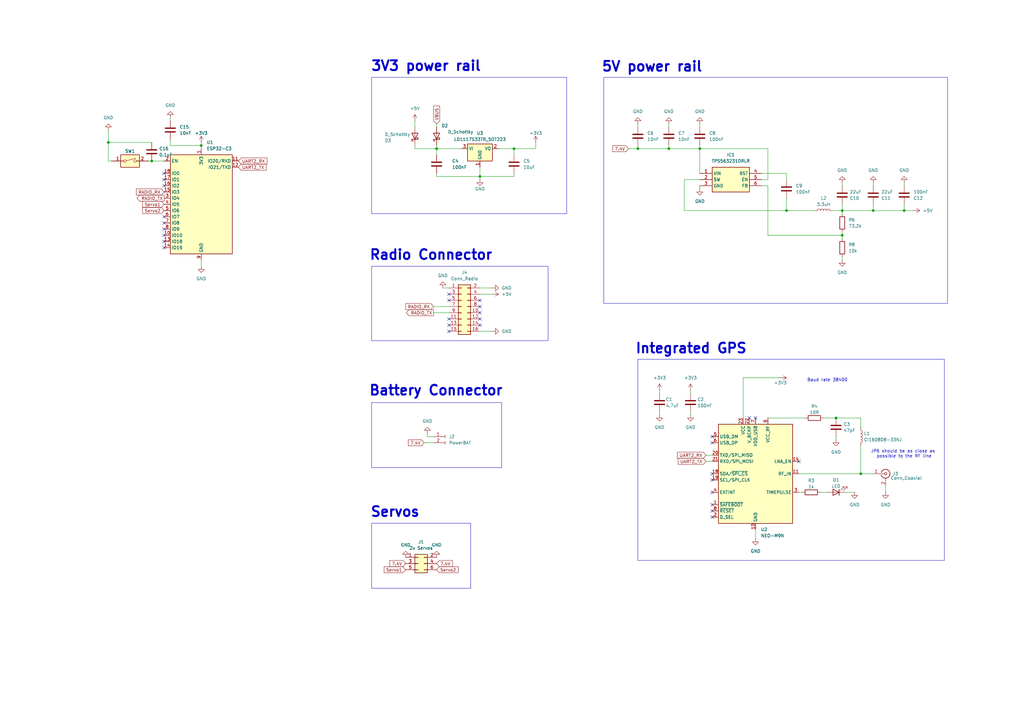
<source format=kicad_sch>
(kicad_sch
	(version 20231120)
	(generator "eeschema")
	(generator_version "8.0")
	(uuid "37aa9be5-c48b-433d-a131-d3e9dd80b0d8")
	(paper "A3")
	(lib_symbols
		(symbol "Connector:Conn_01x02_Socket"
			(pin_names
				(offset 1.016) hide)
			(exclude_from_sim no)
			(in_bom yes)
			(on_board yes)
			(property "Reference" "J"
				(at 0 2.54 0)
				(effects
					(font
						(size 1.27 1.27)
					)
				)
			)
			(property "Value" "Conn_01x02_Socket"
				(at 0 -5.08 0)
				(effects
					(font
						(size 1.27 1.27)
					)
				)
			)
			(property "Footprint" ""
				(at 0 0 0)
				(effects
					(font
						(size 1.27 1.27)
					)
					(hide yes)
				)
			)
			(property "Datasheet" "~"
				(at 0 0 0)
				(effects
					(font
						(size 1.27 1.27)
					)
					(hide yes)
				)
			)
			(property "Description" "Generic connector, single row, 01x02, script generated"
				(at 0 0 0)
				(effects
					(font
						(size 1.27 1.27)
					)
					(hide yes)
				)
			)
			(property "ki_locked" ""
				(at 0 0 0)
				(effects
					(font
						(size 1.27 1.27)
					)
				)
			)
			(property "ki_keywords" "connector"
				(at 0 0 0)
				(effects
					(font
						(size 1.27 1.27)
					)
					(hide yes)
				)
			)
			(property "ki_fp_filters" "Connector*:*_1x??_*"
				(at 0 0 0)
				(effects
					(font
						(size 1.27 1.27)
					)
					(hide yes)
				)
			)
			(symbol "Conn_01x02_Socket_1_1"
				(arc
					(start 0 -2.032)
					(mid -0.5058 -2.54)
					(end 0 -3.048)
					(stroke
						(width 0.1524)
						(type default)
					)
					(fill
						(type none)
					)
				)
				(polyline
					(pts
						(xy -1.27 -2.54) (xy -0.508 -2.54)
					)
					(stroke
						(width 0.1524)
						(type default)
					)
					(fill
						(type none)
					)
				)
				(polyline
					(pts
						(xy -1.27 0) (xy -0.508 0)
					)
					(stroke
						(width 0.1524)
						(type default)
					)
					(fill
						(type none)
					)
				)
				(arc
					(start 0 0.508)
					(mid -0.5058 0)
					(end 0 -0.508)
					(stroke
						(width 0.1524)
						(type default)
					)
					(fill
						(type none)
					)
				)
				(pin passive line
					(at -5.08 0 0)
					(length 3.81)
					(name "Pin_1"
						(effects
							(font
								(size 1.27 1.27)
							)
						)
					)
					(number "1"
						(effects
							(font
								(size 1.27 1.27)
							)
						)
					)
				)
				(pin passive line
					(at -5.08 -2.54 0)
					(length 3.81)
					(name "Pin_2"
						(effects
							(font
								(size 1.27 1.27)
							)
						)
					)
					(number "2"
						(effects
							(font
								(size 1.27 1.27)
							)
						)
					)
				)
			)
		)
		(symbol "Connector:Conn_Coaxial"
			(pin_names
				(offset 1.016) hide)
			(exclude_from_sim no)
			(in_bom yes)
			(on_board yes)
			(property "Reference" "J"
				(at 0.254 3.048 0)
				(effects
					(font
						(size 1.27 1.27)
					)
				)
			)
			(property "Value" "Conn_Coaxial"
				(at 2.921 0 90)
				(effects
					(font
						(size 1.27 1.27)
					)
				)
			)
			(property "Footprint" ""
				(at 0 0 0)
				(effects
					(font
						(size 1.27 1.27)
					)
					(hide yes)
				)
			)
			(property "Datasheet" "~"
				(at 0 0 0)
				(effects
					(font
						(size 1.27 1.27)
					)
					(hide yes)
				)
			)
			(property "Description" "coaxial connector (BNC, SMA, SMB, SMC, Cinch/RCA, LEMO, ...)"
				(at 0 0 0)
				(effects
					(font
						(size 1.27 1.27)
					)
					(hide yes)
				)
			)
			(property "ki_keywords" "BNC SMA SMB SMC LEMO coaxial connector CINCH RCA MCX MMCX U.FL UMRF"
				(at 0 0 0)
				(effects
					(font
						(size 1.27 1.27)
					)
					(hide yes)
				)
			)
			(property "ki_fp_filters" "*BNC* *SMA* *SMB* *SMC* *Cinch* *LEMO* *UMRF* *MCX* *U.FL*"
				(at 0 0 0)
				(effects
					(font
						(size 1.27 1.27)
					)
					(hide yes)
				)
			)
			(symbol "Conn_Coaxial_0_1"
				(arc
					(start -1.778 -0.508)
					(mid 0.2311 -1.8066)
					(end 1.778 0)
					(stroke
						(width 0.254)
						(type default)
					)
					(fill
						(type none)
					)
				)
				(polyline
					(pts
						(xy -2.54 0) (xy -0.508 0)
					)
					(stroke
						(width 0)
						(type default)
					)
					(fill
						(type none)
					)
				)
				(polyline
					(pts
						(xy 0 -2.54) (xy 0 -1.778)
					)
					(stroke
						(width 0)
						(type default)
					)
					(fill
						(type none)
					)
				)
				(circle
					(center 0 0)
					(radius 0.508)
					(stroke
						(width 0.2032)
						(type default)
					)
					(fill
						(type none)
					)
				)
				(arc
					(start 1.778 0)
					(mid 0.2099 1.8101)
					(end -1.778 0.508)
					(stroke
						(width 0.254)
						(type default)
					)
					(fill
						(type none)
					)
				)
			)
			(symbol "Conn_Coaxial_1_1"
				(pin passive line
					(at -5.08 0 0)
					(length 2.54)
					(name "In"
						(effects
							(font
								(size 1.27 1.27)
							)
						)
					)
					(number "1"
						(effects
							(font
								(size 1.27 1.27)
							)
						)
					)
				)
				(pin passive line
					(at 0 -5.08 90)
					(length 2.54)
					(name "Ext"
						(effects
							(font
								(size 1.27 1.27)
							)
						)
					)
					(number "2"
						(effects
							(font
								(size 1.27 1.27)
							)
						)
					)
				)
			)
		)
		(symbol "Connector_Generic:Conn_02x03_Odd_Even"
			(pin_names
				(offset 1.016) hide)
			(exclude_from_sim no)
			(in_bom yes)
			(on_board yes)
			(property "Reference" "J"
				(at 1.27 5.08 0)
				(effects
					(font
						(size 1.27 1.27)
					)
				)
			)
			(property "Value" "Conn_02x03_Odd_Even"
				(at 1.27 -5.08 0)
				(effects
					(font
						(size 1.27 1.27)
					)
				)
			)
			(property "Footprint" ""
				(at 0 0 0)
				(effects
					(font
						(size 1.27 1.27)
					)
					(hide yes)
				)
			)
			(property "Datasheet" "~"
				(at 0 0 0)
				(effects
					(font
						(size 1.27 1.27)
					)
					(hide yes)
				)
			)
			(property "Description" "Generic connector, double row, 02x03, odd/even pin numbering scheme (row 1 odd numbers, row 2 even numbers), script generated (kicad-library-utils/schlib/autogen/connector/)"
				(at 0 0 0)
				(effects
					(font
						(size 1.27 1.27)
					)
					(hide yes)
				)
			)
			(property "ki_keywords" "connector"
				(at 0 0 0)
				(effects
					(font
						(size 1.27 1.27)
					)
					(hide yes)
				)
			)
			(property "ki_fp_filters" "Connector*:*_2x??_*"
				(at 0 0 0)
				(effects
					(font
						(size 1.27 1.27)
					)
					(hide yes)
				)
			)
			(symbol "Conn_02x03_Odd_Even_1_1"
				(rectangle
					(start -1.27 -2.413)
					(end 0 -2.667)
					(stroke
						(width 0.1524)
						(type default)
					)
					(fill
						(type none)
					)
				)
				(rectangle
					(start -1.27 0.127)
					(end 0 -0.127)
					(stroke
						(width 0.1524)
						(type default)
					)
					(fill
						(type none)
					)
				)
				(rectangle
					(start -1.27 2.667)
					(end 0 2.413)
					(stroke
						(width 0.1524)
						(type default)
					)
					(fill
						(type none)
					)
				)
				(rectangle
					(start -1.27 3.81)
					(end 3.81 -3.81)
					(stroke
						(width 0.254)
						(type default)
					)
					(fill
						(type background)
					)
				)
				(rectangle
					(start 3.81 -2.413)
					(end 2.54 -2.667)
					(stroke
						(width 0.1524)
						(type default)
					)
					(fill
						(type none)
					)
				)
				(rectangle
					(start 3.81 0.127)
					(end 2.54 -0.127)
					(stroke
						(width 0.1524)
						(type default)
					)
					(fill
						(type none)
					)
				)
				(rectangle
					(start 3.81 2.667)
					(end 2.54 2.413)
					(stroke
						(width 0.1524)
						(type default)
					)
					(fill
						(type none)
					)
				)
				(pin passive line
					(at -5.08 2.54 0)
					(length 3.81)
					(name "Pin_1"
						(effects
							(font
								(size 1.27 1.27)
							)
						)
					)
					(number "1"
						(effects
							(font
								(size 1.27 1.27)
							)
						)
					)
				)
				(pin passive line
					(at 7.62 2.54 180)
					(length 3.81)
					(name "Pin_2"
						(effects
							(font
								(size 1.27 1.27)
							)
						)
					)
					(number "2"
						(effects
							(font
								(size 1.27 1.27)
							)
						)
					)
				)
				(pin passive line
					(at -5.08 0 0)
					(length 3.81)
					(name "Pin_3"
						(effects
							(font
								(size 1.27 1.27)
							)
						)
					)
					(number "3"
						(effects
							(font
								(size 1.27 1.27)
							)
						)
					)
				)
				(pin passive line
					(at 7.62 0 180)
					(length 3.81)
					(name "Pin_4"
						(effects
							(font
								(size 1.27 1.27)
							)
						)
					)
					(number "4"
						(effects
							(font
								(size 1.27 1.27)
							)
						)
					)
				)
				(pin passive line
					(at -5.08 -2.54 0)
					(length 3.81)
					(name "Pin_5"
						(effects
							(font
								(size 1.27 1.27)
							)
						)
					)
					(number "5"
						(effects
							(font
								(size 1.27 1.27)
							)
						)
					)
				)
				(pin passive line
					(at 7.62 -2.54 180)
					(length 3.81)
					(name "Pin_6"
						(effects
							(font
								(size 1.27 1.27)
							)
						)
					)
					(number "6"
						(effects
							(font
								(size 1.27 1.27)
							)
						)
					)
				)
			)
		)
		(symbol "Connector_Generic:Conn_02x08_Odd_Even"
			(pin_names
				(offset 1.016) hide)
			(exclude_from_sim no)
			(in_bom yes)
			(on_board yes)
			(property "Reference" "J"
				(at 1.27 10.16 0)
				(effects
					(font
						(size 1.27 1.27)
					)
				)
			)
			(property "Value" "Conn_02x08_Odd_Even"
				(at 1.27 -12.7 0)
				(effects
					(font
						(size 1.27 1.27)
					)
				)
			)
			(property "Footprint" ""
				(at 0 0 0)
				(effects
					(font
						(size 1.27 1.27)
					)
					(hide yes)
				)
			)
			(property "Datasheet" "~"
				(at 0 0 0)
				(effects
					(font
						(size 1.27 1.27)
					)
					(hide yes)
				)
			)
			(property "Description" "Generic connector, double row, 02x08, odd/even pin numbering scheme (row 1 odd numbers, row 2 even numbers), script generated (kicad-library-utils/schlib/autogen/connector/)"
				(at 0 0 0)
				(effects
					(font
						(size 1.27 1.27)
					)
					(hide yes)
				)
			)
			(property "ki_keywords" "connector"
				(at 0 0 0)
				(effects
					(font
						(size 1.27 1.27)
					)
					(hide yes)
				)
			)
			(property "ki_fp_filters" "Connector*:*_2x??_*"
				(at 0 0 0)
				(effects
					(font
						(size 1.27 1.27)
					)
					(hide yes)
				)
			)
			(symbol "Conn_02x08_Odd_Even_1_1"
				(rectangle
					(start -1.27 -10.033)
					(end 0 -10.287)
					(stroke
						(width 0.1524)
						(type default)
					)
					(fill
						(type none)
					)
				)
				(rectangle
					(start -1.27 -7.493)
					(end 0 -7.747)
					(stroke
						(width 0.1524)
						(type default)
					)
					(fill
						(type none)
					)
				)
				(rectangle
					(start -1.27 -4.953)
					(end 0 -5.207)
					(stroke
						(width 0.1524)
						(type default)
					)
					(fill
						(type none)
					)
				)
				(rectangle
					(start -1.27 -2.413)
					(end 0 -2.667)
					(stroke
						(width 0.1524)
						(type default)
					)
					(fill
						(type none)
					)
				)
				(rectangle
					(start -1.27 0.127)
					(end 0 -0.127)
					(stroke
						(width 0.1524)
						(type default)
					)
					(fill
						(type none)
					)
				)
				(rectangle
					(start -1.27 2.667)
					(end 0 2.413)
					(stroke
						(width 0.1524)
						(type default)
					)
					(fill
						(type none)
					)
				)
				(rectangle
					(start -1.27 5.207)
					(end 0 4.953)
					(stroke
						(width 0.1524)
						(type default)
					)
					(fill
						(type none)
					)
				)
				(rectangle
					(start -1.27 7.747)
					(end 0 7.493)
					(stroke
						(width 0.1524)
						(type default)
					)
					(fill
						(type none)
					)
				)
				(rectangle
					(start -1.27 8.89)
					(end 3.81 -11.43)
					(stroke
						(width 0.254)
						(type default)
					)
					(fill
						(type background)
					)
				)
				(rectangle
					(start 3.81 -10.033)
					(end 2.54 -10.287)
					(stroke
						(width 0.1524)
						(type default)
					)
					(fill
						(type none)
					)
				)
				(rectangle
					(start 3.81 -7.493)
					(end 2.54 -7.747)
					(stroke
						(width 0.1524)
						(type default)
					)
					(fill
						(type none)
					)
				)
				(rectangle
					(start 3.81 -4.953)
					(end 2.54 -5.207)
					(stroke
						(width 0.1524)
						(type default)
					)
					(fill
						(type none)
					)
				)
				(rectangle
					(start 3.81 -2.413)
					(end 2.54 -2.667)
					(stroke
						(width 0.1524)
						(type default)
					)
					(fill
						(type none)
					)
				)
				(rectangle
					(start 3.81 0.127)
					(end 2.54 -0.127)
					(stroke
						(width 0.1524)
						(type default)
					)
					(fill
						(type none)
					)
				)
				(rectangle
					(start 3.81 2.667)
					(end 2.54 2.413)
					(stroke
						(width 0.1524)
						(type default)
					)
					(fill
						(type none)
					)
				)
				(rectangle
					(start 3.81 5.207)
					(end 2.54 4.953)
					(stroke
						(width 0.1524)
						(type default)
					)
					(fill
						(type none)
					)
				)
				(rectangle
					(start 3.81 7.747)
					(end 2.54 7.493)
					(stroke
						(width 0.1524)
						(type default)
					)
					(fill
						(type none)
					)
				)
				(pin passive line
					(at -5.08 7.62 0)
					(length 3.81)
					(name "Pin_1"
						(effects
							(font
								(size 1.27 1.27)
							)
						)
					)
					(number "1"
						(effects
							(font
								(size 1.27 1.27)
							)
						)
					)
				)
				(pin passive line
					(at 7.62 -2.54 180)
					(length 3.81)
					(name "Pin_10"
						(effects
							(font
								(size 1.27 1.27)
							)
						)
					)
					(number "10"
						(effects
							(font
								(size 1.27 1.27)
							)
						)
					)
				)
				(pin passive line
					(at -5.08 -5.08 0)
					(length 3.81)
					(name "Pin_11"
						(effects
							(font
								(size 1.27 1.27)
							)
						)
					)
					(number "11"
						(effects
							(font
								(size 1.27 1.27)
							)
						)
					)
				)
				(pin passive line
					(at 7.62 -5.08 180)
					(length 3.81)
					(name "Pin_12"
						(effects
							(font
								(size 1.27 1.27)
							)
						)
					)
					(number "12"
						(effects
							(font
								(size 1.27 1.27)
							)
						)
					)
				)
				(pin passive line
					(at -5.08 -7.62 0)
					(length 3.81)
					(name "Pin_13"
						(effects
							(font
								(size 1.27 1.27)
							)
						)
					)
					(number "13"
						(effects
							(font
								(size 1.27 1.27)
							)
						)
					)
				)
				(pin passive line
					(at 7.62 -7.62 180)
					(length 3.81)
					(name "Pin_14"
						(effects
							(font
								(size 1.27 1.27)
							)
						)
					)
					(number "14"
						(effects
							(font
								(size 1.27 1.27)
							)
						)
					)
				)
				(pin passive line
					(at -5.08 -10.16 0)
					(length 3.81)
					(name "Pin_15"
						(effects
							(font
								(size 1.27 1.27)
							)
						)
					)
					(number "15"
						(effects
							(font
								(size 1.27 1.27)
							)
						)
					)
				)
				(pin passive line
					(at 7.62 -10.16 180)
					(length 3.81)
					(name "Pin_16"
						(effects
							(font
								(size 1.27 1.27)
							)
						)
					)
					(number "16"
						(effects
							(font
								(size 1.27 1.27)
							)
						)
					)
				)
				(pin passive line
					(at 7.62 7.62 180)
					(length 3.81)
					(name "Pin_2"
						(effects
							(font
								(size 1.27 1.27)
							)
						)
					)
					(number "2"
						(effects
							(font
								(size 1.27 1.27)
							)
						)
					)
				)
				(pin passive line
					(at -5.08 5.08 0)
					(length 3.81)
					(name "Pin_3"
						(effects
							(font
								(size 1.27 1.27)
							)
						)
					)
					(number "3"
						(effects
							(font
								(size 1.27 1.27)
							)
						)
					)
				)
				(pin passive line
					(at 7.62 5.08 180)
					(length 3.81)
					(name "Pin_4"
						(effects
							(font
								(size 1.27 1.27)
							)
						)
					)
					(number "4"
						(effects
							(font
								(size 1.27 1.27)
							)
						)
					)
				)
				(pin passive line
					(at -5.08 2.54 0)
					(length 3.81)
					(name "Pin_5"
						(effects
							(font
								(size 1.27 1.27)
							)
						)
					)
					(number "5"
						(effects
							(font
								(size 1.27 1.27)
							)
						)
					)
				)
				(pin passive line
					(at 7.62 2.54 180)
					(length 3.81)
					(name "Pin_6"
						(effects
							(font
								(size 1.27 1.27)
							)
						)
					)
					(number "6"
						(effects
							(font
								(size 1.27 1.27)
							)
						)
					)
				)
				(pin passive line
					(at -5.08 0 0)
					(length 3.81)
					(name "Pin_7"
						(effects
							(font
								(size 1.27 1.27)
							)
						)
					)
					(number "7"
						(effects
							(font
								(size 1.27 1.27)
							)
						)
					)
				)
				(pin passive line
					(at 7.62 0 180)
					(length 3.81)
					(name "Pin_8"
						(effects
							(font
								(size 1.27 1.27)
							)
						)
					)
					(number "8"
						(effects
							(font
								(size 1.27 1.27)
							)
						)
					)
				)
				(pin passive line
					(at -5.08 -2.54 0)
					(length 3.81)
					(name "Pin_9"
						(effects
							(font
								(size 1.27 1.27)
							)
						)
					)
					(number "9"
						(effects
							(font
								(size 1.27 1.27)
							)
						)
					)
				)
			)
		)
		(symbol "Device:C"
			(pin_numbers hide)
			(pin_names
				(offset 0.254)
			)
			(exclude_from_sim no)
			(in_bom yes)
			(on_board yes)
			(property "Reference" "C"
				(at 0.635 2.54 0)
				(effects
					(font
						(size 1.27 1.27)
					)
					(justify left)
				)
			)
			(property "Value" "C"
				(at 0.635 -2.54 0)
				(effects
					(font
						(size 1.27 1.27)
					)
					(justify left)
				)
			)
			(property "Footprint" ""
				(at 0.9652 -3.81 0)
				(effects
					(font
						(size 1.27 1.27)
					)
					(hide yes)
				)
			)
			(property "Datasheet" "~"
				(at 0 0 0)
				(effects
					(font
						(size 1.27 1.27)
					)
					(hide yes)
				)
			)
			(property "Description" "Unpolarized capacitor"
				(at 0 0 0)
				(effects
					(font
						(size 1.27 1.27)
					)
					(hide yes)
				)
			)
			(property "ki_keywords" "cap capacitor"
				(at 0 0 0)
				(effects
					(font
						(size 1.27 1.27)
					)
					(hide yes)
				)
			)
			(property "ki_fp_filters" "C_*"
				(at 0 0 0)
				(effects
					(font
						(size 1.27 1.27)
					)
					(hide yes)
				)
			)
			(symbol "C_0_1"
				(polyline
					(pts
						(xy -2.032 -0.762) (xy 2.032 -0.762)
					)
					(stroke
						(width 0.508)
						(type default)
					)
					(fill
						(type none)
					)
				)
				(polyline
					(pts
						(xy -2.032 0.762) (xy 2.032 0.762)
					)
					(stroke
						(width 0.508)
						(type default)
					)
					(fill
						(type none)
					)
				)
			)
			(symbol "C_1_1"
				(pin passive line
					(at 0 3.81 270)
					(length 2.794)
					(name "~"
						(effects
							(font
								(size 1.27 1.27)
							)
						)
					)
					(number "1"
						(effects
							(font
								(size 1.27 1.27)
							)
						)
					)
				)
				(pin passive line
					(at 0 -3.81 90)
					(length 2.794)
					(name "~"
						(effects
							(font
								(size 1.27 1.27)
							)
						)
					)
					(number "2"
						(effects
							(font
								(size 1.27 1.27)
							)
						)
					)
				)
			)
		)
		(symbol "Device:D_Schottky"
			(pin_numbers hide)
			(pin_names
				(offset 1.016) hide)
			(exclude_from_sim no)
			(in_bom yes)
			(on_board yes)
			(property "Reference" "D"
				(at 0 2.54 0)
				(effects
					(font
						(size 1.27 1.27)
					)
				)
			)
			(property "Value" "D_Schottky"
				(at 0 -2.54 0)
				(effects
					(font
						(size 1.27 1.27)
					)
				)
			)
			(property "Footprint" ""
				(at 0 0 0)
				(effects
					(font
						(size 1.27 1.27)
					)
					(hide yes)
				)
			)
			(property "Datasheet" "~"
				(at 0 0 0)
				(effects
					(font
						(size 1.27 1.27)
					)
					(hide yes)
				)
			)
			(property "Description" "Schottky diode"
				(at 0 0 0)
				(effects
					(font
						(size 1.27 1.27)
					)
					(hide yes)
				)
			)
			(property "ki_keywords" "diode Schottky"
				(at 0 0 0)
				(effects
					(font
						(size 1.27 1.27)
					)
					(hide yes)
				)
			)
			(property "ki_fp_filters" "TO-???* *_Diode_* *SingleDiode* D_*"
				(at 0 0 0)
				(effects
					(font
						(size 1.27 1.27)
					)
					(hide yes)
				)
			)
			(symbol "D_Schottky_0_1"
				(polyline
					(pts
						(xy 1.27 0) (xy -1.27 0)
					)
					(stroke
						(width 0)
						(type default)
					)
					(fill
						(type none)
					)
				)
				(polyline
					(pts
						(xy 1.27 1.27) (xy 1.27 -1.27) (xy -1.27 0) (xy 1.27 1.27)
					)
					(stroke
						(width 0.254)
						(type default)
					)
					(fill
						(type none)
					)
				)
				(polyline
					(pts
						(xy -1.905 0.635) (xy -1.905 1.27) (xy -1.27 1.27) (xy -1.27 -1.27) (xy -0.635 -1.27) (xy -0.635 -0.635)
					)
					(stroke
						(width 0.254)
						(type default)
					)
					(fill
						(type none)
					)
				)
			)
			(symbol "D_Schottky_1_1"
				(pin passive line
					(at -3.81 0 0)
					(length 2.54)
					(name "K"
						(effects
							(font
								(size 1.27 1.27)
							)
						)
					)
					(number "1"
						(effects
							(font
								(size 1.27 1.27)
							)
						)
					)
				)
				(pin passive line
					(at 3.81 0 180)
					(length 2.54)
					(name "A"
						(effects
							(font
								(size 1.27 1.27)
							)
						)
					)
					(number "2"
						(effects
							(font
								(size 1.27 1.27)
							)
						)
					)
				)
			)
		)
		(symbol "Device:L"
			(pin_numbers hide)
			(pin_names
				(offset 1.016) hide)
			(exclude_from_sim no)
			(in_bom yes)
			(on_board yes)
			(property "Reference" "L"
				(at -1.27 0 90)
				(effects
					(font
						(size 1.27 1.27)
					)
				)
			)
			(property "Value" "L"
				(at 1.905 0 90)
				(effects
					(font
						(size 1.27 1.27)
					)
				)
			)
			(property "Footprint" ""
				(at 0 0 0)
				(effects
					(font
						(size 1.27 1.27)
					)
					(hide yes)
				)
			)
			(property "Datasheet" "~"
				(at 0 0 0)
				(effects
					(font
						(size 1.27 1.27)
					)
					(hide yes)
				)
			)
			(property "Description" "Inductor"
				(at 0 0 0)
				(effects
					(font
						(size 1.27 1.27)
					)
					(hide yes)
				)
			)
			(property "ki_keywords" "inductor choke coil reactor magnetic"
				(at 0 0 0)
				(effects
					(font
						(size 1.27 1.27)
					)
					(hide yes)
				)
			)
			(property "ki_fp_filters" "Choke_* *Coil* Inductor_* L_*"
				(at 0 0 0)
				(effects
					(font
						(size 1.27 1.27)
					)
					(hide yes)
				)
			)
			(symbol "L_0_1"
				(arc
					(start 0 -2.54)
					(mid 0.6323 -1.905)
					(end 0 -1.27)
					(stroke
						(width 0)
						(type default)
					)
					(fill
						(type none)
					)
				)
				(arc
					(start 0 -1.27)
					(mid 0.6323 -0.635)
					(end 0 0)
					(stroke
						(width 0)
						(type default)
					)
					(fill
						(type none)
					)
				)
				(arc
					(start 0 0)
					(mid 0.6323 0.635)
					(end 0 1.27)
					(stroke
						(width 0)
						(type default)
					)
					(fill
						(type none)
					)
				)
				(arc
					(start 0 1.27)
					(mid 0.6323 1.905)
					(end 0 2.54)
					(stroke
						(width 0)
						(type default)
					)
					(fill
						(type none)
					)
				)
			)
			(symbol "L_1_1"
				(pin passive line
					(at 0 3.81 270)
					(length 1.27)
					(name "1"
						(effects
							(font
								(size 1.27 1.27)
							)
						)
					)
					(number "1"
						(effects
							(font
								(size 1.27 1.27)
							)
						)
					)
				)
				(pin passive line
					(at 0 -3.81 90)
					(length 1.27)
					(name "2"
						(effects
							(font
								(size 1.27 1.27)
							)
						)
					)
					(number "2"
						(effects
							(font
								(size 1.27 1.27)
							)
						)
					)
				)
			)
		)
		(symbol "Device:LED"
			(pin_numbers hide)
			(pin_names
				(offset 1.016) hide)
			(exclude_from_sim no)
			(in_bom yes)
			(on_board yes)
			(property "Reference" "D"
				(at 0 2.54 0)
				(effects
					(font
						(size 1.27 1.27)
					)
				)
			)
			(property "Value" "LED"
				(at 0 -2.54 0)
				(effects
					(font
						(size 1.27 1.27)
					)
				)
			)
			(property "Footprint" ""
				(at 0 0 0)
				(effects
					(font
						(size 1.27 1.27)
					)
					(hide yes)
				)
			)
			(property "Datasheet" "~"
				(at 0 0 0)
				(effects
					(font
						(size 1.27 1.27)
					)
					(hide yes)
				)
			)
			(property "Description" "Light emitting diode"
				(at 0 0 0)
				(effects
					(font
						(size 1.27 1.27)
					)
					(hide yes)
				)
			)
			(property "ki_keywords" "LED diode"
				(at 0 0 0)
				(effects
					(font
						(size 1.27 1.27)
					)
					(hide yes)
				)
			)
			(property "ki_fp_filters" "LED* LED_SMD:* LED_THT:*"
				(at 0 0 0)
				(effects
					(font
						(size 1.27 1.27)
					)
					(hide yes)
				)
			)
			(symbol "LED_0_1"
				(polyline
					(pts
						(xy -1.27 -1.27) (xy -1.27 1.27)
					)
					(stroke
						(width 0.254)
						(type default)
					)
					(fill
						(type none)
					)
				)
				(polyline
					(pts
						(xy -1.27 0) (xy 1.27 0)
					)
					(stroke
						(width 0)
						(type default)
					)
					(fill
						(type none)
					)
				)
				(polyline
					(pts
						(xy 1.27 -1.27) (xy 1.27 1.27) (xy -1.27 0) (xy 1.27 -1.27)
					)
					(stroke
						(width 0.254)
						(type default)
					)
					(fill
						(type none)
					)
				)
				(polyline
					(pts
						(xy -3.048 -0.762) (xy -4.572 -2.286) (xy -3.81 -2.286) (xy -4.572 -2.286) (xy -4.572 -1.524)
					)
					(stroke
						(width 0)
						(type default)
					)
					(fill
						(type none)
					)
				)
				(polyline
					(pts
						(xy -1.778 -0.762) (xy -3.302 -2.286) (xy -2.54 -2.286) (xy -3.302 -2.286) (xy -3.302 -1.524)
					)
					(stroke
						(width 0)
						(type default)
					)
					(fill
						(type none)
					)
				)
			)
			(symbol "LED_1_1"
				(pin passive line
					(at -3.81 0 0)
					(length 2.54)
					(name "K"
						(effects
							(font
								(size 1.27 1.27)
							)
						)
					)
					(number "1"
						(effects
							(font
								(size 1.27 1.27)
							)
						)
					)
				)
				(pin passive line
					(at 3.81 0 180)
					(length 2.54)
					(name "A"
						(effects
							(font
								(size 1.27 1.27)
							)
						)
					)
					(number "2"
						(effects
							(font
								(size 1.27 1.27)
							)
						)
					)
				)
			)
		)
		(symbol "Device:R"
			(pin_numbers hide)
			(pin_names
				(offset 0)
			)
			(exclude_from_sim no)
			(in_bom yes)
			(on_board yes)
			(property "Reference" "R"
				(at 2.032 0 90)
				(effects
					(font
						(size 1.27 1.27)
					)
				)
			)
			(property "Value" "R"
				(at 0 0 90)
				(effects
					(font
						(size 1.27 1.27)
					)
				)
			)
			(property "Footprint" ""
				(at -1.778 0 90)
				(effects
					(font
						(size 1.27 1.27)
					)
					(hide yes)
				)
			)
			(property "Datasheet" "~"
				(at 0 0 0)
				(effects
					(font
						(size 1.27 1.27)
					)
					(hide yes)
				)
			)
			(property "Description" "Resistor"
				(at 0 0 0)
				(effects
					(font
						(size 1.27 1.27)
					)
					(hide yes)
				)
			)
			(property "ki_keywords" "R res resistor"
				(at 0 0 0)
				(effects
					(font
						(size 1.27 1.27)
					)
					(hide yes)
				)
			)
			(property "ki_fp_filters" "R_*"
				(at 0 0 0)
				(effects
					(font
						(size 1.27 1.27)
					)
					(hide yes)
				)
			)
			(symbol "R_0_1"
				(rectangle
					(start -1.016 -2.54)
					(end 1.016 2.54)
					(stroke
						(width 0.254)
						(type default)
					)
					(fill
						(type none)
					)
				)
			)
			(symbol "R_1_1"
				(pin passive line
					(at 0 3.81 270)
					(length 1.27)
					(name "~"
						(effects
							(font
								(size 1.27 1.27)
							)
						)
					)
					(number "1"
						(effects
							(font
								(size 1.27 1.27)
							)
						)
					)
				)
				(pin passive line
					(at 0 -3.81 90)
					(length 1.27)
					(name "~"
						(effects
							(font
								(size 1.27 1.27)
							)
						)
					)
					(number "2"
						(effects
							(font
								(size 1.27 1.27)
							)
						)
					)
				)
			)
		)
		(symbol "RF_GPS:NEO-M9N"
			(exclude_from_sim no)
			(in_bom yes)
			(on_board yes)
			(property "Reference" "U"
				(at -13.97 21.59 0)
				(effects
					(font
						(size 1.27 1.27)
					)
				)
			)
			(property "Value" "NEO-M9N"
				(at 11.43 21.59 0)
				(effects
					(font
						(size 1.27 1.27)
					)
				)
			)
			(property "Footprint" "RF_GPS:ublox_NEO"
				(at 10.16 -21.59 0)
				(effects
					(font
						(size 1.27 1.27)
					)
					(hide yes)
				)
			)
			(property "Datasheet" "https://www.u-blox.com/sites/default/files/NEO-M9N-00B_DataSheet_UBX-19014285.pdf"
				(at 0 0 0)
				(effects
					(font
						(size 1.27 1.27)
					)
					(hide yes)
				)
			)
			(property "Description" "GNSS Module NEO M8, VCC 2.7V to 3.6V"
				(at 0 0 0)
				(effects
					(font
						(size 1.27 1.27)
					)
					(hide yes)
				)
			)
			(property "ki_keywords" "ublox GPS GNSS module"
				(at 0 0 0)
				(effects
					(font
						(size 1.27 1.27)
					)
					(hide yes)
				)
			)
			(property "ki_fp_filters" "ublox*NEO*"
				(at 0 0 0)
				(effects
					(font
						(size 1.27 1.27)
					)
					(hide yes)
				)
			)
			(symbol "NEO-M9N_0_1"
				(rectangle
					(start -15.24 20.32)
					(end 15.24 -20.32)
					(stroke
						(width 0.254)
						(type default)
					)
					(fill
						(type background)
					)
				)
			)
			(symbol "NEO-M9N_1_1"
				(pin input line
					(at -17.78 -12.7 0)
					(length 2.54)
					(name "~{SAFEBOOT}"
						(effects
							(font
								(size 1.27 1.27)
							)
						)
					)
					(number "1"
						(effects
							(font
								(size 1.27 1.27)
							)
						)
					)
				)
				(pin power_in line
					(at 0 -22.86 90)
					(length 2.54)
					(name "GND"
						(effects
							(font
								(size 1.27 1.27)
							)
						)
					)
					(number "10"
						(effects
							(font
								(size 1.27 1.27)
							)
						)
					)
				)
				(pin input line
					(at 17.78 0 180)
					(length 2.54)
					(name "RF_IN"
						(effects
							(font
								(size 1.27 1.27)
							)
						)
					)
					(number "11"
						(effects
							(font
								(size 1.27 1.27)
							)
						)
					)
				)
				(pin passive line
					(at 0 -22.86 90)
					(length 2.54) hide
					(name "GND"
						(effects
							(font
								(size 1.27 1.27)
							)
						)
					)
					(number "12"
						(effects
							(font
								(size 1.27 1.27)
							)
						)
					)
				)
				(pin passive line
					(at 0 -22.86 90)
					(length 2.54) hide
					(name "GND"
						(effects
							(font
								(size 1.27 1.27)
							)
						)
					)
					(number "13"
						(effects
							(font
								(size 1.27 1.27)
							)
						)
					)
				)
				(pin output line
					(at 17.78 5.08 180)
					(length 2.54)
					(name "LNA_EN"
						(effects
							(font
								(size 1.27 1.27)
							)
						)
					)
					(number "14"
						(effects
							(font
								(size 1.27 1.27)
							)
						)
					)
				)
				(pin no_connect line
					(at 15.24 -10.16 180)
					(length 2.54) hide
					(name "RESERVED"
						(effects
							(font
								(size 1.27 1.27)
							)
						)
					)
					(number "15"
						(effects
							(font
								(size 1.27 1.27)
							)
						)
					)
				)
				(pin no_connect line
					(at 15.24 -12.7 180)
					(length 2.54) hide
					(name "RESERVED"
						(effects
							(font
								(size 1.27 1.27)
							)
						)
					)
					(number "16"
						(effects
							(font
								(size 1.27 1.27)
							)
						)
					)
				)
				(pin no_connect line
					(at 15.24 -15.24 180)
					(length 2.54) hide
					(name "RESERVED"
						(effects
							(font
								(size 1.27 1.27)
							)
						)
					)
					(number "17"
						(effects
							(font
								(size 1.27 1.27)
							)
						)
					)
				)
				(pin bidirectional line
					(at -17.78 0 0)
					(length 2.54)
					(name "SDA/~{SPI_CS}"
						(effects
							(font
								(size 1.27 1.27)
							)
						)
					)
					(number "18"
						(effects
							(font
								(size 1.27 1.27)
							)
						)
					)
				)
				(pin input line
					(at -17.78 -2.54 0)
					(length 2.54)
					(name "SCL/SPI_CLK"
						(effects
							(font
								(size 1.27 1.27)
							)
						)
					)
					(number "19"
						(effects
							(font
								(size 1.27 1.27)
							)
						)
					)
				)
				(pin input line
					(at -17.78 -17.78 0)
					(length 2.54)
					(name "D_SEL"
						(effects
							(font
								(size 1.27 1.27)
							)
						)
					)
					(number "2"
						(effects
							(font
								(size 1.27 1.27)
							)
						)
					)
				)
				(pin output line
					(at -17.78 7.62 0)
					(length 2.54)
					(name "TXD/SPI_MISO"
						(effects
							(font
								(size 1.27 1.27)
							)
						)
					)
					(number "20"
						(effects
							(font
								(size 1.27 1.27)
							)
						)
					)
				)
				(pin input line
					(at -17.78 5.08 0)
					(length 2.54)
					(name "RXD/SPI_MOSI"
						(effects
							(font
								(size 1.27 1.27)
							)
						)
					)
					(number "21"
						(effects
							(font
								(size 1.27 1.27)
							)
						)
					)
				)
				(pin power_in line
					(at -2.54 22.86 270)
					(length 2.54)
					(name "V_BCKP"
						(effects
							(font
								(size 1.27 1.27)
							)
						)
					)
					(number "22"
						(effects
							(font
								(size 1.27 1.27)
							)
						)
					)
				)
				(pin power_in line
					(at -5.08 22.86 270)
					(length 2.54)
					(name "VCC"
						(effects
							(font
								(size 1.27 1.27)
							)
						)
					)
					(number "23"
						(effects
							(font
								(size 1.27 1.27)
							)
						)
					)
				)
				(pin passive line
					(at 0 -22.86 90)
					(length 2.54) hide
					(name "GND"
						(effects
							(font
								(size 1.27 1.27)
							)
						)
					)
					(number "24"
						(effects
							(font
								(size 1.27 1.27)
							)
						)
					)
				)
				(pin output line
					(at 17.78 -7.62 180)
					(length 2.54)
					(name "TIMEPULSE"
						(effects
							(font
								(size 1.27 1.27)
							)
						)
					)
					(number "3"
						(effects
							(font
								(size 1.27 1.27)
							)
						)
					)
				)
				(pin input line
					(at -17.78 -7.62 0)
					(length 2.54)
					(name "EXTINT"
						(effects
							(font
								(size 1.27 1.27)
							)
						)
					)
					(number "4"
						(effects
							(font
								(size 1.27 1.27)
							)
						)
					)
				)
				(pin bidirectional line
					(at -17.78 15.24 0)
					(length 2.54)
					(name "USB_DM"
						(effects
							(font
								(size 1.27 1.27)
							)
						)
					)
					(number "5"
						(effects
							(font
								(size 1.27 1.27)
							)
						)
					)
				)
				(pin bidirectional line
					(at -17.78 12.7 0)
					(length 2.54)
					(name "USB_DP"
						(effects
							(font
								(size 1.27 1.27)
							)
						)
					)
					(number "6"
						(effects
							(font
								(size 1.27 1.27)
							)
						)
					)
				)
				(pin power_in line
					(at 0 22.86 270)
					(length 2.54)
					(name "VDD_USB"
						(effects
							(font
								(size 1.27 1.27)
							)
						)
					)
					(number "7"
						(effects
							(font
								(size 1.27 1.27)
							)
						)
					)
				)
				(pin input line
					(at -17.78 -15.24 0)
					(length 2.54)
					(name "~{RESET}"
						(effects
							(font
								(size 1.27 1.27)
							)
						)
					)
					(number "8"
						(effects
							(font
								(size 1.27 1.27)
							)
						)
					)
				)
				(pin power_out line
					(at 5.08 22.86 270)
					(length 2.54)
					(name "VCC_RF"
						(effects
							(font
								(size 1.27 1.27)
							)
						)
					)
					(number "9"
						(effects
							(font
								(size 1.27 1.27)
							)
						)
					)
				)
			)
		)
		(symbol "RF_Module:ESP32-C3-WROOM-02"
			(exclude_from_sim no)
			(in_bom yes)
			(on_board yes)
			(property "Reference" "U"
				(at -12.192 21.336 0)
				(effects
					(font
						(size 1.27 1.27)
					)
				)
			)
			(property "Value" "ESP32-C3-WROOM-02"
				(at 12.192 21.336 0)
				(effects
					(font
						(size 1.27 1.27)
					)
				)
			)
			(property "Footprint" "RF_Module:ESP32-C3-WROOM-02"
				(at 0 0.635 0)
				(effects
					(font
						(size 1.27 1.27)
					)
					(hide yes)
				)
			)
			(property "Datasheet" "https://www.espressif.com/sites/default/files/documentation/esp32-c3-wroom-02_datasheet_en.pdf"
				(at 0 0.635 0)
				(effects
					(font
						(size 1.27 1.27)
					)
					(hide yes)
				)
			)
			(property "Description" "802.11 b/g/n Wi­Fi and Bluetooth 5 module, ESP32­C3 SoC, RISC­V microprocessor, On-board antenna"
				(at 0 0.635 0)
				(effects
					(font
						(size 1.27 1.27)
					)
					(hide yes)
				)
			)
			(property "ki_keywords" "esp32 espressif WiFi Bluetooth LE"
				(at 0 0 0)
				(effects
					(font
						(size 1.27 1.27)
					)
					(hide yes)
				)
			)
			(property "ki_fp_filters" "ESP32?C3*WROOM?02*"
				(at 0 0 0)
				(effects
					(font
						(size 1.27 1.27)
					)
					(hide yes)
				)
			)
			(symbol "ESP32-C3-WROOM-02_1_1"
				(rectangle
					(start -12.7 20.32)
					(end 12.7 -20.32)
					(stroke
						(width 0.254)
						(type default)
					)
					(fill
						(type background)
					)
				)
				(pin power_in line
					(at 0 22.86 270)
					(length 2.54)
					(name "3V3"
						(effects
							(font
								(size 1.27 1.27)
							)
						)
					)
					(number "1"
						(effects
							(font
								(size 1.27 1.27)
							)
						)
					)
				)
				(pin bidirectional line
					(at -15.24 -12.7 0)
					(length 2.54)
					(name "IO10"
						(effects
							(font
								(size 1.27 1.27)
							)
						)
					)
					(number "10"
						(effects
							(font
								(size 1.27 1.27)
							)
						)
					)
				)
				(pin bidirectional line
					(at 15.24 17.78 180)
					(length 2.54)
					(name "IO20/RXD"
						(effects
							(font
								(size 1.27 1.27)
							)
						)
					)
					(number "11"
						(effects
							(font
								(size 1.27 1.27)
							)
						)
					)
				)
				(pin bidirectional line
					(at 15.24 15.24 180)
					(length 2.54)
					(name "IO21/TXD"
						(effects
							(font
								(size 1.27 1.27)
							)
						)
					)
					(number "12"
						(effects
							(font
								(size 1.27 1.27)
							)
						)
					)
				)
				(pin bidirectional line
					(at -15.24 -15.24 0)
					(length 2.54)
					(name "IO18"
						(effects
							(font
								(size 1.27 1.27)
							)
						)
					)
					(number "13"
						(effects
							(font
								(size 1.27 1.27)
							)
						)
					)
				)
				(pin bidirectional line
					(at -15.24 -17.78 0)
					(length 2.54)
					(name "IO19"
						(effects
							(font
								(size 1.27 1.27)
							)
						)
					)
					(number "14"
						(effects
							(font
								(size 1.27 1.27)
							)
						)
					)
				)
				(pin bidirectional line
					(at -15.24 5.08 0)
					(length 2.54)
					(name "IO3"
						(effects
							(font
								(size 1.27 1.27)
							)
						)
					)
					(number "15"
						(effects
							(font
								(size 1.27 1.27)
							)
						)
					)
				)
				(pin bidirectional line
					(at -15.24 7.62 0)
					(length 2.54)
					(name "IO2"
						(effects
							(font
								(size 1.27 1.27)
							)
						)
					)
					(number "16"
						(effects
							(font
								(size 1.27 1.27)
							)
						)
					)
				)
				(pin bidirectional line
					(at -15.24 10.16 0)
					(length 2.54)
					(name "IO1"
						(effects
							(font
								(size 1.27 1.27)
							)
						)
					)
					(number "17"
						(effects
							(font
								(size 1.27 1.27)
							)
						)
					)
				)
				(pin bidirectional line
					(at -15.24 12.7 0)
					(length 2.54)
					(name "IO0"
						(effects
							(font
								(size 1.27 1.27)
							)
						)
					)
					(number "18"
						(effects
							(font
								(size 1.27 1.27)
							)
						)
					)
				)
				(pin passive line
					(at 0 -22.86 90)
					(length 2.54) hide
					(name "GND"
						(effects
							(font
								(size 1.27 1.27)
							)
						)
					)
					(number "19"
						(effects
							(font
								(size 1.27 1.27)
							)
						)
					)
				)
				(pin input line
					(at -15.24 17.78 0)
					(length 2.54)
					(name "EN"
						(effects
							(font
								(size 1.27 1.27)
							)
						)
					)
					(number "2"
						(effects
							(font
								(size 1.27 1.27)
							)
						)
					)
				)
				(pin bidirectional line
					(at -15.24 2.54 0)
					(length 2.54)
					(name "IO4"
						(effects
							(font
								(size 1.27 1.27)
							)
						)
					)
					(number "3"
						(effects
							(font
								(size 1.27 1.27)
							)
						)
					)
				)
				(pin bidirectional line
					(at -15.24 0 0)
					(length 2.54)
					(name "IO5"
						(effects
							(font
								(size 1.27 1.27)
							)
						)
					)
					(number "4"
						(effects
							(font
								(size 1.27 1.27)
							)
						)
					)
				)
				(pin bidirectional line
					(at -15.24 -2.54 0)
					(length 2.54)
					(name "IO6"
						(effects
							(font
								(size 1.27 1.27)
							)
						)
					)
					(number "5"
						(effects
							(font
								(size 1.27 1.27)
							)
						)
					)
				)
				(pin bidirectional line
					(at -15.24 -5.08 0)
					(length 2.54)
					(name "IO7"
						(effects
							(font
								(size 1.27 1.27)
							)
						)
					)
					(number "6"
						(effects
							(font
								(size 1.27 1.27)
							)
						)
					)
				)
				(pin bidirectional line
					(at -15.24 -7.62 0)
					(length 2.54)
					(name "IO8"
						(effects
							(font
								(size 1.27 1.27)
							)
						)
					)
					(number "7"
						(effects
							(font
								(size 1.27 1.27)
							)
						)
					)
				)
				(pin bidirectional line
					(at -15.24 -10.16 0)
					(length 2.54)
					(name "IO9"
						(effects
							(font
								(size 1.27 1.27)
							)
						)
					)
					(number "8"
						(effects
							(font
								(size 1.27 1.27)
							)
						)
					)
				)
				(pin power_in line
					(at 0 -22.86 90)
					(length 2.54)
					(name "GND"
						(effects
							(font
								(size 1.27 1.27)
							)
						)
					)
					(number "9"
						(effects
							(font
								(size 1.27 1.27)
							)
						)
					)
				)
			)
		)
		(symbol "Regulator_Linear:LD1117S33TR_SOT223"
			(exclude_from_sim no)
			(in_bom yes)
			(on_board yes)
			(property "Reference" "U"
				(at -3.81 3.175 0)
				(effects
					(font
						(size 1.27 1.27)
					)
				)
			)
			(property "Value" "LD1117S33TR_SOT223"
				(at 0 3.175 0)
				(effects
					(font
						(size 1.27 1.27)
					)
					(justify left)
				)
			)
			(property "Footprint" "Package_TO_SOT_SMD:SOT-223-3_TabPin2"
				(at 0 5.08 0)
				(effects
					(font
						(size 1.27 1.27)
					)
					(hide yes)
				)
			)
			(property "Datasheet" "http://www.st.com/st-web-ui/static/active/en/resource/technical/document/datasheet/CD00000544.pdf"
				(at 2.54 -6.35 0)
				(effects
					(font
						(size 1.27 1.27)
					)
					(hide yes)
				)
			)
			(property "Description" "800mA Fixed Low Drop Positive Voltage Regulator, Fixed Output 3.3V, SOT-223"
				(at 0 0 0)
				(effects
					(font
						(size 1.27 1.27)
					)
					(hide yes)
				)
			)
			(property "ki_keywords" "REGULATOR LDO 3.3V"
				(at 0 0 0)
				(effects
					(font
						(size 1.27 1.27)
					)
					(hide yes)
				)
			)
			(property "ki_fp_filters" "SOT?223*TabPin2*"
				(at 0 0 0)
				(effects
					(font
						(size 1.27 1.27)
					)
					(hide yes)
				)
			)
			(symbol "LD1117S33TR_SOT223_0_1"
				(rectangle
					(start -5.08 -5.08)
					(end 5.08 1.905)
					(stroke
						(width 0.254)
						(type default)
					)
					(fill
						(type background)
					)
				)
			)
			(symbol "LD1117S33TR_SOT223_1_1"
				(pin power_in line
					(at 0 -7.62 90)
					(length 2.54)
					(name "GND"
						(effects
							(font
								(size 1.27 1.27)
							)
						)
					)
					(number "1"
						(effects
							(font
								(size 1.27 1.27)
							)
						)
					)
				)
				(pin power_out line
					(at 7.62 0 180)
					(length 2.54)
					(name "VO"
						(effects
							(font
								(size 1.27 1.27)
							)
						)
					)
					(number "2"
						(effects
							(font
								(size 1.27 1.27)
							)
						)
					)
				)
				(pin power_in line
					(at -7.62 0 0)
					(length 2.54)
					(name "VI"
						(effects
							(font
								(size 1.27 1.27)
							)
						)
					)
					(number "3"
						(effects
							(font
								(size 1.27 1.27)
							)
						)
					)
				)
			)
		)
		(symbol "SamacSys_Parts:TPS563231DRLR"
			(exclude_from_sim no)
			(in_bom yes)
			(on_board yes)
			(property "Reference" "IC"
				(at 21.59 7.62 0)
				(effects
					(font
						(size 1.27 1.27)
					)
					(justify left top)
				)
			)
			(property "Value" "TPS563231DRLR"
				(at 21.59 5.08 0)
				(effects
					(font
						(size 1.27 1.27)
					)
					(justify left top)
				)
			)
			(property "Footprint" "SOTFL50P160X60-6N"
				(at 21.59 -94.92 0)
				(effects
					(font
						(size 1.27 1.27)
					)
					(justify left top)
					(hide yes)
				)
			)
			(property "Datasheet" "http://www.ti.com/lit/gpn/TPS563231"
				(at 21.59 -194.92 0)
				(effects
					(font
						(size 1.27 1.27)
					)
					(justify left top)
					(hide yes)
				)
			)
			(property "Description" "4.5-V to 17-V input, 3-A synchronous step-down voltage regulator"
				(at 0 0 0)
				(effects
					(font
						(size 1.27 1.27)
					)
					(hide yes)
				)
			)
			(property "Height" "0.6"
				(at 21.59 -394.92 0)
				(effects
					(font
						(size 1.27 1.27)
					)
					(justify left top)
					(hide yes)
				)
			)
			(property "Manufacturer_Name" "Texas Instruments"
				(at 21.59 -494.92 0)
				(effects
					(font
						(size 1.27 1.27)
					)
					(justify left top)
					(hide yes)
				)
			)
			(property "Manufacturer_Part_Number" "TPS563231DRLR"
				(at 21.59 -594.92 0)
				(effects
					(font
						(size 1.27 1.27)
					)
					(justify left top)
					(hide yes)
				)
			)
			(property "Arrow Part Number" "TPS563231DRLR"
				(at 21.59 -694.92 0)
				(effects
					(font
						(size 1.27 1.27)
					)
					(justify left top)
					(hide yes)
				)
			)
			(property "Arrow Price/Stock" "https://www.arrow.com/en/products/tps563231drlr/texas-instruments"
				(at 21.59 -794.92 0)
				(effects
					(font
						(size 1.27 1.27)
					)
					(justify left top)
					(hide yes)
				)
			)
			(symbol "TPS563231DRLR_1_1"
				(rectangle
					(start 5.08 2.54)
					(end 20.32 -7.62)
					(stroke
						(width 0.254)
						(type default)
					)
					(fill
						(type background)
					)
				)
				(pin passive line
					(at 0 0 0)
					(length 5.08)
					(name "VIN"
						(effects
							(font
								(size 1.27 1.27)
							)
						)
					)
					(number "1"
						(effects
							(font
								(size 1.27 1.27)
							)
						)
					)
				)
				(pin passive line
					(at 0 -2.54 0)
					(length 5.08)
					(name "SW"
						(effects
							(font
								(size 1.27 1.27)
							)
						)
					)
					(number "2"
						(effects
							(font
								(size 1.27 1.27)
							)
						)
					)
				)
				(pin passive line
					(at 0 -5.08 0)
					(length 5.08)
					(name "GND"
						(effects
							(font
								(size 1.27 1.27)
							)
						)
					)
					(number "3"
						(effects
							(font
								(size 1.27 1.27)
							)
						)
					)
				)
				(pin passive line
					(at 25.4 0 180)
					(length 5.08)
					(name "BST"
						(effects
							(font
								(size 1.27 1.27)
							)
						)
					)
					(number "4"
						(effects
							(font
								(size 1.27 1.27)
							)
						)
					)
				)
				(pin passive line
					(at 25.4 -2.54 180)
					(length 5.08)
					(name "EN"
						(effects
							(font
								(size 1.27 1.27)
							)
						)
					)
					(number "5"
						(effects
							(font
								(size 1.27 1.27)
							)
						)
					)
				)
				(pin passive line
					(at 25.4 -5.08 180)
					(length 5.08)
					(name "FB"
						(effects
							(font
								(size 1.27 1.27)
							)
						)
					)
					(number "6"
						(effects
							(font
								(size 1.27 1.27)
							)
						)
					)
				)
			)
		)
		(symbol "Switch:SW_DIP_x01"
			(pin_names
				(offset 0) hide)
			(exclude_from_sim no)
			(in_bom yes)
			(on_board yes)
			(property "Reference" "SW"
				(at 0 3.81 0)
				(effects
					(font
						(size 1.27 1.27)
					)
				)
			)
			(property "Value" "SW_DIP_x01"
				(at 0 -3.81 0)
				(effects
					(font
						(size 1.27 1.27)
					)
				)
			)
			(property "Footprint" ""
				(at 0 0 0)
				(effects
					(font
						(size 1.27 1.27)
					)
					(hide yes)
				)
			)
			(property "Datasheet" "~"
				(at 0 0 0)
				(effects
					(font
						(size 1.27 1.27)
					)
					(hide yes)
				)
			)
			(property "Description" "1x DIP Switch, Single Pole Single Throw (SPST) switch, small symbol"
				(at 0 0 0)
				(effects
					(font
						(size 1.27 1.27)
					)
					(hide yes)
				)
			)
			(property "ki_keywords" "dip switch"
				(at 0 0 0)
				(effects
					(font
						(size 1.27 1.27)
					)
					(hide yes)
				)
			)
			(property "ki_fp_filters" "SW?DIP?x1*"
				(at 0 0 0)
				(effects
					(font
						(size 1.27 1.27)
					)
					(hide yes)
				)
			)
			(symbol "SW_DIP_x01_0_0"
				(circle
					(center -2.032 0)
					(radius 0.508)
					(stroke
						(width 0)
						(type default)
					)
					(fill
						(type none)
					)
				)
				(polyline
					(pts
						(xy -1.524 0.127) (xy 2.3622 1.1684)
					)
					(stroke
						(width 0)
						(type default)
					)
					(fill
						(type none)
					)
				)
				(circle
					(center 2.032 0)
					(radius 0.508)
					(stroke
						(width 0)
						(type default)
					)
					(fill
						(type none)
					)
				)
			)
			(symbol "SW_DIP_x01_0_1"
				(rectangle
					(start -3.81 2.54)
					(end 3.81 -2.54)
					(stroke
						(width 0.254)
						(type default)
					)
					(fill
						(type background)
					)
				)
			)
			(symbol "SW_DIP_x01_1_1"
				(pin passive line
					(at -7.62 0 0)
					(length 5.08)
					(name "~"
						(effects
							(font
								(size 1.27 1.27)
							)
						)
					)
					(number "1"
						(effects
							(font
								(size 1.27 1.27)
							)
						)
					)
				)
				(pin passive line
					(at 7.62 0 180)
					(length 5.08)
					(name "~"
						(effects
							(font
								(size 1.27 1.27)
							)
						)
					)
					(number "2"
						(effects
							(font
								(size 1.27 1.27)
							)
						)
					)
				)
			)
		)
		(symbol "power:+3V3"
			(power)
			(pin_numbers hide)
			(pin_names
				(offset 0) hide)
			(exclude_from_sim no)
			(in_bom yes)
			(on_board yes)
			(property "Reference" "#PWR"
				(at 0 -3.81 0)
				(effects
					(font
						(size 1.27 1.27)
					)
					(hide yes)
				)
			)
			(property "Value" "+3V3"
				(at 0 3.556 0)
				(effects
					(font
						(size 1.27 1.27)
					)
				)
			)
			(property "Footprint" ""
				(at 0 0 0)
				(effects
					(font
						(size 1.27 1.27)
					)
					(hide yes)
				)
			)
			(property "Datasheet" ""
				(at 0 0 0)
				(effects
					(font
						(size 1.27 1.27)
					)
					(hide yes)
				)
			)
			(property "Description" "Power symbol creates a global label with name \"+3V3\""
				(at 0 0 0)
				(effects
					(font
						(size 1.27 1.27)
					)
					(hide yes)
				)
			)
			(property "ki_keywords" "global power"
				(at 0 0 0)
				(effects
					(font
						(size 1.27 1.27)
					)
					(hide yes)
				)
			)
			(symbol "+3V3_0_1"
				(polyline
					(pts
						(xy -0.762 1.27) (xy 0 2.54)
					)
					(stroke
						(width 0)
						(type default)
					)
					(fill
						(type none)
					)
				)
				(polyline
					(pts
						(xy 0 0) (xy 0 2.54)
					)
					(stroke
						(width 0)
						(type default)
					)
					(fill
						(type none)
					)
				)
				(polyline
					(pts
						(xy 0 2.54) (xy 0.762 1.27)
					)
					(stroke
						(width 0)
						(type default)
					)
					(fill
						(type none)
					)
				)
			)
			(symbol "+3V3_1_1"
				(pin power_in line
					(at 0 0 90)
					(length 0)
					(name "~"
						(effects
							(font
								(size 1.27 1.27)
							)
						)
					)
					(number "1"
						(effects
							(font
								(size 1.27 1.27)
							)
						)
					)
				)
			)
		)
		(symbol "power:+5V"
			(power)
			(pin_numbers hide)
			(pin_names
				(offset 0) hide)
			(exclude_from_sim no)
			(in_bom yes)
			(on_board yes)
			(property "Reference" "#PWR"
				(at 0 -3.81 0)
				(effects
					(font
						(size 1.27 1.27)
					)
					(hide yes)
				)
			)
			(property "Value" "+5V"
				(at 0 3.556 0)
				(effects
					(font
						(size 1.27 1.27)
					)
				)
			)
			(property "Footprint" ""
				(at 0 0 0)
				(effects
					(font
						(size 1.27 1.27)
					)
					(hide yes)
				)
			)
			(property "Datasheet" ""
				(at 0 0 0)
				(effects
					(font
						(size 1.27 1.27)
					)
					(hide yes)
				)
			)
			(property "Description" "Power symbol creates a global label with name \"+5V\""
				(at 0 0 0)
				(effects
					(font
						(size 1.27 1.27)
					)
					(hide yes)
				)
			)
			(property "ki_keywords" "global power"
				(at 0 0 0)
				(effects
					(font
						(size 1.27 1.27)
					)
					(hide yes)
				)
			)
			(symbol "+5V_0_1"
				(polyline
					(pts
						(xy -0.762 1.27) (xy 0 2.54)
					)
					(stroke
						(width 0)
						(type default)
					)
					(fill
						(type none)
					)
				)
				(polyline
					(pts
						(xy 0 0) (xy 0 2.54)
					)
					(stroke
						(width 0)
						(type default)
					)
					(fill
						(type none)
					)
				)
				(polyline
					(pts
						(xy 0 2.54) (xy 0.762 1.27)
					)
					(stroke
						(width 0)
						(type default)
					)
					(fill
						(type none)
					)
				)
			)
			(symbol "+5V_1_1"
				(pin power_in line
					(at 0 0 90)
					(length 0)
					(name "~"
						(effects
							(font
								(size 1.27 1.27)
							)
						)
					)
					(number "1"
						(effects
							(font
								(size 1.27 1.27)
							)
						)
					)
				)
			)
		)
		(symbol "power:GND"
			(power)
			(pin_numbers hide)
			(pin_names
				(offset 0) hide)
			(exclude_from_sim no)
			(in_bom yes)
			(on_board yes)
			(property "Reference" "#PWR"
				(at 0 -6.35 0)
				(effects
					(font
						(size 1.27 1.27)
					)
					(hide yes)
				)
			)
			(property "Value" "GND"
				(at 0 -3.81 0)
				(effects
					(font
						(size 1.27 1.27)
					)
				)
			)
			(property "Footprint" ""
				(at 0 0 0)
				(effects
					(font
						(size 1.27 1.27)
					)
					(hide yes)
				)
			)
			(property "Datasheet" ""
				(at 0 0 0)
				(effects
					(font
						(size 1.27 1.27)
					)
					(hide yes)
				)
			)
			(property "Description" "Power symbol creates a global label with name \"GND\" , ground"
				(at 0 0 0)
				(effects
					(font
						(size 1.27 1.27)
					)
					(hide yes)
				)
			)
			(property "ki_keywords" "global power"
				(at 0 0 0)
				(effects
					(font
						(size 1.27 1.27)
					)
					(hide yes)
				)
			)
			(symbol "GND_0_1"
				(polyline
					(pts
						(xy 0 0) (xy 0 -1.27) (xy 1.27 -1.27) (xy 0 -2.54) (xy -1.27 -1.27) (xy 0 -1.27)
					)
					(stroke
						(width 0)
						(type default)
					)
					(fill
						(type none)
					)
				)
			)
			(symbol "GND_1_1"
				(pin power_in line
					(at 0 0 270)
					(length 0)
					(name "~"
						(effects
							(font
								(size 1.27 1.27)
							)
						)
					)
					(number "1"
						(effects
							(font
								(size 1.27 1.27)
							)
						)
					)
				)
			)
		)
	)
	(junction
		(at 274.32 60.96)
		(diameter 0)
		(color 0 0 0 0)
		(uuid "009ef9b0-3deb-47a6-97bf-c0fda106702e")
	)
	(junction
		(at 210.82 60.96)
		(diameter 0)
		(color 0 0 0 0)
		(uuid "03a60b2a-6b95-4803-b663-622293dae070")
	)
	(junction
		(at 345.44 96.52)
		(diameter 0)
		(color 0 0 0 0)
		(uuid "0b1162e7-667b-4478-9297-58d3ee4009b6")
	)
	(junction
		(at 358.14 86.36)
		(diameter 0)
		(color 0 0 0 0)
		(uuid "3223b231-d525-4aff-8f2f-c046245155ba")
	)
	(junction
		(at 342.9 171.45)
		(diameter 0)
		(color 0 0 0 0)
		(uuid "32489d45-82e6-42bc-96fb-8ec1207aa2cb")
	)
	(junction
		(at 62.23 66.04)
		(diameter 0)
		(color 0 0 0 0)
		(uuid "32639ce1-94bc-460d-93e8-5baa94db83ba")
	)
	(junction
		(at 345.44 86.36)
		(diameter 0)
		(color 0 0 0 0)
		(uuid "3f8ed3de-2822-45e5-a701-6e0e654191e7")
	)
	(junction
		(at 44.45 58.42)
		(diameter 0)
		(color 0 0 0 0)
		(uuid "51d3ae3a-d39e-41b6-ab60-766f44df3149")
	)
	(junction
		(at 287.02 60.96)
		(diameter 0)
		(color 0 0 0 0)
		(uuid "53f87f54-b895-499d-bd51-41ee5de22f91")
	)
	(junction
		(at 353.06 194.31)
		(diameter 0)
		(color 0 0 0 0)
		(uuid "66cd85a2-c635-4311-90eb-80b886918fab")
	)
	(junction
		(at 322.58 86.36)
		(diameter 0)
		(color 0 0 0 0)
		(uuid "8ccb6195-dca8-40a8-a1d5-7e19e739ba3c")
	)
	(junction
		(at 82.55 59.69)
		(diameter 0)
		(color 0 0 0 0)
		(uuid "b1a2e8a6-b5d0-4d0e-b62f-bd035c7ccdbd")
	)
	(junction
		(at 261.62 60.96)
		(diameter 0)
		(color 0 0 0 0)
		(uuid "be1b1436-a04d-4b28-a03f-73406896b3b2")
	)
	(junction
		(at 196.85 72.39)
		(diameter 0)
		(color 0 0 0 0)
		(uuid "dc355220-b296-4af6-aaa5-7ef62b6c719c")
	)
	(junction
		(at 179.07 60.96)
		(diameter 0)
		(color 0 0 0 0)
		(uuid "f50cc1ed-355a-474d-bd86-766cdd94ae59")
	)
	(junction
		(at 370.84 86.36)
		(diameter 0)
		(color 0 0 0 0)
		(uuid "f761e082-0253-4f46-8927-bb98f5ec6fdf")
	)
	(no_connect
		(at 292.1 196.85)
		(uuid "01384f3e-e74b-41eb-9daf-6d061e55e53a")
	)
	(no_connect
		(at 184.15 135.89)
		(uuid "0e91e907-4f62-452b-b2de-204ce546c391")
	)
	(no_connect
		(at 196.85 125.73)
		(uuid "16ed26ca-7958-47e2-b84e-d7c86b774935")
	)
	(no_connect
		(at 327.66 189.23)
		(uuid "1fc77cef-e53c-4af3-b8b0-52f7128eac80")
	)
	(no_connect
		(at 67.31 99.06)
		(uuid "4ab50794-ab1e-4393-ad35-921868709526")
	)
	(no_connect
		(at 196.85 123.19)
		(uuid "5f398589-d919-4ecc-bab9-06d33ace584e")
	)
	(no_connect
		(at 184.15 133.35)
		(uuid "62027f24-fcde-4547-8503-d8bc809fc409")
	)
	(no_connect
		(at 67.31 88.9)
		(uuid "670a834c-61c4-4963-9f44-8e96ba5fa54c")
	)
	(no_connect
		(at 292.1 194.31)
		(uuid "73b0773c-811e-4dd3-992c-979ce978d4fc")
	)
	(no_connect
		(at 67.31 93.98)
		(uuid "7a4435d3-d648-465c-8740-6ea641aa258f")
	)
	(no_connect
		(at 67.31 91.44)
		(uuid "7d90cdeb-3d87-48c9-b176-6c5c9511b1ac")
	)
	(no_connect
		(at 67.31 76.2)
		(uuid "861413b5-0572-4dd1-814e-e7746b370245")
	)
	(no_connect
		(at 67.31 96.52)
		(uuid "89c6235c-640f-4fd0-a518-614d79ca1571")
	)
	(no_connect
		(at 196.85 128.27)
		(uuid "8e19c218-1ca5-435b-9f3c-d918aadb35e3")
	)
	(no_connect
		(at 292.1 179.07)
		(uuid "945e8ab7-245b-42dd-9b5e-2c0c77e570b1")
	)
	(no_connect
		(at 184.15 123.19)
		(uuid "974eda51-bb77-4ae3-b93a-807a52cca922")
	)
	(no_connect
		(at 292.1 212.09)
		(uuid "a22d095a-20c7-48e3-993e-b7131608b496")
	)
	(no_connect
		(at 307.34 171.45)
		(uuid "abb4093c-89fe-486d-ac5b-e8ff1fc5cf22")
	)
	(no_connect
		(at 292.1 207.01)
		(uuid "b649f832-79b9-4649-95ce-245dadefd288")
	)
	(no_connect
		(at 184.15 120.65)
		(uuid "b86f05ce-45d0-406d-9326-0fcb392ceed6")
	)
	(no_connect
		(at 309.88 171.45)
		(uuid "b8c5c5e1-5c46-4521-b6a7-cbf823e452aa")
	)
	(no_connect
		(at 67.31 101.6)
		(uuid "c5ec21f2-6c6c-4219-9b71-339619712031")
	)
	(no_connect
		(at 67.31 71.12)
		(uuid "c646ddce-d568-4402-abd8-8eadfe8fca8e")
	)
	(no_connect
		(at 292.1 201.93)
		(uuid "caed306d-fbc5-4a37-a065-77a53a66b210")
	)
	(no_connect
		(at 184.15 130.81)
		(uuid "ddb6558a-385e-4193-9aaf-da33b53eff8d")
	)
	(no_connect
		(at 292.1 181.61)
		(uuid "de8ff63e-64c8-45ee-b76d-544a512f0395")
	)
	(no_connect
		(at 196.85 130.81)
		(uuid "e45b8a34-c6ab-49c6-b8dc-e3d83f49ccc4")
	)
	(no_connect
		(at 67.31 73.66)
		(uuid "e765c15f-d808-41b0-b85d-eb5c84478fe1")
	)
	(no_connect
		(at 196.85 133.35)
		(uuid "ee1b0854-fbe6-4eb8-9257-a5ceb403189c")
	)
	(no_connect
		(at 292.1 209.55)
		(uuid "fbd2c649-ce08-4a15-b81c-297bc39741a7")
	)
	(wire
		(pts
			(xy 289.56 189.23) (xy 292.1 189.23)
		)
		(stroke
			(width 0)
			(type default)
		)
		(uuid "010ec8b8-729a-4c71-b46c-1032eb401839")
	)
	(wire
		(pts
			(xy 342.9 179.07) (xy 342.9 180.34)
		)
		(stroke
			(width 0)
			(type default)
		)
		(uuid "02db109a-804f-482c-950f-d07ebb48ff9c")
	)
	(wire
		(pts
			(xy 210.82 60.96) (xy 219.71 60.96)
		)
		(stroke
			(width 0)
			(type default)
		)
		(uuid "08f0664a-8492-46f2-95ca-32de532ba57b")
	)
	(wire
		(pts
			(xy 274.32 50.8) (xy 274.32 52.07)
		)
		(stroke
			(width 0)
			(type default)
		)
		(uuid "09087e9f-bcdf-4590-85c5-57f50ecec451")
	)
	(wire
		(pts
			(xy 341.63 86.36) (xy 345.44 86.36)
		)
		(stroke
			(width 0)
			(type default)
		)
		(uuid "0f45fb9c-1d66-415e-b845-4877f7e3f5de")
	)
	(wire
		(pts
			(xy 170.18 49.53) (xy 170.18 52.07)
		)
		(stroke
			(width 0)
			(type default)
		)
		(uuid "10b33506-cc73-4ba0-86c1-96959c7412bc")
	)
	(wire
		(pts
			(xy 345.44 86.36) (xy 358.14 86.36)
		)
		(stroke
			(width 0)
			(type default)
		)
		(uuid "195ce655-01e3-4861-bda9-f6979c6e49fd")
	)
	(wire
		(pts
			(xy 44.45 58.42) (xy 62.23 58.42)
		)
		(stroke
			(width 0)
			(type default)
		)
		(uuid "1cb568a9-54c1-46f4-b3dc-3ff3ea9c84e5")
	)
	(wire
		(pts
			(xy 177.8 125.73) (xy 184.15 125.73)
		)
		(stroke
			(width 0)
			(type default)
		)
		(uuid "21b24796-1678-49cd-8ca3-9f34372942b7")
	)
	(wire
		(pts
			(xy 179.07 60.96) (xy 179.07 63.5)
		)
		(stroke
			(width 0)
			(type default)
		)
		(uuid "2256f1c3-d350-4fda-ba9b-569c42721010")
	)
	(wire
		(pts
			(xy 261.62 50.8) (xy 261.62 52.07)
		)
		(stroke
			(width 0)
			(type default)
		)
		(uuid "28fc461e-40e0-4bbc-88d1-1d80f32fd1fe")
	)
	(wire
		(pts
			(xy 179.07 72.39) (xy 179.07 71.12)
		)
		(stroke
			(width 0)
			(type default)
		)
		(uuid "2af6c779-230f-4ef1-8c88-7ad0fc5bfd83")
	)
	(wire
		(pts
			(xy 179.07 60.96) (xy 189.23 60.96)
		)
		(stroke
			(width 0)
			(type default)
		)
		(uuid "2c0cc23d-5c35-4e4c-9083-f3b5db07ffba")
	)
	(wire
		(pts
			(xy 210.82 60.96) (xy 210.82 63.5)
		)
		(stroke
			(width 0)
			(type default)
		)
		(uuid "36eaa1f5-c974-4195-a6ae-94dcbd2e3dca")
	)
	(wire
		(pts
			(xy 210.82 71.12) (xy 210.82 72.39)
		)
		(stroke
			(width 0)
			(type default)
		)
		(uuid "374c76b8-2f34-40d8-934d-a6b5e745d195")
	)
	(wire
		(pts
			(xy 322.58 86.36) (xy 334.01 86.36)
		)
		(stroke
			(width 0)
			(type default)
		)
		(uuid "385ceb71-e771-4790-98fa-318e280dba5e")
	)
	(wire
		(pts
			(xy 370.84 76.2) (xy 370.84 74.93)
		)
		(stroke
			(width 0)
			(type default)
		)
		(uuid "3a828858-ef53-47a8-954c-3a13a11816a8")
	)
	(wire
		(pts
			(xy 280.67 86.36) (xy 322.58 86.36)
		)
		(stroke
			(width 0)
			(type default)
		)
		(uuid "3ba00bbc-a1d6-448d-9c02-8e885f39aaf5")
	)
	(wire
		(pts
			(xy 336.55 201.93) (xy 339.09 201.93)
		)
		(stroke
			(width 0)
			(type default)
		)
		(uuid "3f07b5bb-890c-4a1f-8cef-5ab1224becaf")
	)
	(wire
		(pts
			(xy 287.02 73.66) (xy 280.67 73.66)
		)
		(stroke
			(width 0)
			(type default)
		)
		(uuid "405f84f9-aee9-4dd0-820e-26e29da990a2")
	)
	(wire
		(pts
			(xy 345.44 87.63) (xy 345.44 86.36)
		)
		(stroke
			(width 0)
			(type default)
		)
		(uuid "421b1123-81be-4382-91a5-6e2b4c5da01a")
	)
	(wire
		(pts
			(xy 201.93 118.11) (xy 196.85 118.11)
		)
		(stroke
			(width 0)
			(type default)
		)
		(uuid "42e24ff6-d7e2-4e06-92d3-407c356d0312")
	)
	(wire
		(pts
			(xy 370.84 86.36) (xy 374.65 86.36)
		)
		(stroke
			(width 0)
			(type default)
		)
		(uuid "47678a99-e0af-4f32-88fe-79ec866bf350")
	)
	(wire
		(pts
			(xy 283.21 160.02) (xy 283.21 161.29)
		)
		(stroke
			(width 0)
			(type default)
		)
		(uuid "49faa321-232e-4795-8f83-29fa3ddad191")
	)
	(wire
		(pts
			(xy 82.55 59.69) (xy 82.55 60.96)
		)
		(stroke
			(width 0)
			(type default)
		)
		(uuid "4c97a038-2cbb-408d-8539-11532505fa5a")
	)
	(wire
		(pts
			(xy 204.47 60.96) (xy 210.82 60.96)
		)
		(stroke
			(width 0)
			(type default)
		)
		(uuid "4ea58ebc-44c8-4891-b372-6e6204e5f907")
	)
	(wire
		(pts
			(xy 261.62 60.96) (xy 274.32 60.96)
		)
		(stroke
			(width 0)
			(type default)
		)
		(uuid "4f0a2f86-4549-49bf-8443-b918205e03a8")
	)
	(wire
		(pts
			(xy 312.42 71.12) (xy 322.58 71.12)
		)
		(stroke
			(width 0)
			(type default)
		)
		(uuid "52f26970-70e9-4fa6-97c4-21eb68dd6da7")
	)
	(wire
		(pts
			(xy 181.61 118.11) (xy 184.15 118.11)
		)
		(stroke
			(width 0)
			(type default)
		)
		(uuid "52f63ec1-9ae5-4c63-8e98-87557cc52b5a")
	)
	(wire
		(pts
			(xy 280.67 73.66) (xy 280.67 86.36)
		)
		(stroke
			(width 0)
			(type default)
		)
		(uuid "53932ee5-cb74-4f4b-b66d-29d6bfc123f4")
	)
	(wire
		(pts
			(xy 261.62 59.69) (xy 261.62 60.96)
		)
		(stroke
			(width 0)
			(type default)
		)
		(uuid "56869151-6dbb-4a41-9ba5-27fd7603fca7")
	)
	(wire
		(pts
			(xy 345.44 86.36) (xy 345.44 83.82)
		)
		(stroke
			(width 0)
			(type default)
		)
		(uuid "5c056bf2-2b75-440a-9819-0df6b7538d1c")
	)
	(wire
		(pts
			(xy 309.88 217.17) (xy 309.88 220.98)
		)
		(stroke
			(width 0)
			(type default)
		)
		(uuid "5d172daf-6747-4510-8bff-eb5a655cce20")
	)
	(wire
		(pts
			(xy 327.66 194.31) (xy 353.06 194.31)
		)
		(stroke
			(width 0)
			(type default)
		)
		(uuid "5e6ffd38-3b9b-4eec-80ec-df30deb54501")
	)
	(wire
		(pts
			(xy 289.56 186.69) (xy 292.1 186.69)
		)
		(stroke
			(width 0)
			(type default)
		)
		(uuid "61ff5b32-e753-460d-ad30-037ed1342d73")
	)
	(wire
		(pts
			(xy 345.44 76.2) (xy 345.44 74.93)
		)
		(stroke
			(width 0)
			(type default)
		)
		(uuid "66c32f94-7ac8-49d2-801c-05d918367bb6")
	)
	(wire
		(pts
			(xy 314.96 60.96) (xy 287.02 60.96)
		)
		(stroke
			(width 0)
			(type default)
		)
		(uuid "6754b8cb-bd77-4cce-99ed-2ac51336374c")
	)
	(wire
		(pts
			(xy 196.85 68.58) (xy 196.85 72.39)
		)
		(stroke
			(width 0)
			(type default)
		)
		(uuid "67ee896c-c5da-4cfa-9b47-99c3cf0a0f6d")
	)
	(wire
		(pts
			(xy 173.99 181.61) (xy 177.8 181.61)
		)
		(stroke
			(width 0)
			(type default)
		)
		(uuid "7404863b-6117-4a61-889c-818192c32ac1")
	)
	(wire
		(pts
			(xy 346.71 201.93) (xy 350.52 201.93)
		)
		(stroke
			(width 0)
			(type default)
		)
		(uuid "746629f5-491d-4732-b7df-c274e140ea13")
	)
	(wire
		(pts
			(xy 44.45 58.42) (xy 44.45 66.04)
		)
		(stroke
			(width 0)
			(type default)
		)
		(uuid "76298d62-4e60-43c8-be7e-bda1ae1d0bc1")
	)
	(wire
		(pts
			(xy 44.45 53.34) (xy 44.45 58.42)
		)
		(stroke
			(width 0)
			(type default)
		)
		(uuid "76a3d7d8-279f-4e70-8e02-7d8ab078a17a")
	)
	(wire
		(pts
			(xy 358.14 86.36) (xy 370.84 86.36)
		)
		(stroke
			(width 0)
			(type default)
		)
		(uuid "777087a6-f0bf-4745-8959-eef66f755d5d")
	)
	(wire
		(pts
			(xy 179.07 59.69) (xy 179.07 60.96)
		)
		(stroke
			(width 0)
			(type default)
		)
		(uuid "77bb57bd-d94d-4d5a-b701-9b39bf362619")
	)
	(wire
		(pts
			(xy 44.45 66.04) (xy 45.72 66.04)
		)
		(stroke
			(width 0)
			(type default)
		)
		(uuid "7b0a9af0-9f00-4d62-9285-5a8f9334d83f")
	)
	(wire
		(pts
			(xy 314.96 73.66) (xy 314.96 60.96)
		)
		(stroke
			(width 0)
			(type default)
		)
		(uuid "7d0ed80a-c759-4827-9c2e-8ef27ce6a2ad")
	)
	(wire
		(pts
			(xy 353.06 171.45) (xy 342.9 171.45)
		)
		(stroke
			(width 0)
			(type default)
		)
		(uuid "8092722c-0651-48f3-a7bf-584ee15c7e83")
	)
	(wire
		(pts
			(xy 270.51 168.91) (xy 270.51 170.18)
		)
		(stroke
			(width 0)
			(type default)
		)
		(uuid "85a1abcc-c3e5-44ce-98f5-f378db122abf")
	)
	(wire
		(pts
			(xy 196.85 72.39) (xy 210.82 72.39)
		)
		(stroke
			(width 0)
			(type default)
		)
		(uuid "8a11cdef-25da-47cf-89a6-e50df963a322")
	)
	(wire
		(pts
			(xy 314.96 76.2) (xy 312.42 76.2)
		)
		(stroke
			(width 0)
			(type default)
		)
		(uuid "8c59ae51-030c-4c6b-aed4-ba44c4962fa8")
	)
	(wire
		(pts
			(xy 314.96 171.45) (xy 330.2 171.45)
		)
		(stroke
			(width 0)
			(type default)
		)
		(uuid "8d346c6d-1a32-43ae-bb54-e543b1b4cee9")
	)
	(wire
		(pts
			(xy 60.96 66.04) (xy 62.23 66.04)
		)
		(stroke
			(width 0)
			(type default)
		)
		(uuid "8d546ccd-25f0-49ed-a6b5-ab1fef4675dd")
	)
	(wire
		(pts
			(xy 69.85 59.69) (xy 82.55 59.69)
		)
		(stroke
			(width 0)
			(type default)
		)
		(uuid "8e83182e-a467-4787-9fa2-60f4e73d7810")
	)
	(wire
		(pts
			(xy 270.51 160.02) (xy 270.51 161.29)
		)
		(stroke
			(width 0)
			(type default)
		)
		(uuid "9065a0d5-c221-4c44-8bd7-0a024effe7a6")
	)
	(wire
		(pts
			(xy 257.81 60.96) (xy 261.62 60.96)
		)
		(stroke
			(width 0)
			(type default)
		)
		(uuid "92fbcf91-89b3-49f3-a0b4-c52690e19449")
	)
	(wire
		(pts
			(xy 322.58 86.36) (xy 322.58 81.28)
		)
		(stroke
			(width 0)
			(type default)
		)
		(uuid "9501fa4f-a7bb-4e8b-b0a2-c912c56a8405")
	)
	(wire
		(pts
			(xy 314.96 96.52) (xy 314.96 76.2)
		)
		(stroke
			(width 0)
			(type default)
		)
		(uuid "9587e658-c4d4-4e3d-9e4b-771b55f7a2d7")
	)
	(wire
		(pts
			(xy 358.14 76.2) (xy 358.14 74.93)
		)
		(stroke
			(width 0)
			(type default)
		)
		(uuid "a25ecc1c-4882-4694-88fd-ca28fc22f9c4")
	)
	(wire
		(pts
			(xy 69.85 48.26) (xy 69.85 49.53)
		)
		(stroke
			(width 0)
			(type default)
		)
		(uuid "a2a8fe34-f681-4753-8f5d-b1a75af42b2d")
	)
	(wire
		(pts
			(xy 179.07 50.8) (xy 179.07 52.07)
		)
		(stroke
			(width 0)
			(type default)
		)
		(uuid "a3524af4-7eb7-479a-8f58-51fde5d7d931")
	)
	(wire
		(pts
			(xy 327.66 201.93) (xy 328.93 201.93)
		)
		(stroke
			(width 0)
			(type default)
		)
		(uuid "a363183f-0ff9-44c9-ab6f-91b49d35f8ae")
	)
	(wire
		(pts
			(xy 175.26 179.07) (xy 177.8 179.07)
		)
		(stroke
			(width 0)
			(type default)
		)
		(uuid "a42e5311-fdc3-4826-8faa-e8ef63e064c8")
	)
	(wire
		(pts
			(xy 62.23 66.04) (xy 67.31 66.04)
		)
		(stroke
			(width 0)
			(type default)
		)
		(uuid "a6434886-7446-4f31-8870-0fef12e9f44f")
	)
	(wire
		(pts
			(xy 337.82 171.45) (xy 342.9 171.45)
		)
		(stroke
			(width 0)
			(type default)
		)
		(uuid "a6cb34c3-be4f-4b08-bc81-b33c93ef9c34")
	)
	(wire
		(pts
			(xy 177.8 128.27) (xy 184.15 128.27)
		)
		(stroke
			(width 0)
			(type default)
		)
		(uuid "a86b989b-102d-4691-b520-a43543920913")
	)
	(wire
		(pts
			(xy 345.44 105.41) (xy 345.44 106.68)
		)
		(stroke
			(width 0)
			(type default)
		)
		(uuid "aa863a8b-72b3-42f3-b9c2-9ba95eeb2aa3")
	)
	(wire
		(pts
			(xy 196.85 120.65) (xy 201.93 120.65)
		)
		(stroke
			(width 0)
			(type default)
		)
		(uuid "ac115101-1c6d-4c5b-a76c-69ef533d846d")
	)
	(wire
		(pts
			(xy 353.06 182.88) (xy 353.06 194.31)
		)
		(stroke
			(width 0)
			(type default)
		)
		(uuid "acafb683-2701-49b7-8263-7e2698f07527")
	)
	(wire
		(pts
			(xy 179.07 72.39) (xy 196.85 72.39)
		)
		(stroke
			(width 0)
			(type default)
		)
		(uuid "af0f60f1-be26-49ce-a6fe-f581c78dc794")
	)
	(wire
		(pts
			(xy 370.84 86.36) (xy 370.84 83.82)
		)
		(stroke
			(width 0)
			(type default)
		)
		(uuid "b25a7e87-b477-45a7-ab72-b4b2bb6a7256")
	)
	(wire
		(pts
			(xy 363.22 199.39) (xy 363.22 201.93)
		)
		(stroke
			(width 0)
			(type default)
		)
		(uuid "b3223ca7-9e87-4171-a3a3-b61915b39596")
	)
	(wire
		(pts
			(xy 283.21 168.91) (xy 283.21 170.18)
		)
		(stroke
			(width 0)
			(type default)
		)
		(uuid "b7dd8769-93c8-4887-aef8-9c7db47b2833")
	)
	(wire
		(pts
			(xy 287.02 59.69) (xy 287.02 60.96)
		)
		(stroke
			(width 0)
			(type default)
		)
		(uuid "b8b5f911-072e-4e61-8283-583e9e812432")
	)
	(wire
		(pts
			(xy 219.71 60.96) (xy 219.71 58.42)
		)
		(stroke
			(width 0)
			(type default)
		)
		(uuid "b8e3314e-b75b-4587-9974-f747e28c9fe6")
	)
	(wire
		(pts
			(xy 287.02 52.07) (xy 287.02 50.8)
		)
		(stroke
			(width 0)
			(type default)
		)
		(uuid "bd827061-6c9b-452f-81cf-65b30d079ed6")
	)
	(wire
		(pts
			(xy 287.02 76.2) (xy 287.02 77.47)
		)
		(stroke
			(width 0)
			(type default)
		)
		(uuid "c2d05e2a-b4b4-4469-afae-f7d45294bdb1")
	)
	(wire
		(pts
			(xy 345.44 96.52) (xy 314.96 96.52)
		)
		(stroke
			(width 0)
			(type default)
		)
		(uuid "c69135e6-95e8-4732-a2ee-362008c8cdb1")
	)
	(wire
		(pts
			(xy 175.26 177.8) (xy 175.26 179.07)
		)
		(stroke
			(width 0)
			(type default)
		)
		(uuid "c704026a-eb68-4a4a-9abf-4674057bceca")
	)
	(wire
		(pts
			(xy 353.06 175.26) (xy 353.06 171.45)
		)
		(stroke
			(width 0)
			(type default)
		)
		(uuid "c82a3962-cc84-4ec5-8d1d-eece75f69ed1")
	)
	(wire
		(pts
			(xy 287.02 60.96) (xy 287.02 71.12)
		)
		(stroke
			(width 0)
			(type default)
		)
		(uuid "ca01d975-fc48-4947-ad4a-39880b639f3f")
	)
	(wire
		(pts
			(xy 353.06 194.31) (xy 358.14 194.31)
		)
		(stroke
			(width 0)
			(type default)
		)
		(uuid "ca30cebd-f5d7-4b14-a571-3cc9636a6c0c")
	)
	(wire
		(pts
			(xy 312.42 73.66) (xy 314.96 73.66)
		)
		(stroke
			(width 0)
			(type default)
		)
		(uuid "d2509d73-7f56-4f09-bcb0-179d3bd730a0")
	)
	(wire
		(pts
			(xy 322.58 73.66) (xy 322.58 71.12)
		)
		(stroke
			(width 0)
			(type default)
		)
		(uuid "d272659b-c03b-4f09-8329-a5f845689662")
	)
	(wire
		(pts
			(xy 345.44 95.25) (xy 345.44 96.52)
		)
		(stroke
			(width 0)
			(type default)
		)
		(uuid "dc263276-f81b-4df8-98cf-8962b8d9d6a8")
	)
	(wire
		(pts
			(xy 82.55 59.69) (xy 82.55 58.42)
		)
		(stroke
			(width 0)
			(type default)
		)
		(uuid "de46658c-25d2-49c7-990d-265226a41969")
	)
	(wire
		(pts
			(xy 201.93 135.89) (xy 196.85 135.89)
		)
		(stroke
			(width 0)
			(type default)
		)
		(uuid "e0299c93-09d9-4ef1-b4f7-4df4935dcf90")
	)
	(wire
		(pts
			(xy 69.85 57.15) (xy 69.85 59.69)
		)
		(stroke
			(width 0)
			(type default)
		)
		(uuid "e4267033-c06f-43b6-a0d0-fc929da9d374")
	)
	(wire
		(pts
			(xy 170.18 60.96) (xy 179.07 60.96)
		)
		(stroke
			(width 0)
			(type default)
		)
		(uuid "e60f727a-b39a-45d3-9c66-e05688fcfb21")
	)
	(wire
		(pts
			(xy 196.85 72.39) (xy 196.85 73.66)
		)
		(stroke
			(width 0)
			(type default)
		)
		(uuid "e9d9f0e0-b4a2-4d4c-99f2-ddaf8e409124")
	)
	(wire
		(pts
			(xy 358.14 86.36) (xy 358.14 83.82)
		)
		(stroke
			(width 0)
			(type default)
		)
		(uuid "f19973cd-ac6a-47ed-8e34-fb8ee8d89c6e")
	)
	(wire
		(pts
			(xy 274.32 60.96) (xy 287.02 60.96)
		)
		(stroke
			(width 0)
			(type default)
		)
		(uuid "f6012b75-1b81-4862-8559-e1d345859d76")
	)
	(wire
		(pts
			(xy 170.18 59.69) (xy 170.18 60.96)
		)
		(stroke
			(width 0)
			(type default)
		)
		(uuid "f9810291-ef19-4ecc-8bdb-758bdac8c240")
	)
	(wire
		(pts
			(xy 274.32 59.69) (xy 274.32 60.96)
		)
		(stroke
			(width 0)
			(type default)
		)
		(uuid "fac56028-6734-44bd-8551-94327409ff71")
	)
	(wire
		(pts
			(xy 304.8 154.94) (xy 320.04 154.94)
		)
		(stroke
			(width 0)
			(type default)
		)
		(uuid "faffada6-517d-4cf2-b0e1-cc13a62d30d0")
	)
	(wire
		(pts
			(xy 304.8 154.94) (xy 304.8 171.45)
		)
		(stroke
			(width 0)
			(type default)
		)
		(uuid "fc729bd0-2600-4593-89db-fbfcbc57340d")
	)
	(wire
		(pts
			(xy 345.44 96.52) (xy 345.44 97.79)
		)
		(stroke
			(width 0)
			(type default)
		)
		(uuid "fea80a51-3680-49cc-942c-bbe310252238")
	)
	(wire
		(pts
			(xy 82.55 106.68) (xy 82.55 109.22)
		)
		(stroke
			(width 0)
			(type default)
		)
		(uuid "ff2bacca-4631-40fd-9de0-94b171ef3b02")
	)
	(rectangle
		(start 247.65 31.75)
		(end 388.62 124.46)
		(stroke
			(width 0)
			(type default)
		)
		(fill
			(type none)
		)
		(uuid 588656ad-2b33-4ba2-820d-dba41be167ed)
	)
	(rectangle
		(start 152.4 165.1)
		(end 205.74 191.77)
		(stroke
			(width 0)
			(type default)
		)
		(fill
			(type none)
		)
		(uuid 76583f92-14ff-4c0f-9028-65d351f5038c)
	)
	(rectangle
		(start 152.4 31.75)
		(end 232.41 87.63)
		(stroke
			(width 0)
			(type default)
		)
		(fill
			(type none)
		)
		(uuid 81ad05eb-550c-4630-8b1a-d98955d880d2)
	)
	(rectangle
		(start 152.4 214.63)
		(end 193.04 241.3)
		(stroke
			(width 0)
			(type default)
		)
		(fill
			(type none)
		)
		(uuid 843c43a7-dd2e-4666-8d05-668173525346)
	)
	(rectangle
		(start 152.4 109.22)
		(end 224.79 139.7)
		(stroke
			(width 0)
			(type default)
		)
		(fill
			(type none)
		)
		(uuid 9127a2ff-219c-4fc2-a792-3efc50eac350)
	)
	(rectangle
		(start 261.62 147.32)
		(end 387.35 229.87)
		(stroke
			(width 0)
			(type default)
		)
		(fill
			(type none)
		)
		(uuid d0622c71-02f0-4062-9870-e7c6acb65164)
	)
	(text "Integrated GPS"
		(exclude_from_sim no)
		(at 283.464 143.002 0)
		(effects
			(font
				(size 4 4)
				(thickness 0.8)
				(bold yes)
			)
		)
		(uuid "08b3d68a-054e-4e23-b4a9-e3961cb2bafb")
	)
	(text "Servos\n"
		(exclude_from_sim no)
		(at 162.052 210.058 0)
		(effects
			(font
				(size 4 4)
				(thickness 0.8)
				(bold yes)
			)
		)
		(uuid "14f2b47f-a33a-4e13-b17c-f2852c2c2b51")
	)
	(text "Baud rate 38400"
		(exclude_from_sim no)
		(at 339.344 155.956 0)
		(effects
			(font
				(size 1.27 1.27)
			)
		)
		(uuid "56ac6462-e18f-480a-9500-deb4a57bf780")
	)
	(text "JP6 should be as close as \npossible to the RF line\n"
		(exclude_from_sim no)
		(at 370.84 186.182 0)
		(effects
			(font
				(size 1.27 1.27)
			)
		)
		(uuid "61785fa5-3529-418e-a2f8-5cc8b1287a4a")
	)
	(text "3V3 power rail\n"
		(exclude_from_sim no)
		(at 174.752 27.178 0)
		(effects
			(font
				(size 4 4)
				(thickness 0.8)
				(bold yes)
			)
		)
		(uuid "62ce5275-7beb-4149-9abf-75574dd0de81")
	)
	(text "Radio Connector"
		(exclude_from_sim no)
		(at 176.784 104.648 0)
		(effects
			(font
				(size 4 4)
				(thickness 0.8)
				(bold yes)
			)
		)
		(uuid "9af3dd76-3528-45b9-9e81-29835fd838aa")
	)
	(text "5V power rail\n"
		(exclude_from_sim no)
		(at 267.462 27.432 0)
		(effects
			(font
				(size 4 4)
				(thickness 0.8)
				(bold yes)
			)
		)
		(uuid "a96aa5a4-2f3f-4108-9c67-bc8fd13c8346")
	)
	(text "Battery Connector"
		(exclude_from_sim no)
		(at 178.816 160.274 0)
		(effects
			(font
				(size 4 4)
				(thickness 0.8)
				(bold yes)
			)
		)
		(uuid "d18e2e9b-b97c-4543-9dae-4693918ba14c")
	)
	(global_label "UART2_RX"
		(shape input)
		(at 97.79 66.04 0)
		(fields_autoplaced yes)
		(effects
			(font
				(size 1.27 1.27)
			)
			(justify left)
		)
		(uuid "3e1cfc22-b544-4eb4-bb1d-7c8b4a3e72a3")
		(property "Intersheetrefs" "${INTERSHEET_REFS}"
			(at 110.0885 66.04 0)
			(effects
				(font
					(size 1.27 1.27)
				)
				(justify left)
				(hide yes)
			)
		)
	)
	(global_label "UART2_RX"
		(shape input)
		(at 289.56 186.69 180)
		(fields_autoplaced yes)
		(effects
			(font
				(size 1.27 1.27)
			)
			(justify right)
		)
		(uuid "42f0f28e-e386-49d6-b711-49fb1328d1d0")
		(property "Intersheetrefs" "${INTERSHEET_REFS}"
			(at 277.2615 186.69 0)
			(effects
				(font
					(size 1.27 1.27)
				)
				(justify right)
				(hide yes)
			)
		)
	)
	(global_label "VBUS"
		(shape input)
		(at 179.07 50.8 90)
		(fields_autoplaced yes)
		(effects
			(font
				(size 1.27 1.27)
			)
			(justify left)
		)
		(uuid "477a3e26-0d14-4d90-8faa-c88982802c08")
		(property "Intersheetrefs" "${INTERSHEET_REFS}"
			(at 179.07 42.9162 90)
			(effects
				(font
					(size 1.27 1.27)
				)
				(justify left)
				(hide yes)
			)
		)
	)
	(global_label "Servo2"
		(shape input)
		(at 67.31 86.36 180)
		(fields_autoplaced yes)
		(effects
			(font
				(size 1.27 1.27)
			)
			(justify right)
		)
		(uuid "5beb82ba-f342-4b9f-9dd1-cbb584a0cfb7")
		(property "Intersheetrefs" "${INTERSHEET_REFS}"
			(at 57.9144 86.36 0)
			(effects
				(font
					(size 1.27 1.27)
				)
				(justify right)
				(hide yes)
			)
		)
	)
	(global_label "RADIO_RX"
		(shape input)
		(at 67.31 78.74 180)
		(fields_autoplaced yes)
		(effects
			(font
				(size 1.27 1.27)
			)
			(justify right)
		)
		(uuid "69beb20b-813f-4b61-8866-151982633726")
		(property "Intersheetrefs" "${INTERSHEET_REFS}"
			(at 55.3138 78.74 0)
			(effects
				(font
					(size 1.27 1.27)
				)
				(justify right)
				(hide yes)
			)
		)
	)
	(global_label "RADIO_TX"
		(shape output)
		(at 67.31 81.28 180)
		(fields_autoplaced yes)
		(effects
			(font
				(size 1.27 1.27)
			)
			(justify right)
		)
		(uuid "77a71bb9-dba9-4e92-bd9d-09e2ca054a9c")
		(property "Intersheetrefs" "${INTERSHEET_REFS}"
			(at 55.6162 81.28 0)
			(effects
				(font
					(size 1.27 1.27)
				)
				(justify right)
				(hide yes)
			)
		)
	)
	(global_label "7.4V"
		(shape input)
		(at 166.37 231.14 180)
		(fields_autoplaced yes)
		(effects
			(font
				(size 1.27 1.27)
			)
			(justify right)
		)
		(uuid "a6715f1e-f4d3-42cd-bbef-defaedd88d83")
		(property "Intersheetrefs" "${INTERSHEET_REFS}"
			(at 159.2724 231.14 0)
			(effects
				(font
					(size 1.27 1.27)
				)
				(justify right)
				(hide yes)
			)
		)
	)
	(global_label "UART2_TX"
		(shape input)
		(at 289.56 189.23 180)
		(fields_autoplaced yes)
		(effects
			(font
				(size 1.27 1.27)
			)
			(justify right)
		)
		(uuid "ace2cf8c-8971-4915-b880-20f63c983461")
		(property "Intersheetrefs" "${INTERSHEET_REFS}"
			(at 277.5639 189.23 0)
			(effects
				(font
					(size 1.27 1.27)
				)
				(justify right)
				(hide yes)
			)
		)
	)
	(global_label "Servo1"
		(shape input)
		(at 67.31 83.82 180)
		(fields_autoplaced yes)
		(effects
			(font
				(size 1.27 1.27)
			)
			(justify right)
		)
		(uuid "af61654d-6024-4f1c-a538-f2a92709d2af")
		(property "Intersheetrefs" "${INTERSHEET_REFS}"
			(at 57.9144 83.82 0)
			(effects
				(font
					(size 1.27 1.27)
				)
				(justify right)
				(hide yes)
			)
		)
	)
	(global_label "RADIO_RX"
		(shape input)
		(at 177.8 125.73 180)
		(fields_autoplaced yes)
		(effects
			(font
				(size 1.27 1.27)
			)
			(justify right)
		)
		(uuid "b05ed044-abf2-40eb-b7c6-f0153852488f")
		(property "Intersheetrefs" "${INTERSHEET_REFS}"
			(at 165.8038 125.73 0)
			(effects
				(font
					(size 1.27 1.27)
				)
				(justify right)
				(hide yes)
			)
		)
	)
	(global_label "7.4V"
		(shape input)
		(at 257.81 60.96 180)
		(fields_autoplaced yes)
		(effects
			(font
				(size 1.27 1.27)
			)
			(justify right)
		)
		(uuid "b7f2d9b8-4d09-4aca-9c6a-30182f1a8cf1")
		(property "Intersheetrefs" "${INTERSHEET_REFS}"
			(at 250.7124 60.96 0)
			(effects
				(font
					(size 1.27 1.27)
				)
				(justify right)
				(hide yes)
			)
		)
	)
	(global_label "UART2_TX"
		(shape input)
		(at 97.79 68.58 0)
		(fields_autoplaced yes)
		(effects
			(font
				(size 1.27 1.27)
			)
			(justify left)
		)
		(uuid "c7eaac3f-b582-4fff-83c4-0a0de6499449")
		(property "Intersheetrefs" "${INTERSHEET_REFS}"
			(at 109.7861 68.58 0)
			(effects
				(font
					(size 1.27 1.27)
				)
				(justify left)
				(hide yes)
			)
		)
	)
	(global_label "7.4V"
		(shape input)
		(at 179.07 231.14 0)
		(fields_autoplaced yes)
		(effects
			(font
				(size 1.27 1.27)
			)
			(justify left)
		)
		(uuid "db8d32b0-2ce6-4a3e-ad7f-05e3b1596976")
		(property "Intersheetrefs" "${INTERSHEET_REFS}"
			(at 186.1676 231.14 0)
			(effects
				(font
					(size 1.27 1.27)
				)
				(justify left)
				(hide yes)
			)
		)
	)
	(global_label "Servo2"
		(shape input)
		(at 179.07 233.68 0)
		(fields_autoplaced yes)
		(effects
			(font
				(size 1.27 1.27)
			)
			(justify left)
		)
		(uuid "e2fcf47c-7471-4fee-b67c-c4fc4b0889a5")
		(property "Intersheetrefs" "${INTERSHEET_REFS}"
			(at 188.4656 233.68 0)
			(effects
				(font
					(size 1.27 1.27)
				)
				(justify left)
				(hide yes)
			)
		)
	)
	(global_label "Servo1"
		(shape input)
		(at 166.37 233.68 180)
		(fields_autoplaced yes)
		(effects
			(font
				(size 1.27 1.27)
			)
			(justify right)
		)
		(uuid "e7991026-c8b9-4ff5-93e6-d2dc9aa824c4")
		(property "Intersheetrefs" "${INTERSHEET_REFS}"
			(at 156.9744 233.68 0)
			(effects
				(font
					(size 1.27 1.27)
				)
				(justify right)
				(hide yes)
			)
		)
	)
	(global_label "RADIO_TX"
		(shape output)
		(at 177.8 128.27 180)
		(fields_autoplaced yes)
		(effects
			(font
				(size 1.27 1.27)
			)
			(justify right)
		)
		(uuid "f08d3c60-98dd-4540-9d81-c28e0d0c71e3")
		(property "Intersheetrefs" "${INTERSHEET_REFS}"
			(at 166.1062 128.27 0)
			(effects
				(font
					(size 1.27 1.27)
				)
				(justify right)
				(hide yes)
			)
		)
	)
	(global_label "7.4V"
		(shape input)
		(at 173.99 181.61 180)
		(fields_autoplaced yes)
		(effects
			(font
				(size 1.27 1.27)
			)
			(justify right)
		)
		(uuid "f6aa4c61-6fcd-476e-8958-5070c7645bec")
		(property "Intersheetrefs" "${INTERSHEET_REFS}"
			(at 166.8924 181.61 0)
			(effects
				(font
					(size 1.27 1.27)
				)
				(justify right)
				(hide yes)
			)
		)
	)
	(symbol
		(lib_id "power:+5V")
		(at 201.93 120.65 270)
		(unit 1)
		(exclude_from_sim no)
		(in_bom yes)
		(on_board yes)
		(dnp no)
		(fields_autoplaced yes)
		(uuid "006f5444-8547-418d-8aa9-25c4fdadf5a9")
		(property "Reference" "#PWR012"
			(at 198.12 120.65 0)
			(effects
				(font
					(size 1.27 1.27)
				)
				(hide yes)
			)
		)
		(property "Value" "+5V"
			(at 205.74 120.6499 90)
			(effects
				(font
					(size 1.27 1.27)
				)
				(justify left)
			)
		)
		(property "Footprint" ""
			(at 201.93 120.65 0)
			(effects
				(font
					(size 1.27 1.27)
				)
				(hide yes)
			)
		)
		(property "Datasheet" ""
			(at 201.93 120.65 0)
			(effects
				(font
					(size 1.27 1.27)
				)
				(hide yes)
			)
		)
		(property "Description" "Power symbol creates a global label with name \"+5V\""
			(at 201.93 120.65 0)
			(effects
				(font
					(size 1.27 1.27)
				)
				(hide yes)
			)
		)
		(pin "1"
			(uuid "91e647a6-1915-4550-acc2-46a4d54a8051")
		)
		(instances
			(project "rita_recuta"
				(path "/37aa9be5-c48b-433d-a131-d3e9dd80b0d8"
					(reference "#PWR012")
					(unit 1)
				)
			)
		)
	)
	(symbol
		(lib_id "power:GND")
		(at 350.52 201.93 0)
		(unit 1)
		(exclude_from_sim no)
		(in_bom yes)
		(on_board yes)
		(dnp no)
		(fields_autoplaced yes)
		(uuid "025d4b34-c512-4dcb-9845-f3677c119352")
		(property "Reference" "#PWR08"
			(at 350.52 208.28 0)
			(effects
				(font
					(size 1.27 1.27)
				)
				(hide yes)
			)
		)
		(property "Value" "GND"
			(at 350.52 207.01 0)
			(effects
				(font
					(size 1.27 1.27)
				)
			)
		)
		(property "Footprint" ""
			(at 350.52 201.93 0)
			(effects
				(font
					(size 1.27 1.27)
				)
				(hide yes)
			)
		)
		(property "Datasheet" ""
			(at 350.52 201.93 0)
			(effects
				(font
					(size 1.27 1.27)
				)
				(hide yes)
			)
		)
		(property "Description" "Power symbol creates a global label with name \"GND\" , ground"
			(at 350.52 201.93 0)
			(effects
				(font
					(size 1.27 1.27)
				)
				(hide yes)
			)
		)
		(pin "1"
			(uuid "40fc48d7-5c73-443e-a500-83eaec999813")
		)
		(instances
			(project "rita_recuta"
				(path "/37aa9be5-c48b-433d-a131-d3e9dd80b0d8"
					(reference "#PWR08")
					(unit 1)
				)
			)
		)
	)
	(symbol
		(lib_id "Device:R")
		(at 332.74 201.93 90)
		(unit 1)
		(exclude_from_sim no)
		(in_bom yes)
		(on_board yes)
		(dnp no)
		(uuid "05539177-bc08-410c-b3d2-a9791f5a4ae4")
		(property "Reference" "R3"
			(at 332.74 197.104 90)
			(effects
				(font
					(size 1.27 1.27)
				)
			)
		)
		(property "Value" "1k"
			(at 332.74 199.644 90)
			(effects
				(font
					(size 1.27 1.27)
				)
			)
		)
		(property "Footprint" "Resistor_SMD:R_1206_3216Metric"
			(at 332.74 203.708 90)
			(effects
				(font
					(size 1.27 1.27)
				)
				(hide yes)
			)
		)
		(property "Datasheet" "~"
			(at 332.74 201.93 0)
			(effects
				(font
					(size 1.27 1.27)
				)
				(hide yes)
			)
		)
		(property "Description" "Resistor"
			(at 332.74 201.93 0)
			(effects
				(font
					(size 1.27 1.27)
				)
				(hide yes)
			)
		)
		(pin "1"
			(uuid "b74a135b-f62a-4589-8ad6-881e77d4e15c")
		)
		(pin "2"
			(uuid "5b70d3d8-625f-4ca5-bd71-8d6da8f6722d")
		)
		(instances
			(project "rita_recuta"
				(path "/37aa9be5-c48b-433d-a131-d3e9dd80b0d8"
					(reference "R3")
					(unit 1)
				)
			)
		)
	)
	(symbol
		(lib_id "Device:L")
		(at 337.82 86.36 90)
		(unit 1)
		(exclude_from_sim no)
		(in_bom yes)
		(on_board yes)
		(dnp no)
		(fields_autoplaced yes)
		(uuid "0711cd8b-3a24-4aea-9981-c5f113967d90")
		(property "Reference" "L2"
			(at 337.82 81.28 90)
			(effects
				(font
					(size 1.27 1.27)
				)
			)
		)
		(property "Value" "3.3uH"
			(at 337.82 83.82 90)
			(effects
				(font
					(size 1.27 1.27)
				)
			)
		)
		(property "Footprint" "Inductor_SMD:L_Vishay_IHLP-2020"
			(at 337.82 86.36 0)
			(effects
				(font
					(size 1.27 1.27)
				)
				(hide yes)
			)
		)
		(property "Datasheet" "https://pt.mouser.com/ProductDetail/Vishay-Dale/IHLP2020CZER3R3M11?qs=6luCnr706CxdDyJXF4LSYw%3D%3D"
			(at 337.82 86.36 0)
			(effects
				(font
					(size 1.27 1.27)
				)
				(hide yes)
			)
		)
		(property "Description" "Inductor"
			(at 337.82 86.36 0)
			(effects
				(font
					(size 1.27 1.27)
				)
				(hide yes)
			)
		)
		(pin "2"
			(uuid "17f517a3-d222-4104-94e5-45d0104f2d93")
		)
		(pin "1"
			(uuid "71812999-540f-490d-9240-93247daee01c")
		)
		(instances
			(project "rita_recuta"
				(path "/37aa9be5-c48b-433d-a131-d3e9dd80b0d8"
					(reference "L2")
					(unit 1)
				)
			)
		)
	)
	(symbol
		(lib_id "power:GND")
		(at 270.51 170.18 0)
		(unit 1)
		(exclude_from_sim no)
		(in_bom yes)
		(on_board yes)
		(dnp no)
		(fields_autoplaced yes)
		(uuid "094f2ec0-92f8-4e4c-a2f8-312c55c11d2a")
		(property "Reference" "#PWR02"
			(at 270.51 176.53 0)
			(effects
				(font
					(size 1.27 1.27)
				)
				(hide yes)
			)
		)
		(property "Value" "GND"
			(at 270.51 175.26 0)
			(effects
				(font
					(size 1.27 1.27)
				)
			)
		)
		(property "Footprint" ""
			(at 270.51 170.18 0)
			(effects
				(font
					(size 1.27 1.27)
				)
				(hide yes)
			)
		)
		(property "Datasheet" ""
			(at 270.51 170.18 0)
			(effects
				(font
					(size 1.27 1.27)
				)
				(hide yes)
			)
		)
		(property "Description" "Power symbol creates a global label with name \"GND\" , ground"
			(at 270.51 170.18 0)
			(effects
				(font
					(size 1.27 1.27)
				)
				(hide yes)
			)
		)
		(pin "1"
			(uuid "18ce1412-a817-4ae5-87d5-71ebe5d54943")
		)
		(instances
			(project "rita_recuta"
				(path "/37aa9be5-c48b-433d-a131-d3e9dd80b0d8"
					(reference "#PWR02")
					(unit 1)
				)
			)
		)
	)
	(symbol
		(lib_id "Device:C")
		(at 179.07 67.31 0)
		(unit 1)
		(exclude_from_sim no)
		(in_bom yes)
		(on_board yes)
		(dnp no)
		(uuid "152dfef3-2586-45f8-b5c4-8e6e3fd7ae09")
		(property "Reference" "C4"
			(at 185.42 66.0399 0)
			(effects
				(font
					(size 1.27 1.27)
				)
				(justify left)
			)
		)
		(property "Value" "100nF"
			(at 185.42 68.5799 0)
			(effects
				(font
					(size 1.27 1.27)
				)
				(justify left)
			)
		)
		(property "Footprint" "Capacitor_SMD:C_1206_3216Metric"
			(at 180.0352 71.12 0)
			(effects
				(font
					(size 1.27 1.27)
				)
				(hide yes)
			)
		)
		(property "Datasheet" "~"
			(at 179.07 67.31 0)
			(effects
				(font
					(size 1.27 1.27)
				)
				(hide yes)
			)
		)
		(property "Description" "Unpolarized capacitor"
			(at 179.07 67.31 0)
			(effects
				(font
					(size 1.27 1.27)
				)
				(hide yes)
			)
		)
		(pin "1"
			(uuid "766aef86-02b0-47fe-821e-9b8fcf38231e")
		)
		(pin "2"
			(uuid "87985617-f059-4f3c-832a-cc84f2a68845")
		)
		(instances
			(project "rita_recuta"
				(path "/37aa9be5-c48b-433d-a131-d3e9dd80b0d8"
					(reference "C4")
					(unit 1)
				)
			)
		)
	)
	(symbol
		(lib_id "Connector:Conn_01x02_Socket")
		(at 182.88 179.07 0)
		(unit 1)
		(exclude_from_sim no)
		(in_bom yes)
		(on_board yes)
		(dnp no)
		(fields_autoplaced yes)
		(uuid "16fc61b6-cbf6-469f-8f5e-420413dd76f9")
		(property "Reference" "J2"
			(at 184.15 179.0699 0)
			(effects
				(font
					(size 1.27 1.27)
				)
				(justify left)
			)
		)
		(property "Value" "PowerBAT"
			(at 184.15 181.6099 0)
			(effects
				(font
					(size 1.27 1.27)
				)
				(justify left)
			)
		)
		(property "Footprint" "Connector_AMASS:AMASS_XT30UPB-F_1x02_P5.0mm_Vertical"
			(at 182.88 179.07 0)
			(effects
				(font
					(size 1.27 1.27)
				)
				(hide yes)
			)
		)
		(property "Datasheet" "~"
			(at 182.88 179.07 0)
			(effects
				(font
					(size 1.27 1.27)
				)
				(hide yes)
			)
		)
		(property "Description" "Generic connector, single row, 01x02, script generated"
			(at 182.88 179.07 0)
			(effects
				(font
					(size 1.27 1.27)
				)
				(hide yes)
			)
		)
		(pin "1"
			(uuid "0ffb0799-fe51-4ac0-b823-b90cd3c4d574")
		)
		(pin "2"
			(uuid "9cada760-37d6-4971-8634-9989e1202a63")
		)
		(instances
			(project ""
				(path "/37aa9be5-c48b-433d-a131-d3e9dd80b0d8"
					(reference "J2")
					(unit 1)
				)
			)
		)
	)
	(symbol
		(lib_id "power:GND")
		(at 166.37 228.6 180)
		(unit 1)
		(exclude_from_sim no)
		(in_bom yes)
		(on_board yes)
		(dnp no)
		(fields_autoplaced yes)
		(uuid "1749801f-5c05-48ea-a4ce-e0de8094935d")
		(property "Reference" "#PWR030"
			(at 166.37 222.25 0)
			(effects
				(font
					(size 1.27 1.27)
				)
				(hide yes)
			)
		)
		(property "Value" "GND"
			(at 166.37 223.52 0)
			(effects
				(font
					(size 1.27 1.27)
				)
			)
		)
		(property "Footprint" ""
			(at 166.37 228.6 0)
			(effects
				(font
					(size 1.27 1.27)
				)
				(hide yes)
			)
		)
		(property "Datasheet" ""
			(at 166.37 228.6 0)
			(effects
				(font
					(size 1.27 1.27)
				)
				(hide yes)
			)
		)
		(property "Description" "Power symbol creates a global label with name \"GND\" , ground"
			(at 166.37 228.6 0)
			(effects
				(font
					(size 1.27 1.27)
				)
				(hide yes)
			)
		)
		(pin "1"
			(uuid "b786a9fd-1f9d-48f9-a48c-f7e337f05584")
		)
		(instances
			(project ""
				(path "/37aa9be5-c48b-433d-a131-d3e9dd80b0d8"
					(reference "#PWR030")
					(unit 1)
				)
			)
		)
	)
	(symbol
		(lib_id "power:+3V3")
		(at 270.51 160.02 0)
		(unit 1)
		(exclude_from_sim no)
		(in_bom yes)
		(on_board yes)
		(dnp no)
		(fields_autoplaced yes)
		(uuid "1f873369-e3ea-4bb6-95b6-eaccb857af7f")
		(property "Reference" "#PWR01"
			(at 270.51 163.83 0)
			(effects
				(font
					(size 1.27 1.27)
				)
				(hide yes)
			)
		)
		(property "Value" "+3V3"
			(at 270.51 154.94 0)
			(effects
				(font
					(size 1.27 1.27)
				)
			)
		)
		(property "Footprint" ""
			(at 270.51 160.02 0)
			(effects
				(font
					(size 1.27 1.27)
				)
				(hide yes)
			)
		)
		(property "Datasheet" ""
			(at 270.51 160.02 0)
			(effects
				(font
					(size 1.27 1.27)
				)
				(hide yes)
			)
		)
		(property "Description" "Power symbol creates a global label with name \"+3V3\""
			(at 270.51 160.02 0)
			(effects
				(font
					(size 1.27 1.27)
				)
				(hide yes)
			)
		)
		(pin "1"
			(uuid "47a9b1e4-e713-4965-a4e6-6a7adcad94a8")
		)
		(instances
			(project "rita_recuta"
				(path "/37aa9be5-c48b-433d-a131-d3e9dd80b0d8"
					(reference "#PWR01")
					(unit 1)
				)
			)
		)
	)
	(symbol
		(lib_id "power:GND")
		(at 274.32 50.8 180)
		(unit 1)
		(exclude_from_sim no)
		(in_bom yes)
		(on_board yes)
		(dnp no)
		(fields_autoplaced yes)
		(uuid "217623fc-d6e7-441c-9b60-01711e021e0d")
		(property "Reference" "#PWR019"
			(at 274.32 44.45 0)
			(effects
				(font
					(size 1.27 1.27)
				)
				(hide yes)
			)
		)
		(property "Value" "GND"
			(at 274.32 45.72 0)
			(effects
				(font
					(size 1.27 1.27)
				)
			)
		)
		(property "Footprint" ""
			(at 274.32 50.8 0)
			(effects
				(font
					(size 1.27 1.27)
				)
				(hide yes)
			)
		)
		(property "Datasheet" ""
			(at 274.32 50.8 0)
			(effects
				(font
					(size 1.27 1.27)
				)
				(hide yes)
			)
		)
		(property "Description" "Power symbol creates a global label with name \"GND\" , ground"
			(at 274.32 50.8 0)
			(effects
				(font
					(size 1.27 1.27)
				)
				(hide yes)
			)
		)
		(pin "1"
			(uuid "2ed09e13-8e65-4218-bf22-43630d1d17a6")
		)
		(instances
			(project "rita_recuta"
				(path "/37aa9be5-c48b-433d-a131-d3e9dd80b0d8"
					(reference "#PWR019")
					(unit 1)
				)
			)
		)
	)
	(symbol
		(lib_id "SamacSys_Parts:TPS563231DRLR")
		(at 287.02 71.12 0)
		(unit 1)
		(exclude_from_sim no)
		(in_bom yes)
		(on_board yes)
		(dnp no)
		(fields_autoplaced yes)
		(uuid "224c9877-bb39-4793-a333-0fa04a2fd137")
		(property "Reference" "IC1"
			(at 299.72 63.5 0)
			(effects
				(font
					(size 1.27 1.27)
				)
			)
		)
		(property "Value" "TPS563231DRLR"
			(at 299.72 66.04 0)
			(effects
				(font
					(size 1.27 1.27)
				)
			)
		)
		(property "Footprint" "SamacSys_Parts:SOTFL50P160X60-6N"
			(at 308.61 166.04 0)
			(effects
				(font
					(size 1.27 1.27)
				)
				(justify left top)
				(hide yes)
			)
		)
		(property "Datasheet" "http://www.ti.com/lit/gpn/TPS563231"
			(at 308.61 266.04 0)
			(effects
				(font
					(size 1.27 1.27)
				)
				(justify left top)
				(hide yes)
			)
		)
		(property "Description" "4.5-V to 17-V input, 3-A synchronous step-down voltage regulator"
			(at 287.02 71.12 0)
			(effects
				(font
					(size 1.27 1.27)
				)
				(hide yes)
			)
		)
		(property "Height" "0.6"
			(at 308.61 466.04 0)
			(effects
				(font
					(size 1.27 1.27)
				)
				(justify left top)
				(hide yes)
			)
		)
		(property "Manufacturer_Name" "Texas Instruments"
			(at 308.61 566.04 0)
			(effects
				(font
					(size 1.27 1.27)
				)
				(justify left top)
				(hide yes)
			)
		)
		(property "Manufacturer_Part_Number" "TPS563231DRLR"
			(at 308.61 666.04 0)
			(effects
				(font
					(size 1.27 1.27)
				)
				(justify left top)
				(hide yes)
			)
		)
		(property "Arrow Part Number" "TPS563231DRLR"
			(at 308.61 766.04 0)
			(effects
				(font
					(size 1.27 1.27)
				)
				(justify left top)
				(hide yes)
			)
		)
		(property "Arrow Price/Stock" "https://www.arrow.com/en/products/tps563231drlr/texas-instruments"
			(at 308.61 866.04 0)
			(effects
				(font
					(size 1.27 1.27)
				)
				(justify left top)
				(hide yes)
			)
		)
		(property "Part Page" "https://pt.mouser.com/ProductDetail/Texas-Instruments/TPS563231DRLR?qs=9r4v7xj2LnkEuOskP1euBg%3D%3D"
			(at 287.02 71.12 0)
			(effects
				(font
					(size 1.27 1.27)
				)
				(hide yes)
			)
		)
		(pin "2"
			(uuid "71ba4933-79a7-41dc-91cb-02f77b677026")
		)
		(pin "5"
			(uuid "bd02f3a7-685a-4658-9e5d-a8c7d0725aaa")
		)
		(pin "4"
			(uuid "e30429ef-efe4-45af-9d33-3efe4d6e79af")
		)
		(pin "3"
			(uuid "3b233fe6-d427-40d1-9b5b-f130d4df27b0")
		)
		(pin "6"
			(uuid "ceea0928-e62b-47fb-86e4-292637588c04")
		)
		(pin "1"
			(uuid "49a9f089-7128-40dd-8e22-3610bbcd2e12")
		)
		(instances
			(project "rita_recuta"
				(path "/37aa9be5-c48b-433d-a131-d3e9dd80b0d8"
					(reference "IC1")
					(unit 1)
				)
			)
		)
	)
	(symbol
		(lib_id "power:GND")
		(at 363.22 201.93 0)
		(unit 1)
		(exclude_from_sim no)
		(in_bom yes)
		(on_board yes)
		(dnp no)
		(fields_autoplaced yes)
		(uuid "230f7e44-5f46-4d3e-90bf-973b4d24feb6")
		(property "Reference" "#PWR09"
			(at 363.22 208.28 0)
			(effects
				(font
					(size 1.27 1.27)
				)
				(hide yes)
			)
		)
		(property "Value" "GND"
			(at 363.22 207.01 0)
			(effects
				(font
					(size 1.27 1.27)
				)
			)
		)
		(property "Footprint" ""
			(at 363.22 201.93 0)
			(effects
				(font
					(size 1.27 1.27)
				)
				(hide yes)
			)
		)
		(property "Datasheet" ""
			(at 363.22 201.93 0)
			(effects
				(font
					(size 1.27 1.27)
				)
				(hide yes)
			)
		)
		(property "Description" "Power symbol creates a global label with name \"GND\" , ground"
			(at 363.22 201.93 0)
			(effects
				(font
					(size 1.27 1.27)
				)
				(hide yes)
			)
		)
		(pin "1"
			(uuid "16daca56-6afe-4ac1-94f9-c176f6d70259")
		)
		(instances
			(project "rita_recuta"
				(path "/37aa9be5-c48b-433d-a131-d3e9dd80b0d8"
					(reference "#PWR09")
					(unit 1)
				)
			)
		)
	)
	(symbol
		(lib_id "Device:C")
		(at 322.58 77.47 0)
		(unit 1)
		(exclude_from_sim no)
		(in_bom yes)
		(on_board yes)
		(dnp no)
		(fields_autoplaced yes)
		(uuid "255e7317-d91e-4dc4-a31e-26ee940495a2")
		(property "Reference" "C9"
			(at 326.39 76.1999 0)
			(effects
				(font
					(size 1.27 1.27)
				)
				(justify left)
			)
		)
		(property "Value" "100nF"
			(at 326.39 78.7399 0)
			(effects
				(font
					(size 1.27 1.27)
				)
				(justify left)
			)
		)
		(property "Footprint" "Capacitor_SMD:C_0805_2012Metric_Pad1.18x1.45mm_HandSolder"
			(at 323.5452 81.28 0)
			(effects
				(font
					(size 1.27 1.27)
				)
				(hide yes)
			)
		)
		(property "Datasheet" "https://pt.mouser.com/ProductDetail/Murata-Electronics/GRM155R71A104KA01D?qs=8YPuuxuUzMIpJ%252BESZ%2Fj8CQ%3D%3D"
			(at 322.58 77.47 0)
			(effects
				(font
					(size 1.27 1.27)
				)
				(hide yes)
			)
		)
		(property "Description" "Unpolarized capacitor"
			(at 322.58 77.47 0)
			(effects
				(font
					(size 1.27 1.27)
				)
				(hide yes)
			)
		)
		(pin "2"
			(uuid "76f217ae-e062-4568-91dc-3e1a35cac993")
		)
		(pin "1"
			(uuid "43ae39ce-34fb-464e-b6f9-8e0820a27b92")
		)
		(instances
			(project "rita_recuta"
				(path "/37aa9be5-c48b-433d-a131-d3e9dd80b0d8"
					(reference "C9")
					(unit 1)
				)
			)
		)
	)
	(symbol
		(lib_id "Device:LED")
		(at 342.9 201.93 180)
		(unit 1)
		(exclude_from_sim no)
		(in_bom yes)
		(on_board yes)
		(dnp no)
		(uuid "25db3872-5e1a-4750-920e-3f07692af610")
		(property "Reference" "D1"
			(at 342.9 196.85 0)
			(effects
				(font
					(size 1.27 1.27)
				)
			)
		)
		(property "Value" "LED"
			(at 342.9 199.39 0)
			(effects
				(font
					(size 1.27 1.27)
				)
			)
		)
		(property "Footprint" "LED_SMD:LED_1206_3216Metric"
			(at 342.9 201.93 0)
			(effects
				(font
					(size 1.27 1.27)
				)
				(hide yes)
			)
		)
		(property "Datasheet" "~"
			(at 342.9 201.93 0)
			(effects
				(font
					(size 1.27 1.27)
				)
				(hide yes)
			)
		)
		(property "Description" "Light emitting diode - Blue"
			(at 342.9 201.93 0)
			(effects
				(font
					(size 1.27 1.27)
				)
				(hide yes)
			)
		)
		(pin "1"
			(uuid "d792215c-34f8-4884-aa27-9dacafede7e3")
		)
		(pin "2"
			(uuid "a38dcab2-9bf2-45ec-b18e-1262430e8cf8")
		)
		(instances
			(project "rita_recuta"
				(path "/37aa9be5-c48b-433d-a131-d3e9dd80b0d8"
					(reference "D1")
					(unit 1)
				)
			)
		)
	)
	(symbol
		(lib_id "Device:C")
		(at 370.84 80.01 0)
		(mirror x)
		(unit 1)
		(exclude_from_sim no)
		(in_bom yes)
		(on_board yes)
		(dnp no)
		(fields_autoplaced yes)
		(uuid "26e98ab2-6642-47b8-a54b-2d32620515f6")
		(property "Reference" "C12"
			(at 374.65 81.2801 0)
			(effects
				(font
					(size 1.27 1.27)
				)
				(justify left)
			)
		)
		(property "Value" "100nF"
			(at 374.65 78.7401 0)
			(effects
				(font
					(size 1.27 1.27)
				)
				(justify left)
			)
		)
		(property "Footprint" "Capacitor_SMD:C_0805_2012Metric_Pad1.18x1.45mm_HandSolder"
			(at 371.8052 76.2 0)
			(effects
				(font
					(size 1.27 1.27)
				)
				(hide yes)
			)
		)
		(property "Datasheet" "https://pt.mouser.com/ProductDetail/Murata-Electronics/GRM155R71C104KA88D?qs=8YPuuxuUzMJKePo9sU3A2g%3D%3D"
			(at 370.84 80.01 0)
			(effects
				(font
					(size 1.27 1.27)
				)
				(hide yes)
			)
		)
		(property "Description" "Unpolarized capacitor"
			(at 370.84 80.01 0)
			(effects
				(font
					(size 1.27 1.27)
				)
				(hide yes)
			)
		)
		(pin "2"
			(uuid "803e97f4-caa8-4dc9-a6db-275a0630ac94")
		)
		(pin "1"
			(uuid "f043bc41-e02b-476a-8888-54933aa016f8")
		)
		(instances
			(project "rita_recuta"
				(path "/37aa9be5-c48b-433d-a131-d3e9dd80b0d8"
					(reference "C12")
					(unit 1)
				)
			)
		)
	)
	(symbol
		(lib_id "Device:C")
		(at 261.62 55.88 0)
		(unit 1)
		(exclude_from_sim no)
		(in_bom yes)
		(on_board yes)
		(dnp no)
		(fields_autoplaced yes)
		(uuid "295f862f-2a9e-4ded-9338-79af7d9b22b0")
		(property "Reference" "C6"
			(at 265.43 54.6099 0)
			(effects
				(font
					(size 1.27 1.27)
				)
				(justify left)
			)
		)
		(property "Value" "10nF"
			(at 265.43 57.1499 0)
			(effects
				(font
					(size 1.27 1.27)
				)
				(justify left)
			)
		)
		(property "Footprint" "Capacitor_SMD:C_0805_2012Metric_Pad1.18x1.45mm_HandSolder"
			(at 262.5852 59.69 0)
			(effects
				(font
					(size 1.27 1.27)
				)
				(hide yes)
			)
		)
		(property "Datasheet" "https://pt.mouser.com/ProductDetail/TDK/C2012X5R1V106K085AC?qs=6JAMGB%252BEdky%252BlYMcTLhFyA%3D%3D"
			(at 261.62 55.88 0)
			(effects
				(font
					(size 1.27 1.27)
				)
				(hide yes)
			)
		)
		(property "Description" "Unpolarized capacitor"
			(at 261.62 55.88 0)
			(effects
				(font
					(size 1.27 1.27)
				)
				(hide yes)
			)
		)
		(pin "1"
			(uuid "dcc29411-3725-48db-afad-6979bb6bdf7b")
		)
		(pin "2"
			(uuid "784d0a51-2024-4078-b966-c5630ff7cd53")
		)
		(instances
			(project "rita_recuta"
				(path "/37aa9be5-c48b-433d-a131-d3e9dd80b0d8"
					(reference "C6")
					(unit 1)
				)
			)
		)
	)
	(symbol
		(lib_id "Device:L")
		(at 353.06 179.07 0)
		(unit 1)
		(exclude_from_sim no)
		(in_bom yes)
		(on_board yes)
		(dnp no)
		(fields_autoplaced yes)
		(uuid "2ec63530-eccd-4cef-857b-e22b0328614b")
		(property "Reference" "L1"
			(at 354.33 177.7999 0)
			(effects
				(font
					(size 1.27 1.27)
				)
				(justify left)
			)
		)
		(property "Value" "CI160808-33NJ"
			(at 354.33 180.3399 0)
			(effects
				(font
					(size 1.27 1.27)
				)
				(justify left)
			)
		)
		(property "Footprint" "Inductor_SMD:L_0603_1608Metric_Pad1.05x0.95mm_HandSolder"
			(at 353.06 179.07 0)
			(effects
				(font
					(size 1.27 1.27)
				)
				(hide yes)
			)
		)
		(property "Datasheet" "~"
			(at 353.06 179.07 0)
			(effects
				(font
					(size 1.27 1.27)
				)
				(hide yes)
			)
		)
		(property "Description" "Inductor"
			(at 353.06 179.07 0)
			(effects
				(font
					(size 1.27 1.27)
				)
				(hide yes)
			)
		)
		(pin "1"
			(uuid "5ae2b07c-0cf6-4cfe-8c46-3c484f806851")
		)
		(pin "2"
			(uuid "e2ef8685-6ef8-49d4-9c15-09b4c9c0cfe7")
		)
		(instances
			(project "rita_recuta"
				(path "/37aa9be5-c48b-433d-a131-d3e9dd80b0d8"
					(reference "L1")
					(unit 1)
				)
			)
		)
	)
	(symbol
		(lib_id "power:+5V")
		(at 374.65 86.36 270)
		(unit 1)
		(exclude_from_sim no)
		(in_bom yes)
		(on_board yes)
		(dnp no)
		(fields_autoplaced yes)
		(uuid "3404921e-d6f7-4340-a9d5-39c64c79bb68")
		(property "Reference" "#PWR026"
			(at 370.84 86.36 0)
			(effects
				(font
					(size 1.27 1.27)
				)
				(hide yes)
			)
		)
		(property "Value" "+5V"
			(at 378.46 86.3599 90)
			(effects
				(font
					(size 1.27 1.27)
				)
				(justify left)
			)
		)
		(property "Footprint" ""
			(at 374.65 86.36 0)
			(effects
				(font
					(size 1.27 1.27)
				)
				(hide yes)
			)
		)
		(property "Datasheet" ""
			(at 374.65 86.36 0)
			(effects
				(font
					(size 1.27 1.27)
				)
				(hide yes)
			)
		)
		(property "Description" "Power symbol creates a global label with name \"+5V\""
			(at 374.65 86.36 0)
			(effects
				(font
					(size 1.27 1.27)
				)
				(hide yes)
			)
		)
		(pin "1"
			(uuid "fdc59727-bfa2-4523-b5fd-ab5c573dfbad")
		)
		(instances
			(project "rita_recuta"
				(path "/37aa9be5-c48b-433d-a131-d3e9dd80b0d8"
					(reference "#PWR026")
					(unit 1)
				)
			)
		)
	)
	(symbol
		(lib_id "Device:C")
		(at 283.21 165.1 0)
		(unit 1)
		(exclude_from_sim no)
		(in_bom yes)
		(on_board yes)
		(dnp no)
		(uuid "35bfea7a-35bf-4ab7-9105-2d478cd6fbcd")
		(property "Reference" "C2"
			(at 286.004 163.83 0)
			(effects
				(font
					(size 1.27 1.27)
				)
				(justify left)
			)
		)
		(property "Value" "100nF"
			(at 286.004 166.37 0)
			(effects
				(font
					(size 1.27 1.27)
				)
				(justify left)
			)
		)
		(property "Footprint" "Capacitor_SMD:C_1206_3216Metric"
			(at 284.1752 168.91 0)
			(effects
				(font
					(size 1.27 1.27)
				)
				(hide yes)
			)
		)
		(property "Datasheet" "~"
			(at 283.21 165.1 0)
			(effects
				(font
					(size 1.27 1.27)
				)
				(hide yes)
			)
		)
		(property "Description" "Unpolarized capacitor"
			(at 283.21 165.1 0)
			(effects
				(font
					(size 1.27 1.27)
				)
				(hide yes)
			)
		)
		(pin "1"
			(uuid "2b7a0740-0ffa-435b-b948-e6256c3410f3")
		)
		(pin "2"
			(uuid "81204809-1e66-4db5-80bb-3e948b466447")
		)
		(instances
			(project "rita_recuta"
				(path "/37aa9be5-c48b-433d-a131-d3e9dd80b0d8"
					(reference "C2")
					(unit 1)
				)
			)
		)
	)
	(symbol
		(lib_id "power:+3V3")
		(at 82.55 58.42 0)
		(unit 1)
		(exclude_from_sim no)
		(in_bom yes)
		(on_board yes)
		(dnp no)
		(uuid "36015c42-4967-4b3a-978e-fd3c460d9b48")
		(property "Reference" "#PWR032"
			(at 82.55 62.23 0)
			(effects
				(font
					(size 1.27 1.27)
				)
				(hide yes)
			)
		)
		(property "Value" "+3V3"
			(at 82.55 54.61 0)
			(effects
				(font
					(size 1.27 1.27)
				)
			)
		)
		(property "Footprint" ""
			(at 82.55 58.42 0)
			(effects
				(font
					(size 1.27 1.27)
				)
				(hide yes)
			)
		)
		(property "Datasheet" ""
			(at 82.55 58.42 0)
			(effects
				(font
					(size 1.27 1.27)
				)
				(hide yes)
			)
		)
		(property "Description" "Power symbol creates a global label with name \"+3V3\""
			(at 82.55 58.42 0)
			(effects
				(font
					(size 1.27 1.27)
				)
				(hide yes)
			)
		)
		(pin "1"
			(uuid "0ebf3a96-25b8-4036-bbeb-ad2c9a29f195")
		)
		(instances
			(project "rita_recuta"
				(path "/37aa9be5-c48b-433d-a131-d3e9dd80b0d8"
					(reference "#PWR032")
					(unit 1)
				)
			)
		)
	)
	(symbol
		(lib_id "power:GND")
		(at 261.62 50.8 180)
		(unit 1)
		(exclude_from_sim no)
		(in_bom yes)
		(on_board yes)
		(dnp no)
		(fields_autoplaced yes)
		(uuid "3915b583-8d94-4d5d-ae5c-9ab53bea668d")
		(property "Reference" "#PWR018"
			(at 261.62 44.45 0)
			(effects
				(font
					(size 1.27 1.27)
				)
				(hide yes)
			)
		)
		(property "Value" "GND"
			(at 261.62 45.72 0)
			(effects
				(font
					(size 1.27 1.27)
				)
			)
		)
		(property "Footprint" ""
			(at 261.62 50.8 0)
			(effects
				(font
					(size 1.27 1.27)
				)
				(hide yes)
			)
		)
		(property "Datasheet" ""
			(at 261.62 50.8 0)
			(effects
				(font
					(size 1.27 1.27)
				)
				(hide yes)
			)
		)
		(property "Description" "Power symbol creates a global label with name \"GND\" , ground"
			(at 261.62 50.8 0)
			(effects
				(font
					(size 1.27 1.27)
				)
				(hide yes)
			)
		)
		(pin "1"
			(uuid "4963229d-527b-4549-8aed-a4c2f77c7fd2")
		)
		(instances
			(project "rita_recuta"
				(path "/37aa9be5-c48b-433d-a131-d3e9dd80b0d8"
					(reference "#PWR018")
					(unit 1)
				)
			)
		)
	)
	(symbol
		(lib_id "power:GND")
		(at 309.88 220.98 0)
		(unit 1)
		(exclude_from_sim no)
		(in_bom yes)
		(on_board yes)
		(dnp no)
		(fields_autoplaced yes)
		(uuid "3e182bbc-ce4d-4fea-a492-5a2949131730")
		(property "Reference" "#PWR05"
			(at 309.88 227.33 0)
			(effects
				(font
					(size 1.27 1.27)
				)
				(hide yes)
			)
		)
		(property "Value" "GND"
			(at 309.88 226.06 0)
			(effects
				(font
					(size 1.27 1.27)
				)
			)
		)
		(property "Footprint" ""
			(at 309.88 220.98 0)
			(effects
				(font
					(size 1.27 1.27)
				)
				(hide yes)
			)
		)
		(property "Datasheet" ""
			(at 309.88 220.98 0)
			(effects
				(font
					(size 1.27 1.27)
				)
				(hide yes)
			)
		)
		(property "Description" "Power symbol creates a global label with name \"GND\" , ground"
			(at 309.88 220.98 0)
			(effects
				(font
					(size 1.27 1.27)
				)
				(hide yes)
			)
		)
		(pin "1"
			(uuid "a811227e-a014-4698-962a-233d709d42b7")
		)
		(instances
			(project "rita_recuta"
				(path "/37aa9be5-c48b-433d-a131-d3e9dd80b0d8"
					(reference "#PWR05")
					(unit 1)
				)
			)
		)
	)
	(symbol
		(lib_id "Regulator_Linear:LD1117S33TR_SOT223")
		(at 196.85 60.96 0)
		(unit 1)
		(exclude_from_sim no)
		(in_bom yes)
		(on_board yes)
		(dnp no)
		(fields_autoplaced yes)
		(uuid "3f1cfcc3-8195-42ae-8b57-e23784bce3de")
		(property "Reference" "U3"
			(at 196.85 54.61 0)
			(effects
				(font
					(size 1.27 1.27)
				)
			)
		)
		(property "Value" "LD1117S33TR_SOT223"
			(at 196.85 57.15 0)
			(effects
				(font
					(size 1.27 1.27)
				)
			)
		)
		(property "Footprint" "Package_TO_SOT_SMD:SOT-223-3_TabPin2"
			(at 196.85 55.88 0)
			(effects
				(font
					(size 1.27 1.27)
				)
				(hide yes)
			)
		)
		(property "Datasheet" "http://www.st.com/st-web-ui/static/active/en/resource/technical/document/datasheet/CD00000544.pdf"
			(at 199.39 67.31 0)
			(effects
				(font
					(size 1.27 1.27)
				)
				(hide yes)
			)
		)
		(property "Description" "800mA Fixed Low Drop Positive Voltage Regulator, Fixed Output 3.3V, SOT-223"
			(at 196.85 60.96 0)
			(effects
				(font
					(size 1.27 1.27)
				)
				(hide yes)
			)
		)
		(pin "3"
			(uuid "1bf39950-d133-40e3-af86-c03d30b3fe00")
		)
		(pin "2"
			(uuid "f8ae57ba-fcca-4c44-afb9-46b83345a1c1")
		)
		(pin "1"
			(uuid "0ecda7b5-7b6d-4383-a816-3a94506be4b3")
		)
		(instances
			(project "rita_recuta"
				(path "/37aa9be5-c48b-433d-a131-d3e9dd80b0d8"
					(reference "U3")
					(unit 1)
				)
			)
		)
	)
	(symbol
		(lib_id "power:GND")
		(at 342.9 180.34 0)
		(unit 1)
		(exclude_from_sim no)
		(in_bom yes)
		(on_board yes)
		(dnp no)
		(fields_autoplaced yes)
		(uuid "4c4f5df0-4dc3-4c81-ba6c-366547654bac")
		(property "Reference" "#PWR07"
			(at 342.9 186.69 0)
			(effects
				(font
					(size 1.27 1.27)
				)
				(hide yes)
			)
		)
		(property "Value" "GND"
			(at 342.9 185.42 0)
			(effects
				(font
					(size 1.27 1.27)
				)
			)
		)
		(property "Footprint" ""
			(at 342.9 180.34 0)
			(effects
				(font
					(size 1.27 1.27)
				)
				(hide yes)
			)
		)
		(property "Datasheet" ""
			(at 342.9 180.34 0)
			(effects
				(font
					(size 1.27 1.27)
				)
				(hide yes)
			)
		)
		(property "Description" "Power symbol creates a global label with name \"GND\" , ground"
			(at 342.9 180.34 0)
			(effects
				(font
					(size 1.27 1.27)
				)
				(hide yes)
			)
		)
		(pin "1"
			(uuid "9a77b03c-5719-4b82-9865-3b5f48f693d9")
		)
		(instances
			(project "rita_recuta"
				(path "/37aa9be5-c48b-433d-a131-d3e9dd80b0d8"
					(reference "#PWR07")
					(unit 1)
				)
			)
		)
	)
	(symbol
		(lib_id "Device:C")
		(at 69.85 53.34 0)
		(unit 1)
		(exclude_from_sim no)
		(in_bom yes)
		(on_board yes)
		(dnp no)
		(fields_autoplaced yes)
		(uuid "50585fbd-7280-44f6-985b-e799408eb712")
		(property "Reference" "C15"
			(at 73.66 52.0699 0)
			(effects
				(font
					(size 1.27 1.27)
				)
				(justify left)
			)
		)
		(property "Value" "10nF"
			(at 73.66 54.6099 0)
			(effects
				(font
					(size 1.27 1.27)
				)
				(justify left)
			)
		)
		(property "Footprint" "Capacitor_SMD:C_0805_2012Metric_Pad1.18x1.45mm_HandSolder"
			(at 70.8152 57.15 0)
			(effects
				(font
					(size 1.27 1.27)
				)
				(hide yes)
			)
		)
		(property "Datasheet" "https://pt.mouser.com/ProductDetail/TDK/C2012X5R1V106K085AC?qs=6JAMGB%252BEdky%252BlYMcTLhFyA%3D%3D"
			(at 69.85 53.34 0)
			(effects
				(font
					(size 1.27 1.27)
				)
				(hide yes)
			)
		)
		(property "Description" "Unpolarized capacitor"
			(at 69.85 53.34 0)
			(effects
				(font
					(size 1.27 1.27)
				)
				(hide yes)
			)
		)
		(pin "1"
			(uuid "bd020f5c-ab28-4a34-bd6b-c2ec2f0522a3")
		)
		(pin "2"
			(uuid "2b08bc20-2b94-4ed0-a5a8-c02545f3bcf7")
		)
		(instances
			(project "rita_recuta"
				(path "/37aa9be5-c48b-433d-a131-d3e9dd80b0d8"
					(reference "C15")
					(unit 1)
				)
			)
		)
	)
	(symbol
		(lib_id "power:GND")
		(at 69.85 48.26 180)
		(unit 1)
		(exclude_from_sim no)
		(in_bom yes)
		(on_board yes)
		(dnp no)
		(fields_autoplaced yes)
		(uuid "557dd035-028f-486d-9ee6-9751a2ef2b0c")
		(property "Reference" "#PWR033"
			(at 69.85 41.91 0)
			(effects
				(font
					(size 1.27 1.27)
				)
				(hide yes)
			)
		)
		(property "Value" "GND"
			(at 69.85 43.18 0)
			(effects
				(font
					(size 1.27 1.27)
				)
			)
		)
		(property "Footprint" ""
			(at 69.85 48.26 0)
			(effects
				(font
					(size 1.27 1.27)
				)
				(hide yes)
			)
		)
		(property "Datasheet" ""
			(at 69.85 48.26 0)
			(effects
				(font
					(size 1.27 1.27)
				)
				(hide yes)
			)
		)
		(property "Description" "Power symbol creates a global label with name \"GND\" , ground"
			(at 69.85 48.26 0)
			(effects
				(font
					(size 1.27 1.27)
				)
				(hide yes)
			)
		)
		(pin "1"
			(uuid "4f8acd9d-7077-4497-b9e6-d9b6a5b185f4")
		)
		(instances
			(project "rita_recuta"
				(path "/37aa9be5-c48b-433d-a131-d3e9dd80b0d8"
					(reference "#PWR033")
					(unit 1)
				)
			)
		)
	)
	(symbol
		(lib_id "power:GND")
		(at 287.02 77.47 0)
		(unit 1)
		(exclude_from_sim no)
		(in_bom yes)
		(on_board yes)
		(dnp no)
		(fields_autoplaced yes)
		(uuid "637990af-0a72-4e61-90d5-c2c0b230809f")
		(property "Reference" "#PWR021"
			(at 287.02 83.82 0)
			(effects
				(font
					(size 1.27 1.27)
				)
				(hide yes)
			)
		)
		(property "Value" "GND"
			(at 287.02 82.55 0)
			(effects
				(font
					(size 1.27 1.27)
				)
			)
		)
		(property "Footprint" ""
			(at 287.02 77.47 0)
			(effects
				(font
					(size 1.27 1.27)
				)
				(hide yes)
			)
		)
		(property "Datasheet" ""
			(at 287.02 77.47 0)
			(effects
				(font
					(size 1.27 1.27)
				)
				(hide yes)
			)
		)
		(property "Description" "Power symbol creates a global label with name \"GND\" , ground"
			(at 287.02 77.47 0)
			(effects
				(font
					(size 1.27 1.27)
				)
				(hide yes)
			)
		)
		(pin "1"
			(uuid "780d82f8-850a-4522-a50a-331c6d6188a4")
		)
		(instances
			(project "rita_recuta"
				(path "/37aa9be5-c48b-433d-a131-d3e9dd80b0d8"
					(reference "#PWR021")
					(unit 1)
				)
			)
		)
	)
	(symbol
		(lib_id "Connector:Conn_Coaxial")
		(at 363.22 194.31 0)
		(unit 1)
		(exclude_from_sim no)
		(in_bom yes)
		(on_board yes)
		(dnp no)
		(uuid "67179c64-18a2-48ca-b5a3-aa0769e2ddc1")
		(property "Reference" "J3"
			(at 366.014 194.31 0)
			(effects
				(font
					(size 1.27 1.27)
				)
				(justify left)
			)
		)
		(property "Value" "Conn_Coaxial"
			(at 365.252 196.088 0)
			(effects
				(font
					(size 1.27 1.27)
				)
				(justify left)
			)
		)
		(property "Footprint" "Connector_Coaxial:U.FL_Molex_MCRF_73412-0110_Vertical"
			(at 363.22 194.31 0)
			(effects
				(font
					(size 1.27 1.27)
				)
				(hide yes)
			)
		)
		(property "Datasheet" "~"
			(at 363.22 194.31 0)
			(effects
				(font
					(size 1.27 1.27)
				)
				(hide yes)
			)
		)
		(property "Description" "coaxial connector (BNC, SMA, SMB, SMC, Cinch/RCA, LEMO, ...)"
			(at 363.22 194.31 0)
			(effects
				(font
					(size 1.27 1.27)
				)
				(hide yes)
			)
		)
		(pin "1"
			(uuid "438afdcb-7f45-4335-af0a-14f321280729")
		)
		(pin "2"
			(uuid "7a88ce0a-638c-4829-bcaa-a3a699e62fd9")
		)
		(instances
			(project "rita_recuta"
				(path "/37aa9be5-c48b-433d-a131-d3e9dd80b0d8"
					(reference "J3")
					(unit 1)
				)
			)
		)
	)
	(symbol
		(lib_id "Device:C")
		(at 358.14 80.01 0)
		(mirror x)
		(unit 1)
		(exclude_from_sim no)
		(in_bom yes)
		(on_board yes)
		(dnp no)
		(uuid "6778d210-1255-4c3e-8913-4a92b31f9a60")
		(property "Reference" "C11"
			(at 361.442 81.28 0)
			(effects
				(font
					(size 1.27 1.27)
				)
				(justify left)
			)
		)
		(property "Value" "22uF"
			(at 361.442 78.74 0)
			(effects
				(font
					(size 1.27 1.27)
				)
				(justify left)
			)
		)
		(property "Footprint" "Capacitor_SMD:C_0805_2012Metric_Pad1.18x1.45mm_HandSolder"
			(at 359.1052 76.2 0)
			(effects
				(font
					(size 1.27 1.27)
				)
				(hide yes)
			)
		)
		(property "Datasheet" "https://pt.mouser.com/ProductDetail/TDK/C1608X5R1A226M080AC?qs=dfay7wIA1uED3Fb1o4f9Dg%3D%3D"
			(at 358.14 80.01 0)
			(effects
				(font
					(size 1.27 1.27)
				)
				(hide yes)
			)
		)
		(property "Description" "Unpolarized capacitor"
			(at 358.14 80.01 0)
			(effects
				(font
					(size 1.27 1.27)
				)
				(hide yes)
			)
		)
		(pin "2"
			(uuid "7a0c0415-5cae-4666-b27d-c95e0d26c223")
		)
		(pin "1"
			(uuid "77dd9982-9be2-483f-96a2-764c5393348e")
		)
		(instances
			(project "rita_recuta"
				(path "/37aa9be5-c48b-433d-a131-d3e9dd80b0d8"
					(reference "C11")
					(unit 1)
				)
			)
		)
	)
	(symbol
		(lib_id "power:GND")
		(at 358.14 74.93 0)
		(mirror x)
		(unit 1)
		(exclude_from_sim no)
		(in_bom yes)
		(on_board yes)
		(dnp no)
		(fields_autoplaced yes)
		(uuid "69f6fbf4-cdd3-4423-ace6-ffb6420cc24e")
		(property "Reference" "#PWR024"
			(at 358.14 68.58 0)
			(effects
				(font
					(size 1.27 1.27)
				)
				(hide yes)
			)
		)
		(property "Value" "GND"
			(at 358.14 69.85 0)
			(effects
				(font
					(size 1.27 1.27)
				)
			)
		)
		(property "Footprint" ""
			(at 358.14 74.93 0)
			(effects
				(font
					(size 1.27 1.27)
				)
				(hide yes)
			)
		)
		(property "Datasheet" ""
			(at 358.14 74.93 0)
			(effects
				(font
					(size 1.27 1.27)
				)
				(hide yes)
			)
		)
		(property "Description" "Power symbol creates a global label with name \"GND\" , ground"
			(at 358.14 74.93 0)
			(effects
				(font
					(size 1.27 1.27)
				)
				(hide yes)
			)
		)
		(pin "1"
			(uuid "2257441b-74a1-437a-bbce-422ee642f45c")
		)
		(instances
			(project "rita_recuta"
				(path "/37aa9be5-c48b-433d-a131-d3e9dd80b0d8"
					(reference "#PWR024")
					(unit 1)
				)
			)
		)
	)
	(symbol
		(lib_id "Device:C")
		(at 345.44 80.01 0)
		(mirror x)
		(unit 1)
		(exclude_from_sim no)
		(in_bom yes)
		(on_board yes)
		(dnp no)
		(uuid "6b2dcc36-c4c4-4009-989c-24ce8f82c7a5")
		(property "Reference" "C10"
			(at 348.488 81.28 0)
			(effects
				(font
					(size 1.27 1.27)
				)
				(justify left)
			)
		)
		(property "Value" "22uF"
			(at 348.488 78.74 0)
			(effects
				(font
					(size 1.27 1.27)
				)
				(justify left)
			)
		)
		(property "Footprint" "Capacitor_SMD:C_0805_2012Metric_Pad1.18x1.45mm_HandSolder"
			(at 346.4052 76.2 0)
			(effects
				(font
					(size 1.27 1.27)
				)
				(hide yes)
			)
		)
		(property "Datasheet" "https://pt.mouser.com/ProductDetail/TDK/C1608X5R1A226M080AC?qs=dfay7wIA1uED3Fb1o4f9Dg%3D%3D"
			(at 345.44 80.01 0)
			(effects
				(font
					(size 1.27 1.27)
				)
				(hide yes)
			)
		)
		(property "Description" "Unpolarized capacitor"
			(at 345.44 80.01 0)
			(effects
				(font
					(size 1.27 1.27)
				)
				(hide yes)
			)
		)
		(pin "2"
			(uuid "8a9b4a59-a59d-405a-a9bc-cd3eaded1f6d")
		)
		(pin "1"
			(uuid "6e8af67c-de99-4e65-a590-89fb2c00b65a")
		)
		(instances
			(project "rita_recuta"
				(path "/37aa9be5-c48b-433d-a131-d3e9dd80b0d8"
					(reference "C10")
					(unit 1)
				)
			)
		)
	)
	(symbol
		(lib_id "power:GND")
		(at 345.44 74.93 0)
		(mirror x)
		(unit 1)
		(exclude_from_sim no)
		(in_bom yes)
		(on_board yes)
		(dnp no)
		(fields_autoplaced yes)
		(uuid "6dc5fc82-ec8d-4cff-a869-f0ac8718ecd9")
		(property "Reference" "#PWR023"
			(at 345.44 68.58 0)
			(effects
				(font
					(size 1.27 1.27)
				)
				(hide yes)
			)
		)
		(property "Value" "GND"
			(at 345.44 69.85 0)
			(effects
				(font
					(size 1.27 1.27)
				)
			)
		)
		(property "Footprint" ""
			(at 345.44 74.93 0)
			(effects
				(font
					(size 1.27 1.27)
				)
				(hide yes)
			)
		)
		(property "Datasheet" ""
			(at 345.44 74.93 0)
			(effects
				(font
					(size 1.27 1.27)
				)
				(hide yes)
			)
		)
		(property "Description" "Power symbol creates a global label with name \"GND\" , ground"
			(at 345.44 74.93 0)
			(effects
				(font
					(size 1.27 1.27)
				)
				(hide yes)
			)
		)
		(pin "1"
			(uuid "ae1d7298-ceb5-44fc-adfd-ae122d65a6ae")
		)
		(instances
			(project "rita_recuta"
				(path "/37aa9be5-c48b-433d-a131-d3e9dd80b0d8"
					(reference "#PWR023")
					(unit 1)
				)
			)
		)
	)
	(symbol
		(lib_id "power:+3V3")
		(at 320.04 154.94 270)
		(unit 1)
		(exclude_from_sim no)
		(in_bom yes)
		(on_board yes)
		(dnp no)
		(uuid "70866e4a-bdf9-4b8a-8cac-fca6940c4fde")
		(property "Reference" "#PWR06"
			(at 316.23 154.94 0)
			(effects
				(font
					(size 1.27 1.27)
				)
				(hide yes)
			)
		)
		(property "Value" "+3V3"
			(at 320.04 156.972 90)
			(effects
				(font
					(size 1.27 1.27)
				)
			)
		)
		(property "Footprint" ""
			(at 320.04 154.94 0)
			(effects
				(font
					(size 1.27 1.27)
				)
				(hide yes)
			)
		)
		(property "Datasheet" ""
			(at 320.04 154.94 0)
			(effects
				(font
					(size 1.27 1.27)
				)
				(hide yes)
			)
		)
		(property "Description" "Power symbol creates a global label with name \"+3V3\""
			(at 320.04 154.94 0)
			(effects
				(font
					(size 1.27 1.27)
				)
				(hide yes)
			)
		)
		(pin "1"
			(uuid "dfed6a8a-5a17-4111-a667-6a24c8e44fe8")
		)
		(instances
			(project "rita_recuta"
				(path "/37aa9be5-c48b-433d-a131-d3e9dd80b0d8"
					(reference "#PWR06")
					(unit 1)
				)
			)
		)
	)
	(symbol
		(lib_id "Device:R")
		(at 334.01 171.45 90)
		(unit 1)
		(exclude_from_sim no)
		(in_bom yes)
		(on_board yes)
		(dnp no)
		(uuid "7ad88980-a06b-4a5e-bdaa-171a5cdf15c4")
		(property "Reference" "R4"
			(at 334.01 166.624 90)
			(effects
				(font
					(size 1.27 1.27)
				)
			)
		)
		(property "Value" "10R"
			(at 334.01 169.164 90)
			(effects
				(font
					(size 1.27 1.27)
				)
			)
		)
		(property "Footprint" "Resistor_SMD:R_1206_3216Metric"
			(at 334.01 173.228 90)
			(effects
				(font
					(size 1.27 1.27)
				)
				(hide yes)
			)
		)
		(property "Datasheet" "~"
			(at 334.01 171.45 0)
			(effects
				(font
					(size 1.27 1.27)
				)
				(hide yes)
			)
		)
		(property "Description" "Resistor"
			(at 334.01 171.45 0)
			(effects
				(font
					(size 1.27 1.27)
				)
				(hide yes)
			)
		)
		(pin "1"
			(uuid "7713d9cd-027a-434c-ae72-187a27f75618")
		)
		(pin "2"
			(uuid "1b25a175-8fc1-4075-b233-abdb197c8865")
		)
		(instances
			(project "rita_recuta"
				(path "/37aa9be5-c48b-433d-a131-d3e9dd80b0d8"
					(reference "R4")
					(unit 1)
				)
			)
		)
	)
	(symbol
		(lib_id "power:GND")
		(at 201.93 118.11 90)
		(unit 1)
		(exclude_from_sim no)
		(in_bom yes)
		(on_board yes)
		(dnp no)
		(fields_autoplaced yes)
		(uuid "7c4a6887-bbe4-4139-aa51-f617f45f686d")
		(property "Reference" "#PWR011"
			(at 208.28 118.11 0)
			(effects
				(font
					(size 1.27 1.27)
				)
				(hide yes)
			)
		)
		(property "Value" "GND"
			(at 205.74 118.1101 90)
			(effects
				(font
					(size 1.27 1.27)
				)
				(justify right)
			)
		)
		(property "Footprint" ""
			(at 201.93 118.11 0)
			(effects
				(font
					(size 1.27 1.27)
				)
				(hide yes)
			)
		)
		(property "Datasheet" ""
			(at 201.93 118.11 0)
			(effects
				(font
					(size 1.27 1.27)
				)
				(hide yes)
			)
		)
		(property "Description" "Power symbol creates a global label with name \"GND\" , ground"
			(at 201.93 118.11 0)
			(effects
				(font
					(size 1.27 1.27)
				)
				(hide yes)
			)
		)
		(pin "1"
			(uuid "2dac2721-ce17-4c9a-98f8-e4840d730998")
		)
		(instances
			(project "rita_recuta"
				(path "/37aa9be5-c48b-433d-a131-d3e9dd80b0d8"
					(reference "#PWR011")
					(unit 1)
				)
			)
		)
	)
	(symbol
		(lib_id "power:GND")
		(at 283.21 170.18 0)
		(unit 1)
		(exclude_from_sim no)
		(in_bom yes)
		(on_board yes)
		(dnp no)
		(fields_autoplaced yes)
		(uuid "8082913d-396f-4089-8736-e6f39331a77b")
		(property "Reference" "#PWR04"
			(at 283.21 176.53 0)
			(effects
				(font
					(size 1.27 1.27)
				)
				(hide yes)
			)
		)
		(property "Value" "GND"
			(at 283.21 175.26 0)
			(effects
				(font
					(size 1.27 1.27)
				)
			)
		)
		(property "Footprint" ""
			(at 283.21 170.18 0)
			(effects
				(font
					(size 1.27 1.27)
				)
				(hide yes)
			)
		)
		(property "Datasheet" ""
			(at 283.21 170.18 0)
			(effects
				(font
					(size 1.27 1.27)
				)
				(hide yes)
			)
		)
		(property "Description" "Power symbol creates a global label with name \"GND\" , ground"
			(at 283.21 170.18 0)
			(effects
				(font
					(size 1.27 1.27)
				)
				(hide yes)
			)
		)
		(pin "1"
			(uuid "7cd8446b-2cb7-4237-a7f2-7e5ba2de34b5")
		)
		(instances
			(project "rita_recuta"
				(path "/37aa9be5-c48b-433d-a131-d3e9dd80b0d8"
					(reference "#PWR04")
					(unit 1)
				)
			)
		)
	)
	(symbol
		(lib_id "power:GND")
		(at 175.26 177.8 180)
		(unit 1)
		(exclude_from_sim no)
		(in_bom yes)
		(on_board yes)
		(dnp no)
		(fields_autoplaced yes)
		(uuid "82b0fdd3-6f89-40cc-bc7e-6e3f5f183f0d")
		(property "Reference" "#PWR017"
			(at 175.26 171.45 0)
			(effects
				(font
					(size 1.27 1.27)
				)
				(hide yes)
			)
		)
		(property "Value" "GND"
			(at 175.26 172.72 0)
			(effects
				(font
					(size 1.27 1.27)
				)
			)
		)
		(property "Footprint" ""
			(at 175.26 177.8 0)
			(effects
				(font
					(size 1.27 1.27)
				)
				(hide yes)
			)
		)
		(property "Datasheet" ""
			(at 175.26 177.8 0)
			(effects
				(font
					(size 1.27 1.27)
				)
				(hide yes)
			)
		)
		(property "Description" "Power symbol creates a global label with name \"GND\" , ground"
			(at 175.26 177.8 0)
			(effects
				(font
					(size 1.27 1.27)
				)
				(hide yes)
			)
		)
		(pin "1"
			(uuid "a3b3b1ac-8537-4561-b9fd-ba97b1d258d3")
		)
		(instances
			(project ""
				(path "/37aa9be5-c48b-433d-a131-d3e9dd80b0d8"
					(reference "#PWR017")
					(unit 1)
				)
			)
		)
	)
	(symbol
		(lib_id "Device:C")
		(at 210.82 67.31 0)
		(unit 1)
		(exclude_from_sim no)
		(in_bom yes)
		(on_board yes)
		(dnp no)
		(fields_autoplaced yes)
		(uuid "929a4b1b-1726-47c6-981e-eed40c5b861e")
		(property "Reference" "C5"
			(at 214.63 66.0399 0)
			(effects
				(font
					(size 1.27 1.27)
				)
				(justify left)
			)
		)
		(property "Value" "10uF"
			(at 214.63 68.5799 0)
			(effects
				(font
					(size 1.27 1.27)
				)
				(justify left)
			)
		)
		(property "Footprint" "Capacitor_SMD:C_1206_3216Metric"
			(at 211.7852 71.12 0)
			(effects
				(font
					(size 1.27 1.27)
				)
				(hide yes)
			)
		)
		(property "Datasheet" "~"
			(at 210.82 67.31 0)
			(effects
				(font
					(size 1.27 1.27)
				)
				(hide yes)
			)
		)
		(property "Description" "Unpolarized capacitor"
			(at 210.82 67.31 0)
			(effects
				(font
					(size 1.27 1.27)
				)
				(hide yes)
			)
		)
		(pin "2"
			(uuid "713b8c6c-6b92-48a6-ac3e-43ef995a25e9")
		)
		(pin "1"
			(uuid "fef6eae7-9237-4fed-ade0-07ac1f27acb8")
		)
		(instances
			(project "rita_recuta"
				(path "/37aa9be5-c48b-433d-a131-d3e9dd80b0d8"
					(reference "C5")
					(unit 1)
				)
			)
		)
	)
	(symbol
		(lib_id "Switch:SW_DIP_x01")
		(at 53.34 66.04 0)
		(unit 1)
		(exclude_from_sim no)
		(in_bom yes)
		(on_board yes)
		(dnp no)
		(uuid "93ecf1dd-1e74-474b-be90-9b4a763a515e")
		(property "Reference" "SW1"
			(at 53.34 61.976 0)
			(effects
				(font
					(size 1.27 1.27)
				)
			)
		)
		(property "Value" "~"
			(at 53.34 62.23 0)
			(effects
				(font
					(size 1.27 1.27)
				)
			)
		)
		(property "Footprint" "Button_Switch_SMD:SW_Push_1P1T_NO_CK_KSC6xxJ"
			(at 53.34 66.04 0)
			(effects
				(font
					(size 1.27 1.27)
				)
				(hide yes)
			)
		)
		(property "Datasheet" "~"
			(at 53.34 66.04 0)
			(effects
				(font
					(size 1.27 1.27)
				)
				(hide yes)
			)
		)
		(property "Description" "1x DIP Switch, Single Pole Single Throw (SPST) switch, small symbol"
			(at 53.34 66.04 0)
			(effects
				(font
					(size 1.27 1.27)
				)
				(hide yes)
			)
		)
		(pin "1"
			(uuid "bfbab2a9-3f1a-4a65-a69b-ecfda9ec4e59")
		)
		(pin "2"
			(uuid "cd907c73-bdd4-4909-80e0-e68e0566d0cf")
		)
		(instances
			(project ""
				(path "/37aa9be5-c48b-433d-a131-d3e9dd80b0d8"
					(reference "SW1")
					(unit 1)
				)
			)
		)
	)
	(symbol
		(lib_id "Device:C")
		(at 287.02 55.88 0)
		(unit 1)
		(exclude_from_sim no)
		(in_bom yes)
		(on_board yes)
		(dnp no)
		(fields_autoplaced yes)
		(uuid "9a047fc8-c89e-4b88-9f65-b1d1e0ab849a")
		(property "Reference" "C8"
			(at 290.83 54.6099 0)
			(effects
				(font
					(size 1.27 1.27)
				)
				(justify left)
			)
		)
		(property "Value" "100nF"
			(at 290.83 57.1499 0)
			(effects
				(font
					(size 1.27 1.27)
				)
				(justify left)
			)
		)
		(property "Footprint" "Capacitor_SMD:C_0805_2012Metric_Pad1.18x1.45mm_HandSolder"
			(at 287.9852 59.69 0)
			(effects
				(font
					(size 1.27 1.27)
				)
				(hide yes)
			)
		)
		(property "Datasheet" "https://pt.mouser.com/ProductDetail/KEMET/C0603C104M3VACTU?qs=jZ42y6hXG8l3LKJr7CVpKA%3D%3D"
			(at 287.02 55.88 0)
			(effects
				(font
					(size 1.27 1.27)
				)
				(hide yes)
			)
		)
		(property "Description" "Unpolarized capacitor"
			(at 287.02 55.88 0)
			(effects
				(font
					(size 1.27 1.27)
				)
				(hide yes)
			)
		)
		(pin "1"
			(uuid "ea02820f-0e52-4e34-8694-d53d6e0c5595")
		)
		(pin "2"
			(uuid "f03667f7-edd5-4731-bf11-d60ce78c800d")
		)
		(instances
			(project "rita_recuta"
				(path "/37aa9be5-c48b-433d-a131-d3e9dd80b0d8"
					(reference "C8")
					(unit 1)
				)
			)
		)
	)
	(symbol
		(lib_id "power:GND")
		(at 370.84 74.93 0)
		(mirror x)
		(unit 1)
		(exclude_from_sim no)
		(in_bom yes)
		(on_board yes)
		(dnp no)
		(fields_autoplaced yes)
		(uuid "9bb88f7a-4d0b-49af-a80f-21823a93d890")
		(property "Reference" "#PWR025"
			(at 370.84 68.58 0)
			(effects
				(font
					(size 1.27 1.27)
				)
				(hide yes)
			)
		)
		(property "Value" "GND"
			(at 370.84 69.85 0)
			(effects
				(font
					(size 1.27 1.27)
				)
			)
		)
		(property "Footprint" ""
			(at 370.84 74.93 0)
			(effects
				(font
					(size 1.27 1.27)
				)
				(hide yes)
			)
		)
		(property "Datasheet" ""
			(at 370.84 74.93 0)
			(effects
				(font
					(size 1.27 1.27)
				)
				(hide yes)
			)
		)
		(property "Description" "Power symbol creates a global label with name \"GND\" , ground"
			(at 370.84 74.93 0)
			(effects
				(font
					(size 1.27 1.27)
				)
				(hide yes)
			)
		)
		(pin "1"
			(uuid "f27f2739-054a-4358-8638-78b9433c6a61")
		)
		(instances
			(project "rita_recuta"
				(path "/37aa9be5-c48b-433d-a131-d3e9dd80b0d8"
					(reference "#PWR025")
					(unit 1)
				)
			)
		)
	)
	(symbol
		(lib_id "Connector_Generic:Conn_02x03_Odd_Even")
		(at 171.45 231.14 0)
		(unit 1)
		(exclude_from_sim no)
		(in_bom yes)
		(on_board yes)
		(dnp no)
		(fields_autoplaced yes)
		(uuid "a0c5d3cd-f5dd-4373-91f6-55165e7ec865")
		(property "Reference" "J1"
			(at 172.72 222.25 0)
			(effects
				(font
					(size 1.27 1.27)
				)
			)
		)
		(property "Value" "2x Servos"
			(at 172.72 224.79 0)
			(effects
				(font
					(size 1.27 1.27)
				)
			)
		)
		(property "Footprint" "Connector_PinHeader_2.54mm:PinHeader_2x03_P2.54mm_Horizontal"
			(at 171.45 231.14 0)
			(effects
				(font
					(size 1.27 1.27)
				)
				(hide yes)
			)
		)
		(property "Datasheet" "~"
			(at 171.45 231.14 0)
			(effects
				(font
					(size 1.27 1.27)
				)
				(hide yes)
			)
		)
		(property "Description" "Generic connector, double row, 02x03, odd/even pin numbering scheme (row 1 odd numbers, row 2 even numbers), script generated (kicad-library-utils/schlib/autogen/connector/)"
			(at 171.45 231.14 0)
			(effects
				(font
					(size 1.27 1.27)
				)
				(hide yes)
			)
		)
		(pin "5"
			(uuid "5b7ce4a0-a402-47b5-95e0-64e9afc4868c")
		)
		(pin "3"
			(uuid "989e56d1-e921-4081-88b2-387a9f7d311d")
		)
		(pin "2"
			(uuid "8d6596fb-09a6-4bb1-8505-1fd870a12539")
		)
		(pin "1"
			(uuid "436380b4-d4f5-4590-93aa-486783a215ea")
		)
		(pin "4"
			(uuid "d2512ff3-65e6-4e79-85b6-edcb38de43c6")
		)
		(pin "6"
			(uuid "23b44a24-5bdc-44be-b9fa-879b17dca64f")
		)
		(instances
			(project ""
				(path "/37aa9be5-c48b-433d-a131-d3e9dd80b0d8"
					(reference "J1")
					(unit 1)
				)
			)
		)
	)
	(symbol
		(lib_id "power:+3V3")
		(at 219.71 58.42 0)
		(unit 1)
		(exclude_from_sim no)
		(in_bom yes)
		(on_board yes)
		(dnp no)
		(uuid "a23428d9-af74-4ebd-b79e-4504b5a51c0e")
		(property "Reference" "#PWR015"
			(at 219.71 62.23 0)
			(effects
				(font
					(size 1.27 1.27)
				)
				(hide yes)
			)
		)
		(property "Value" "+3V3"
			(at 219.71 54.61 0)
			(effects
				(font
					(size 1.27 1.27)
				)
			)
		)
		(property "Footprint" ""
			(at 219.71 58.42 0)
			(effects
				(font
					(size 1.27 1.27)
				)
				(hide yes)
			)
		)
		(property "Datasheet" ""
			(at 219.71 58.42 0)
			(effects
				(font
					(size 1.27 1.27)
				)
				(hide yes)
			)
		)
		(property "Description" "Power symbol creates a global label with name \"+3V3\""
			(at 219.71 58.42 0)
			(effects
				(font
					(size 1.27 1.27)
				)
				(hide yes)
			)
		)
		(pin "1"
			(uuid "24879852-42ed-493c-85dc-b6774323f25b")
		)
		(instances
			(project "rita_recuta"
				(path "/37aa9be5-c48b-433d-a131-d3e9dd80b0d8"
					(reference "#PWR015")
					(unit 1)
				)
			)
		)
	)
	(symbol
		(lib_id "RF_Module:ESP32-C3-WROOM-02")
		(at 82.55 83.82 0)
		(unit 1)
		(exclude_from_sim no)
		(in_bom yes)
		(on_board yes)
		(dnp no)
		(fields_autoplaced yes)
		(uuid "a48b7a32-bd35-46a3-ba9b-c3769736c26b")
		(property "Reference" "U1"
			(at 84.7441 58.42 0)
			(effects
				(font
					(size 1.27 1.27)
				)
				(justify left)
			)
		)
		(property "Value" "ESP32-C3"
			(at 84.7441 60.96 0)
			(effects
				(font
					(size 1.27 1.27)
				)
				(justify left)
			)
		)
		(property "Footprint" "RF_Module:ESP32-C3-WROOM-02"
			(at 82.55 83.185 0)
			(effects
				(font
					(size 1.27 1.27)
				)
				(hide yes)
			)
		)
		(property "Datasheet" "https://www.espressif.com/sites/default/files/documentation/esp32-c3-wroom-02_datasheet_en.pdf"
			(at 82.55 83.185 0)
			(effects
				(font
					(size 1.27 1.27)
				)
				(hide yes)
			)
		)
		(property "Description" "802.11 b/g/n Wi­Fi and Bluetooth 5 module, ESP32­C3 SoC, RISC­V microprocessor, On-board antenna"
			(at 82.55 83.185 0)
			(effects
				(font
					(size 1.27 1.27)
				)
				(hide yes)
			)
		)
		(pin "14"
			(uuid "5a307147-ca03-4f51-b6d6-e8d31984c791")
		)
		(pin "2"
			(uuid "dc001e12-fbb7-45e8-a4b8-34837163949e")
		)
		(pin "16"
			(uuid "2d925fe5-8c8a-4007-9eb3-0538cf3308a9")
		)
		(pin "6"
			(uuid "5aa98957-8980-454e-bdd0-d33640ddc232")
		)
		(pin "4"
			(uuid "9fbe4166-f185-4419-b5a9-07b3857ed4cc")
		)
		(pin "3"
			(uuid "c9e4e047-3bef-4390-99ec-d4309935fd55")
		)
		(pin "7"
			(uuid "8139fdff-4bec-4fc6-b128-b81d0184b3ef")
		)
		(pin "9"
			(uuid "aee4c20c-0723-4924-8001-70894b415854")
		)
		(pin "19"
			(uuid "c3a5d82a-fb98-4329-87f4-1eb8ae8b8843")
		)
		(pin "13"
			(uuid "4509a784-93e8-446f-9b48-e8be20df5c5b")
		)
		(pin "17"
			(uuid "85f8d50a-443a-464a-a6c4-df9ebcd2b597")
		)
		(pin "15"
			(uuid "0df00589-b2c1-4f5d-825f-c8e3ecde8ce5")
		)
		(pin "8"
			(uuid "1b7b95c4-bae0-4cdf-9e7f-3a757b4f016f")
		)
		(pin "5"
			(uuid "8cedcf8a-588e-4679-a0f3-f460f939e166")
		)
		(pin "10"
			(uuid "985e7998-1c64-40e7-b2db-d6386729c8be")
		)
		(pin "12"
			(uuid "8694954c-f728-4e3b-8c59-3e91621fceb5")
		)
		(pin "18"
			(uuid "7f1bb561-55f4-49c1-9d99-89ba61cfb5f4")
		)
		(pin "1"
			(uuid "80c8f1ac-8541-4c96-8c85-060555ec05d2")
		)
		(pin "11"
			(uuid "33f969a6-e6c4-4360-ade8-d537de12851f")
		)
		(instances
			(project ""
				(path "/37aa9be5-c48b-433d-a131-d3e9dd80b0d8"
					(reference "U1")
					(unit 1)
				)
			)
		)
	)
	(symbol
		(lib_id "power:GND")
		(at 345.44 106.68 0)
		(unit 1)
		(exclude_from_sim no)
		(in_bom yes)
		(on_board yes)
		(dnp no)
		(fields_autoplaced yes)
		(uuid "a4980c8b-7afb-451f-9fae-7fa60e4169f0")
		(property "Reference" "#PWR022"
			(at 345.44 113.03 0)
			(effects
				(font
					(size 1.27 1.27)
				)
				(hide yes)
			)
		)
		(property "Value" "GND"
			(at 345.44 111.76 0)
			(effects
				(font
					(size 1.27 1.27)
				)
			)
		)
		(property "Footprint" ""
			(at 345.44 106.68 0)
			(effects
				(font
					(size 1.27 1.27)
				)
				(hide yes)
			)
		)
		(property "Datasheet" ""
			(at 345.44 106.68 0)
			(effects
				(font
					(size 1.27 1.27)
				)
				(hide yes)
			)
		)
		(property "Description" "Power symbol creates a global label with name \"GND\" , ground"
			(at 345.44 106.68 0)
			(effects
				(font
					(size 1.27 1.27)
				)
				(hide yes)
			)
		)
		(pin "1"
			(uuid "6961b3db-1241-433d-9855-d0b1be6c226c")
		)
		(instances
			(project "rita_recuta"
				(path "/37aa9be5-c48b-433d-a131-d3e9dd80b0d8"
					(reference "#PWR022")
					(unit 1)
				)
			)
		)
	)
	(symbol
		(lib_id "Device:D_Schottky")
		(at 179.07 55.88 90)
		(unit 1)
		(exclude_from_sim no)
		(in_bom yes)
		(on_board yes)
		(dnp no)
		(uuid "ac953a52-e109-4d76-abcd-27587f6c615d")
		(property "Reference" "D2"
			(at 181.102 51.562 90)
			(effects
				(font
					(size 1.27 1.27)
				)
				(justify right)
			)
		)
		(property "Value" "D_Schottky"
			(at 183.642 54.102 90)
			(effects
				(font
					(size 1.27 1.27)
				)
				(justify right)
			)
		)
		(property "Footprint" "Diode_SMD:D_0805_2012Metric_Pad1.15x1.40mm_HandSolder"
			(at 179.07 55.88 0)
			(effects
				(font
					(size 1.27 1.27)
				)
				(hide yes)
			)
		)
		(property "Datasheet" "~"
			(at 179.07 55.88 0)
			(effects
				(font
					(size 1.27 1.27)
				)
				(hide yes)
			)
		)
		(property "Description" "Schottky diode"
			(at 179.07 55.88 0)
			(effects
				(font
					(size 1.27 1.27)
				)
				(hide yes)
			)
		)
		(pin "2"
			(uuid "7ecaa342-eb45-4446-a4d6-02c2183958fd")
		)
		(pin "1"
			(uuid "5b82375f-1e9d-42db-b464-0f1925054fd5")
		)
		(instances
			(project "rita_recuta"
				(path "/37aa9be5-c48b-433d-a131-d3e9dd80b0d8"
					(reference "D2")
					(unit 1)
				)
			)
		)
	)
	(symbol
		(lib_id "Device:D_Schottky")
		(at 170.18 55.88 90)
		(unit 1)
		(exclude_from_sim no)
		(in_bom yes)
		(on_board yes)
		(dnp no)
		(uuid "b42b9275-74c8-4ccd-8c92-2f8a98676190")
		(property "Reference" "D3"
			(at 157.734 57.658 90)
			(effects
				(font
					(size 1.27 1.27)
				)
				(justify right)
			)
		)
		(property "Value" "D_Schottky"
			(at 157.734 55.118 90)
			(effects
				(font
					(size 1.27 1.27)
				)
				(justify right)
			)
		)
		(property "Footprint" "Diode_SMD:D_0805_2012Metric_Pad1.15x1.40mm_HandSolder"
			(at 170.18 55.88 0)
			(effects
				(font
					(size 1.27 1.27)
				)
				(hide yes)
			)
		)
		(property "Datasheet" "~"
			(at 170.18 55.88 0)
			(effects
				(font
					(size 1.27 1.27)
				)
				(hide yes)
			)
		)
		(property "Description" "Schottky diode"
			(at 170.18 55.88 0)
			(effects
				(font
					(size 1.27 1.27)
				)
				(hide yes)
			)
		)
		(pin "2"
			(uuid "a67dd697-14f8-491c-bb50-a8d4ead6a392")
		)
		(pin "1"
			(uuid "ce9871d4-756f-41be-b1b0-b85c4ebd7904")
		)
		(instances
			(project "rita_recuta"
				(path "/37aa9be5-c48b-433d-a131-d3e9dd80b0d8"
					(reference "D3")
					(unit 1)
				)
			)
		)
	)
	(symbol
		(lib_id "power:GND")
		(at 196.85 73.66 0)
		(unit 1)
		(exclude_from_sim no)
		(in_bom yes)
		(on_board yes)
		(dnp no)
		(uuid "b46b57b7-c2ff-4629-8b53-27efc459cb07")
		(property "Reference" "#PWR014"
			(at 196.85 80.01 0)
			(effects
				(font
					(size 1.27 1.27)
				)
				(hide yes)
			)
		)
		(property "Value" "GND"
			(at 196.85 77.47 0)
			(effects
				(font
					(size 1.27 1.27)
				)
			)
		)
		(property "Footprint" ""
			(at 196.85 73.66 0)
			(effects
				(font
					(size 1.27 1.27)
				)
				(hide yes)
			)
		)
		(property "Datasheet" ""
			(at 196.85 73.66 0)
			(effects
				(font
					(size 1.27 1.27)
				)
				(hide yes)
			)
		)
		(property "Description" "Power symbol creates a global label with name \"GND\" , ground"
			(at 196.85 73.66 0)
			(effects
				(font
					(size 1.27 1.27)
				)
				(hide yes)
			)
		)
		(pin "1"
			(uuid "96792c07-e7f0-41e0-bf5a-f3ab50b8d259")
		)
		(instances
			(project "rita_recuta"
				(path "/37aa9be5-c48b-433d-a131-d3e9dd80b0d8"
					(reference "#PWR014")
					(unit 1)
				)
			)
		)
	)
	(symbol
		(lib_id "RF_GPS:NEO-M9N")
		(at 309.88 194.31 0)
		(unit 1)
		(exclude_from_sim no)
		(in_bom yes)
		(on_board yes)
		(dnp no)
		(fields_autoplaced yes)
		(uuid "b8461755-dbb7-4f86-935b-7bacaf38dc3d")
		(property "Reference" "U2"
			(at 312.0741 217.17 0)
			(effects
				(font
					(size 1.27 1.27)
				)
				(justify left)
			)
		)
		(property "Value" "NEO-M9N"
			(at 312.0741 219.71 0)
			(effects
				(font
					(size 1.27 1.27)
				)
				(justify left)
			)
		)
		(property "Footprint" "RF_GPS:ublox_NEO"
			(at 320.04 215.9 0)
			(effects
				(font
					(size 1.27 1.27)
				)
				(hide yes)
			)
		)
		(property "Datasheet" "https://www.u-blox.com/sites/default/files/NEO-M9N-00B_DataSheet_UBX-19014285.pdf"
			(at 309.88 194.31 0)
			(effects
				(font
					(size 1.27 1.27)
				)
				(hide yes)
			)
		)
		(property "Description" "GNSS Module NEO M8, VCC 2.7V to 3.6V"
			(at 309.88 194.31 0)
			(effects
				(font
					(size 1.27 1.27)
				)
				(hide yes)
			)
		)
		(pin "2"
			(uuid "21817d92-5497-4dc3-8f8c-9f9ce3598e3a")
		)
		(pin "1"
			(uuid "c8f9a773-5709-4df8-98ef-98d9ddf1da44")
		)
		(pin "10"
			(uuid "3a4a9889-df3c-4ef1-a2bc-a365e5080263")
		)
		(pin "17"
			(uuid "b7fd85f8-33d7-4991-b80f-47ad57b4e3d6")
		)
		(pin "5"
			(uuid "a31a5838-ae42-4573-9d9f-2e8fa47a08f8")
		)
		(pin "12"
			(uuid "6a977494-9ca8-4074-afca-a20b14f44100")
		)
		(pin "18"
			(uuid "1029e28c-b48c-407f-a170-950eb9bd38a9")
		)
		(pin "4"
			(uuid "3e15e097-86fe-40df-b167-2999643614d0")
		)
		(pin "15"
			(uuid "af65d0a5-be74-439b-98a0-352b71595966")
		)
		(pin "21"
			(uuid "918ca9e1-6068-4e6a-8212-1226014ae39a")
		)
		(pin "7"
			(uuid "a534af45-0489-4c44-bfbe-bdf75f4d6db3")
		)
		(pin "3"
			(uuid "498d831f-278c-465a-860c-fe02013c9328")
		)
		(pin "9"
			(uuid "a2dae2ed-1536-4d02-8e53-2b5830209346")
		)
		(pin "24"
			(uuid "fe2da60e-7c9f-4de4-bb51-8e3b60a23856")
		)
		(pin "13"
			(uuid "cd5b4833-6cd7-4523-ad83-ee857fed8b57")
		)
		(pin "14"
			(uuid "685a6635-87a5-425b-955a-89079c59cc93")
		)
		(pin "8"
			(uuid "0c36c7ac-e9e7-4c6d-9dce-fa3f103b4f6c")
		)
		(pin "11"
			(uuid "b33539e9-1c12-4f0f-9ab0-f0b7df94afb1")
		)
		(pin "6"
			(uuid "0c28a4d0-4d7c-4c27-ad33-a9818d6805cf")
		)
		(pin "20"
			(uuid "ced3760c-496d-478f-966f-8635b459e031")
		)
		(pin "22"
			(uuid "a34220bc-c44a-4a8f-9e0e-1728f1c0613d")
		)
		(pin "19"
			(uuid "8f40680f-1a12-4d66-8892-89c52d51db7f")
		)
		(pin "23"
			(uuid "90761e8d-2131-4989-9d28-a131dd4af12b")
		)
		(pin "16"
			(uuid "12b8305e-c7a0-44e6-8bbb-14153dfa3885")
		)
		(instances
			(project "rita_recuta"
				(path "/37aa9be5-c48b-433d-a131-d3e9dd80b0d8"
					(reference "U2")
					(unit 1)
				)
			)
		)
	)
	(symbol
		(lib_id "Device:C")
		(at 62.23 62.23 180)
		(unit 1)
		(exclude_from_sim no)
		(in_bom yes)
		(on_board yes)
		(dnp no)
		(uuid "b9ddb49a-20b5-4c10-a413-8ce3ae96171b")
		(property "Reference" "C16"
			(at 65.278 60.96 0)
			(effects
				(font
					(size 1.27 1.27)
				)
				(justify right)
			)
		)
		(property "Value" "0.1uF"
			(at 65.278 63.5 0)
			(effects
				(font
					(size 1.27 1.27)
				)
				(justify right)
			)
		)
		(property "Footprint" "Capacitor_SMD:C_0805_2012Metric_Pad1.18x1.45mm_HandSolder"
			(at 61.2648 58.42 0)
			(effects
				(font
					(size 1.27 1.27)
				)
				(hide yes)
			)
		)
		(property "Datasheet" "https://pt.mouser.com/ProductDetail/TDK/C2012X5R1V106K085AC?qs=6JAMGB%252BEdky%252BlYMcTLhFyA%3D%3D"
			(at 62.23 62.23 0)
			(effects
				(font
					(size 1.27 1.27)
				)
				(hide yes)
			)
		)
		(property "Description" "Unpolarized capacitor"
			(at 62.23 62.23 0)
			(effects
				(font
					(size 1.27 1.27)
				)
				(hide yes)
			)
		)
		(pin "1"
			(uuid "01816b29-cf4f-4e70-a35a-5ec5dc76b53a")
		)
		(pin "2"
			(uuid "117bbcd3-cacf-48b4-b479-0369622d0e71")
		)
		(instances
			(project "rita_recuta"
				(path "/37aa9be5-c48b-433d-a131-d3e9dd80b0d8"
					(reference "C16")
					(unit 1)
				)
			)
		)
	)
	(symbol
		(lib_id "power:+5V")
		(at 170.18 49.53 0)
		(unit 1)
		(exclude_from_sim no)
		(in_bom yes)
		(on_board yes)
		(dnp no)
		(fields_autoplaced yes)
		(uuid "bad334d5-536d-42b0-9626-e46a6b795511")
		(property "Reference" "#PWR016"
			(at 170.18 53.34 0)
			(effects
				(font
					(size 1.27 1.27)
				)
				(hide yes)
			)
		)
		(property "Value" "+5V"
			(at 170.18 44.45 0)
			(effects
				(font
					(size 1.27 1.27)
				)
			)
		)
		(property "Footprint" ""
			(at 170.18 49.53 0)
			(effects
				(font
					(size 1.27 1.27)
				)
				(hide yes)
			)
		)
		(property "Datasheet" ""
			(at 170.18 49.53 0)
			(effects
				(font
					(size 1.27 1.27)
				)
				(hide yes)
			)
		)
		(property "Description" "Power symbol creates a global label with name \"+5V\""
			(at 170.18 49.53 0)
			(effects
				(font
					(size 1.27 1.27)
				)
				(hide yes)
			)
		)
		(pin "1"
			(uuid "acc9d09c-6b2d-48df-bf78-e4fa213b3df0")
		)
		(instances
			(project ""
				(path "/37aa9be5-c48b-433d-a131-d3e9dd80b0d8"
					(reference "#PWR016")
					(unit 1)
				)
			)
		)
	)
	(symbol
		(lib_id "Device:C")
		(at 342.9 175.26 0)
		(unit 1)
		(exclude_from_sim no)
		(in_bom yes)
		(on_board yes)
		(dnp no)
		(uuid "bfbbed5c-8b91-45d2-a260-e3895189470c")
		(property "Reference" "C3"
			(at 345.948 173.99 0)
			(effects
				(font
					(size 1.27 1.27)
				)
				(justify left)
			)
		)
		(property "Value" "47pF"
			(at 345.948 176.53 0)
			(effects
				(font
					(size 1.27 1.27)
				)
				(justify left)
			)
		)
		(property "Footprint" "Capacitor_SMD:C_1206_3216Metric"
			(at 343.8652 179.07 0)
			(effects
				(font
					(size 1.27 1.27)
				)
				(hide yes)
			)
		)
		(property "Datasheet" "~"
			(at 342.9 175.26 0)
			(effects
				(font
					(size 1.27 1.27)
				)
				(hide yes)
			)
		)
		(property "Description" "Unpolarized capacitor"
			(at 342.9 175.26 0)
			(effects
				(font
					(size 1.27 1.27)
				)
				(hide yes)
			)
		)
		(pin "2"
			(uuid "43352d69-a871-428e-a13b-ab8deb8d5116")
		)
		(pin "1"
			(uuid "b82b060c-06b2-42c8-a949-dded037a898c")
		)
		(instances
			(project "rita_recuta"
				(path "/37aa9be5-c48b-433d-a131-d3e9dd80b0d8"
					(reference "C3")
					(unit 1)
				)
			)
		)
	)
	(symbol
		(lib_id "Connector_Generic:Conn_02x08_Odd_Even")
		(at 189.23 125.73 0)
		(unit 1)
		(exclude_from_sim no)
		(in_bom yes)
		(on_board yes)
		(dnp no)
		(fields_autoplaced yes)
		(uuid "c7cfe0b8-0880-4b8f-b475-56f5a633bf8f")
		(property "Reference" "J4"
			(at 190.5 111.76 0)
			(effects
				(font
					(size 1.27 1.27)
				)
			)
		)
		(property "Value" "Conn_Radio"
			(at 190.5 114.3 0)
			(effects
				(font
					(size 1.27 1.27)
				)
			)
		)
		(property "Footprint" "Connector_PinSocket_2.54mm:PinSocket_2x08_P2.54mm_Vertical_SMD"
			(at 189.23 125.73 0)
			(effects
				(font
					(size 1.27 1.27)
				)
				(hide yes)
			)
		)
		(property "Datasheet" "~"
			(at 189.23 125.73 0)
			(effects
				(font
					(size 1.27 1.27)
				)
				(hide yes)
			)
		)
		(property "Description" "Generic connector, double row, 02x08, odd/even pin numbering scheme (row 1 odd numbers, row 2 even numbers), script generated (kicad-library-utils/schlib/autogen/connector/)"
			(at 189.23 125.73 0)
			(effects
				(font
					(size 1.27 1.27)
				)
				(hide yes)
			)
		)
		(pin "11"
			(uuid "adb0715e-dd31-48ca-9575-8ccdf0c07c4f")
		)
		(pin "14"
			(uuid "4b3e17da-ffd8-45d2-a874-89e079040b27")
		)
		(pin "4"
			(uuid "fb2f2076-5045-4a55-9249-92961ba85a8c")
		)
		(pin "7"
			(uuid "cf32aaf9-a877-4615-b0fd-46d3d4bef273")
		)
		(pin "6"
			(uuid "de40c3ff-e7c4-41ed-a53f-4c6586916f01")
		)
		(pin "16"
			(uuid "25ccecf9-9a6b-434b-b661-04c381f3f89c")
		)
		(pin "3"
			(uuid "5d9f9bdf-e614-4a47-8e11-8b5d19474331")
		)
		(pin "1"
			(uuid "766631a8-6428-482b-8eef-35214b2570e2")
		)
		(pin "15"
			(uuid "747e8809-e4b1-4593-91fc-a2951918ef4d")
		)
		(pin "8"
			(uuid "b96dcc62-f446-43b2-b066-e18921c09823")
		)
		(pin "2"
			(uuid "076a58cb-dac4-47a0-9336-11ee472fcfc0")
		)
		(pin "10"
			(uuid "5e10c810-3395-48d5-aef3-eafb065d62c3")
		)
		(pin "5"
			(uuid "c61a010e-419b-4ae6-a2ca-2a145b231110")
		)
		(pin "12"
			(uuid "7c670024-7750-45f4-b9ea-a2b240b4ece1")
		)
		(pin "13"
			(uuid "08b16263-118b-4ea5-bf70-65c2655d0693")
		)
		(pin "9"
			(uuid "0b0a6596-4fe8-49d3-ab0c-b1e040c1cfc3")
		)
		(instances
			(project "rita_recuta"
				(path "/37aa9be5-c48b-433d-a131-d3e9dd80b0d8"
					(reference "J4")
					(unit 1)
				)
			)
		)
	)
	(symbol
		(lib_id "power:GND")
		(at 181.61 118.11 180)
		(unit 1)
		(exclude_from_sim no)
		(in_bom yes)
		(on_board yes)
		(dnp no)
		(fields_autoplaced yes)
		(uuid "cbfd3737-9331-4037-89ec-c7b6d1069588")
		(property "Reference" "#PWR010"
			(at 181.61 111.76 0)
			(effects
				(font
					(size 1.27 1.27)
				)
				(hide yes)
			)
		)
		(property "Value" "GND"
			(at 181.61 113.03 0)
			(effects
				(font
					(size 1.27 1.27)
				)
			)
		)
		(property "Footprint" ""
			(at 181.61 118.11 0)
			(effects
				(font
					(size 1.27 1.27)
				)
				(hide yes)
			)
		)
		(property "Datasheet" ""
			(at 181.61 118.11 0)
			(effects
				(font
					(size 1.27 1.27)
				)
				(hide yes)
			)
		)
		(property "Description" "Power symbol creates a global label with name \"GND\" , ground"
			(at 181.61 118.11 0)
			(effects
				(font
					(size 1.27 1.27)
				)
				(hide yes)
			)
		)
		(pin "1"
			(uuid "888a5794-d6dc-40ef-b254-d8b89b3a044d")
		)
		(instances
			(project "rita_recuta"
				(path "/37aa9be5-c48b-433d-a131-d3e9dd80b0d8"
					(reference "#PWR010")
					(unit 1)
				)
			)
		)
	)
	(symbol
		(lib_id "Device:R")
		(at 345.44 101.6 0)
		(unit 1)
		(exclude_from_sim no)
		(in_bom yes)
		(on_board yes)
		(dnp no)
		(fields_autoplaced yes)
		(uuid "d938763b-6c4b-4d42-8a62-e6e7e93b4b3a")
		(property "Reference" "R8"
			(at 347.98 100.3299 0)
			(effects
				(font
					(size 1.27 1.27)
				)
				(justify left)
			)
		)
		(property "Value" "10k"
			(at 347.98 102.8699 0)
			(effects
				(font
					(size 1.27 1.27)
				)
				(justify left)
			)
		)
		(property "Footprint" "Resistor_SMD:R_0402_1005Metric_Pad0.72x0.64mm_HandSolder"
			(at 343.662 101.6 90)
			(effects
				(font
					(size 1.27 1.27)
				)
				(hide yes)
			)
		)
		(property "Datasheet" "https://pt.mouser.com/ProductDetail/Vishay-Dale/CRCW040210K0FKED?qs=rlE3Te1NifyN3e8vvxacSw%3D%3D"
			(at 345.44 101.6 0)
			(effects
				(font
					(size 1.27 1.27)
				)
				(hide yes)
			)
		)
		(property "Description" "Resistor"
			(at 345.44 101.6 0)
			(effects
				(font
					(size 1.27 1.27)
				)
				(hide yes)
			)
		)
		(pin "1"
			(uuid "8d2ff236-47e3-4067-be38-4763fe69e66d")
		)
		(pin "2"
			(uuid "240d37b6-290a-4d26-aa89-d5019707dc9b")
		)
		(instances
			(project "rita_recuta"
				(path "/37aa9be5-c48b-433d-a131-d3e9dd80b0d8"
					(reference "R8")
					(unit 1)
				)
			)
		)
	)
	(symbol
		(lib_id "power:GND")
		(at 179.07 228.6 180)
		(unit 1)
		(exclude_from_sim no)
		(in_bom yes)
		(on_board yes)
		(dnp no)
		(fields_autoplaced yes)
		(uuid "dcbd96e0-06f3-4d30-9efa-8cee044c650d")
		(property "Reference" "#PWR031"
			(at 179.07 222.25 0)
			(effects
				(font
					(size 1.27 1.27)
				)
				(hide yes)
			)
		)
		(property "Value" "GND"
			(at 179.07 223.52 0)
			(effects
				(font
					(size 1.27 1.27)
				)
			)
		)
		(property "Footprint" ""
			(at 179.07 228.6 0)
			(effects
				(font
					(size 1.27 1.27)
				)
				(hide yes)
			)
		)
		(property "Datasheet" ""
			(at 179.07 228.6 0)
			(effects
				(font
					(size 1.27 1.27)
				)
				(hide yes)
			)
		)
		(property "Description" "Power symbol creates a global label with name \"GND\" , ground"
			(at 179.07 228.6 0)
			(effects
				(font
					(size 1.27 1.27)
				)
				(hide yes)
			)
		)
		(pin "1"
			(uuid "21015bdc-21ec-4e79-a1ff-000a54182670")
		)
		(instances
			(project "rita_recuta"
				(path "/37aa9be5-c48b-433d-a131-d3e9dd80b0d8"
					(reference "#PWR031")
					(unit 1)
				)
			)
		)
	)
	(symbol
		(lib_id "power:GND")
		(at 82.55 109.22 0)
		(unit 1)
		(exclude_from_sim no)
		(in_bom yes)
		(on_board yes)
		(dnp no)
		(fields_autoplaced yes)
		(uuid "de1d752f-bce4-4609-ad30-61f789722779")
		(property "Reference" "#PWR027"
			(at 82.55 115.57 0)
			(effects
				(font
					(size 1.27 1.27)
				)
				(hide yes)
			)
		)
		(property "Value" "GND"
			(at 82.55 114.3 0)
			(effects
				(font
					(size 1.27 1.27)
				)
			)
		)
		(property "Footprint" ""
			(at 82.55 109.22 0)
			(effects
				(font
					(size 1.27 1.27)
				)
				(hide yes)
			)
		)
		(property "Datasheet" ""
			(at 82.55 109.22 0)
			(effects
				(font
					(size 1.27 1.27)
				)
				(hide yes)
			)
		)
		(property "Description" "Power symbol creates a global label with name \"GND\" , ground"
			(at 82.55 109.22 0)
			(effects
				(font
					(size 1.27 1.27)
				)
				(hide yes)
			)
		)
		(pin "1"
			(uuid "2d7626cb-034c-439c-91cc-236c7b7ab40a")
		)
		(instances
			(project ""
				(path "/37aa9be5-c48b-433d-a131-d3e9dd80b0d8"
					(reference "#PWR027")
					(unit 1)
				)
			)
		)
	)
	(symbol
		(lib_id "power:+3V3")
		(at 283.21 160.02 0)
		(unit 1)
		(exclude_from_sim no)
		(in_bom yes)
		(on_board yes)
		(dnp no)
		(fields_autoplaced yes)
		(uuid "e31d0b56-e977-4b18-9682-691a7452a9dd")
		(property "Reference" "#PWR03"
			(at 283.21 163.83 0)
			(effects
				(font
					(size 1.27 1.27)
				)
				(hide yes)
			)
		)
		(property "Value" "+3V3"
			(at 283.21 154.94 0)
			(effects
				(font
					(size 1.27 1.27)
				)
			)
		)
		(property "Footprint" ""
			(at 283.21 160.02 0)
			(effects
				(font
					(size 1.27 1.27)
				)
				(hide yes)
			)
		)
		(property "Datasheet" ""
			(at 283.21 160.02 0)
			(effects
				(font
					(size 1.27 1.27)
				)
				(hide yes)
			)
		)
		(property "Description" "Power symbol creates a global label with name \"+3V3\""
			(at 283.21 160.02 0)
			(effects
				(font
					(size 1.27 1.27)
				)
				(hide yes)
			)
		)
		(pin "1"
			(uuid "49e6e047-fcfb-498c-9cc2-010f3af94b41")
		)
		(instances
			(project "rita_recuta"
				(path "/37aa9be5-c48b-433d-a131-d3e9dd80b0d8"
					(reference "#PWR03")
					(unit 1)
				)
			)
		)
	)
	(symbol
		(lib_id "Device:R")
		(at 345.44 91.44 0)
		(unit 1)
		(exclude_from_sim no)
		(in_bom yes)
		(on_board yes)
		(dnp no)
		(fields_autoplaced yes)
		(uuid "e635df40-a82f-4854-902d-b5d73c922e27")
		(property "Reference" "R6"
			(at 347.98 90.1699 0)
			(effects
				(font
					(size 1.27 1.27)
				)
				(justify left)
			)
		)
		(property "Value" "73.2k"
			(at 347.98 92.7099 0)
			(effects
				(font
					(size 1.27 1.27)
				)
				(justify left)
			)
		)
		(property "Footprint" "Resistor_SMD:R_0402_1005Metric_Pad0.72x0.64mm_HandSolder"
			(at 343.662 91.44 90)
			(effects
				(font
					(size 1.27 1.27)
				)
				(hide yes)
			)
		)
		(property "Datasheet" "https://pt.mouser.com/ProductDetail/Vishay-Dale/CRCW040273K2FKED?qs=Yor07UEv01XVSRsADw%252Bp5A%3D%3D"
			(at 345.44 91.44 0)
			(effects
				(font
					(size 1.27 1.27)
				)
				(hide yes)
			)
		)
		(property "Description" "Resistor"
			(at 345.44 91.44 0)
			(effects
				(font
					(size 1.27 1.27)
				)
				(hide yes)
			)
		)
		(pin "1"
			(uuid "52143f36-f4de-4ad2-b567-6606157b4385")
		)
		(pin "2"
			(uuid "35115b48-7842-4ea2-8d28-27b3ac6295b9")
		)
		(instances
			(project "rita_recuta"
				(path "/37aa9be5-c48b-433d-a131-d3e9dd80b0d8"
					(reference "R6")
					(unit 1)
				)
			)
		)
	)
	(symbol
		(lib_id "Device:C")
		(at 274.32 55.88 0)
		(unit 1)
		(exclude_from_sim no)
		(in_bom yes)
		(on_board yes)
		(dnp no)
		(fields_autoplaced yes)
		(uuid "e927059c-d929-4eda-9265-796e3a3d7c82")
		(property "Reference" "C7"
			(at 278.13 54.6099 0)
			(effects
				(font
					(size 1.27 1.27)
				)
				(justify left)
			)
		)
		(property "Value" "10nF"
			(at 278.13 57.1499 0)
			(effects
				(font
					(size 1.27 1.27)
				)
				(justify left)
			)
		)
		(property "Footprint" "Capacitor_SMD:C_0805_2012Metric_Pad1.18x1.45mm_HandSolder"
			(at 275.2852 59.69 0)
			(effects
				(font
					(size 1.27 1.27)
				)
				(hide yes)
			)
		)
		(property "Datasheet" "https://pt.mouser.com/ProductDetail/TDK/C2012X5R1V106K085AC?qs=6JAMGB%252BEdky%252BlYMcTLhFyA%3D%3D"
			(at 274.32 55.88 0)
			(effects
				(font
					(size 1.27 1.27)
				)
				(hide yes)
			)
		)
		(property "Description" "Unpolarized capacitor"
			(at 274.32 55.88 0)
			(effects
				(font
					(size 1.27 1.27)
				)
				(hide yes)
			)
		)
		(pin "1"
			(uuid "ad0215d0-4017-444b-baf8-cb4bc7b2ff36")
		)
		(pin "2"
			(uuid "09fafed4-bbd2-4714-ae97-75ccdef26576")
		)
		(instances
			(project "rita_recuta"
				(path "/37aa9be5-c48b-433d-a131-d3e9dd80b0d8"
					(reference "C7")
					(unit 1)
				)
			)
		)
	)
	(symbol
		(lib_id "Device:C")
		(at 270.51 165.1 0)
		(unit 1)
		(exclude_from_sim no)
		(in_bom yes)
		(on_board yes)
		(dnp no)
		(uuid "ef303fa4-075d-4265-8dff-0dcda210f329")
		(property "Reference" "C1"
			(at 273.05 163.83 0)
			(effects
				(font
					(size 1.27 1.27)
				)
				(justify left)
			)
		)
		(property "Value" "4.7uF"
			(at 273.05 166.37 0)
			(effects
				(font
					(size 1.27 1.27)
				)
				(justify left)
			)
		)
		(property "Footprint" "Capacitor_SMD:C_1206_3216Metric"
			(at 271.4752 168.91 0)
			(effects
				(font
					(size 1.27 1.27)
				)
				(hide yes)
			)
		)
		(property "Datasheet" "~"
			(at 270.51 165.1 0)
			(effects
				(font
					(size 1.27 1.27)
				)
				(hide yes)
			)
		)
		(property "Description" "Unpolarized capacitor"
			(at 270.51 165.1 0)
			(effects
				(font
					(size 1.27 1.27)
				)
				(hide yes)
			)
		)
		(pin "1"
			(uuid "a7bd4013-47b2-4ef4-a273-2cf941492b9b")
		)
		(pin "2"
			(uuid "a783f72f-1c8f-4685-9648-9eed3c5a1857")
		)
		(instances
			(project "rita_recuta"
				(path "/37aa9be5-c48b-433d-a131-d3e9dd80b0d8"
					(reference "C1")
					(unit 1)
				)
			)
		)
	)
	(symbol
		(lib_id "power:GND")
		(at 44.45 53.34 180)
		(unit 1)
		(exclude_from_sim no)
		(in_bom yes)
		(on_board yes)
		(dnp no)
		(fields_autoplaced yes)
		(uuid "f0a69cd8-f0d6-4b1d-89cb-9837fc8a63d8")
		(property "Reference" "#PWR034"
			(at 44.45 46.99 0)
			(effects
				(font
					(size 1.27 1.27)
				)
				(hide yes)
			)
		)
		(property "Value" "GND"
			(at 44.45 48.26 0)
			(effects
				(font
					(size 1.27 1.27)
				)
			)
		)
		(property "Footprint" ""
			(at 44.45 53.34 0)
			(effects
				(font
					(size 1.27 1.27)
				)
				(hide yes)
			)
		)
		(property "Datasheet" ""
			(at 44.45 53.34 0)
			(effects
				(font
					(size 1.27 1.27)
				)
				(hide yes)
			)
		)
		(property "Description" "Power symbol creates a global label with name \"GND\" , ground"
			(at 44.45 53.34 0)
			(effects
				(font
					(size 1.27 1.27)
				)
				(hide yes)
			)
		)
		(pin "1"
			(uuid "ed653fee-563d-40f0-99bd-54c2a71e42dd")
		)
		(instances
			(project "rita_recuta"
				(path "/37aa9be5-c48b-433d-a131-d3e9dd80b0d8"
					(reference "#PWR034")
					(unit 1)
				)
			)
		)
	)
	(symbol
		(lib_id "power:GND")
		(at 201.93 135.89 90)
		(unit 1)
		(exclude_from_sim no)
		(in_bom yes)
		(on_board yes)
		(dnp no)
		(fields_autoplaced yes)
		(uuid "f8f4e5cf-b64d-4449-a879-ff9b47c6f2aa")
		(property "Reference" "#PWR013"
			(at 208.28 135.89 0)
			(effects
				(font
					(size 1.27 1.27)
				)
				(hide yes)
			)
		)
		(property "Value" "GND"
			(at 205.74 135.8901 90)
			(effects
				(font
					(size 1.27 1.27)
				)
				(justify right)
			)
		)
		(property "Footprint" ""
			(at 201.93 135.89 0)
			(effects
				(font
					(size 1.27 1.27)
				)
				(hide yes)
			)
		)
		(property "Datasheet" ""
			(at 201.93 135.89 0)
			(effects
				(font
					(size 1.27 1.27)
				)
				(hide yes)
			)
		)
		(property "Description" "Power symbol creates a global label with name \"GND\" , ground"
			(at 201.93 135.89 0)
			(effects
				(font
					(size 1.27 1.27)
				)
				(hide yes)
			)
		)
		(pin "1"
			(uuid "cedf3f03-64bd-4017-9327-f905fb7b728a")
		)
		(instances
			(project "rita_recuta"
				(path "/37aa9be5-c48b-433d-a131-d3e9dd80b0d8"
					(reference "#PWR013")
					(unit 1)
				)
			)
		)
	)
	(symbol
		(lib_id "power:GND")
		(at 287.02 50.8 180)
		(unit 1)
		(exclude_from_sim no)
		(in_bom yes)
		(on_board yes)
		(dnp no)
		(fields_autoplaced yes)
		(uuid "fe841e30-b37c-4f1e-90c9-31e640a6b600")
		(property "Reference" "#PWR020"
			(at 287.02 44.45 0)
			(effects
				(font
					(size 1.27 1.27)
				)
				(hide yes)
			)
		)
		(property "Value" "GND"
			(at 287.02 45.72 0)
			(effects
				(font
					(size 1.27 1.27)
				)
			)
		)
		(property "Footprint" ""
			(at 287.02 50.8 0)
			(effects
				(font
					(size 1.27 1.27)
				)
				(hide yes)
			)
		)
		(property "Datasheet" ""
			(at 287.02 50.8 0)
			(effects
				(font
					(size 1.27 1.27)
				)
				(hide yes)
			)
		)
		(property "Description" "Power symbol creates a global label with name \"GND\" , ground"
			(at 287.02 50.8 0)
			(effects
				(font
					(size 1.27 1.27)
				)
				(hide yes)
			)
		)
		(pin "1"
			(uuid "76d8c13d-28c0-4911-866b-9a7093277684")
		)
		(instances
			(project "rita_recuta"
				(path "/37aa9be5-c48b-433d-a131-d3e9dd80b0d8"
					(reference "#PWR020")
					(unit 1)
				)
			)
		)
	)
	(sheet_instances
		(path "/"
			(page "1")
		)
	)
)

</source>
